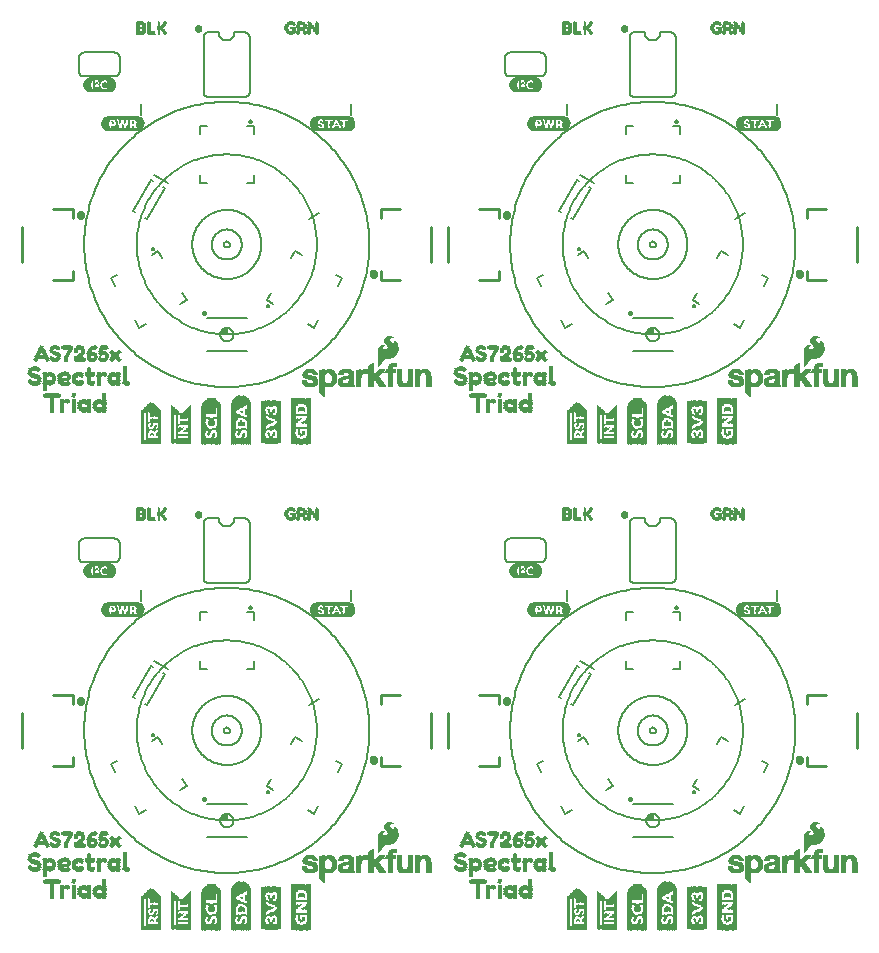
<source format=gto>
G04 EAGLE Gerber RS-274X export*
G75*
%MOMM*%
%FSLAX34Y34*%
%LPD*%
%INSilkscreen Top*%
%IPPOS*%
%AMOC8*
5,1,8,0,0,1.08239X$1,22.5*%
G01*
%ADD10C,0.203200*%
%ADD11C,0.152400*%
%ADD12C,0.200000*%
%ADD13C,0.127000*%
%ADD14C,0.254000*%
%ADD15C,0.400000*%
%ADD16R,1.830000X0.030000*%
%ADD17R,2.010000X0.030000*%
%ADD18R,2.130000X0.020000*%
%ADD19R,2.250000X0.040000*%
%ADD20R,2.310000X0.030000*%
%ADD21R,2.370000X0.030000*%
%ADD22R,2.430000X0.020000*%
%ADD23R,0.930000X0.030000*%
%ADD24R,0.540000X0.030000*%
%ADD25R,0.750000X0.030000*%
%ADD26R,0.570000X0.040000*%
%ADD27R,0.150000X0.040000*%
%ADD28R,0.390000X0.040000*%
%ADD29R,0.660000X0.040000*%
%ADD30R,0.570000X0.030000*%
%ADD31R,0.120000X0.030000*%
%ADD32R,0.300000X0.030000*%
%ADD33R,0.600000X0.030000*%
%ADD34R,0.240000X0.030000*%
%ADD35R,0.090000X0.030000*%
%ADD36R,0.210000X0.030000*%
%ADD37R,0.630000X0.040000*%
%ADD38R,0.090000X0.040000*%
%ADD39R,0.060000X0.040000*%
%ADD40R,0.630000X0.030000*%
%ADD41R,0.660000X0.030000*%
%ADD42R,0.270000X0.030000*%
%ADD43R,0.720000X0.030000*%
%ADD44R,0.120000X0.040000*%
%ADD45R,1.080000X0.040000*%
%ADD46R,1.110000X0.030000*%
%ADD47R,0.150000X0.030000*%
%ADD48R,1.140000X0.030000*%
%ADD49R,0.180000X0.040000*%
%ADD50R,1.140000X0.040000*%
%ADD51R,0.060000X0.030000*%
%ADD52R,0.030000X0.030000*%
%ADD53R,0.030000X0.040000*%
%ADD54R,1.110000X0.040000*%
%ADD55R,1.080000X0.030000*%
%ADD56R,0.690000X0.030000*%
%ADD57R,0.780000X0.040000*%
%ADD58R,0.870000X0.030000*%
%ADD59R,2.430000X0.030000*%
%ADD60R,2.250000X0.030000*%
%ADD61R,2.130000X0.030000*%
%ADD62R,2.730000X0.030000*%
%ADD63R,2.910000X0.030000*%
%ADD64R,3.030000X0.020000*%
%ADD65R,3.150000X0.040000*%
%ADD66R,3.210000X0.030000*%
%ADD67R,3.270000X0.030000*%
%ADD68R,3.330000X0.020000*%
%ADD69R,1.260000X0.030000*%
%ADD70R,0.780000X0.030000*%
%ADD71R,1.290000X0.030000*%
%ADD72R,0.240000X0.040000*%
%ADD73R,0.300000X0.040000*%
%ADD74R,0.720000X0.040000*%
%ADD75R,0.180000X0.030000*%
%ADD76R,0.210000X0.040000*%
%ADD77R,0.330000X0.030000*%
%ADD78R,0.420000X0.030000*%
%ADD79R,0.270000X0.040000*%
%ADD80R,0.540000X0.040000*%
%ADD81R,0.360000X0.030000*%
%ADD82R,3.330000X0.030000*%
%ADD83R,3.150000X0.030000*%
%ADD84R,3.030000X0.030000*%
%ADD85R,0.050000X0.050000*%
%ADD86R,0.350000X0.050000*%
%ADD87R,0.700000X0.050000*%
%ADD88R,0.300000X0.050000*%
%ADD89R,0.100000X0.050000*%
%ADD90R,0.550000X0.050000*%
%ADD91R,0.250000X0.050000*%
%ADD92R,0.600000X0.050000*%
%ADD93R,0.950000X0.050000*%
%ADD94R,0.500000X0.050000*%
%ADD95R,0.450000X0.050000*%
%ADD96R,0.650000X0.050000*%
%ADD97R,0.750000X0.050000*%
%ADD98R,0.800000X0.050000*%
%ADD99R,0.400000X0.050000*%
%ADD100R,0.850000X0.050000*%
%ADD101R,0.900000X0.050000*%
%ADD102R,0.150000X0.050000*%
%ADD103R,0.200000X0.050000*%
%ADD104R,0.400000X0.060000*%
%ADD105R,0.350000X0.060000*%
%ADD106R,0.650000X0.060000*%
%ADD107R,0.500000X0.060000*%
%ADD108R,0.900000X0.060000*%
%ADD109R,0.800000X0.060000*%
%ADD110R,0.700000X0.060000*%
%ADD111R,1.000000X0.050000*%
%ADD112R,1.050000X0.050000*%
%ADD113R,1.100000X0.050000*%
%ADD114R,1.150000X0.050000*%
%ADD115R,1.200000X0.060000*%
%ADD116R,0.850000X0.060000*%
%ADD117R,0.300000X0.060000*%
%ADD118R,0.250000X0.060000*%
%ADD119R,1.250000X0.050000*%
%ADD120R,1.350000X0.050000*%
%ADD121R,1.000000X0.060000*%
%ADD122R,0.600000X0.060000*%
%ADD123R,0.240000X0.060000*%
%ADD124R,0.420000X0.060000*%
%ADD125R,0.360000X0.060000*%
%ADD126R,0.660000X0.060000*%
%ADD127R,0.180000X0.060000*%
%ADD128R,0.840000X0.060000*%
%ADD129R,0.960000X0.060000*%
%ADD130R,1.020000X0.060000*%
%ADD131R,0.480000X0.060000*%
%ADD132R,0.120000X0.060000*%
%ADD133R,0.780000X0.060000*%
%ADD134R,0.720000X0.060000*%
%ADD135R,1.080000X0.060000*%
%ADD136R,1.140000X0.060000*%
%ADD137R,0.540000X0.060000*%
%ADD138R,0.060000X0.060000*%
%ADD139R,3.090000X0.030000*%
%ADD140R,3.210000X0.020000*%
%ADD141R,3.330000X0.040000*%
%ADD142R,3.390000X0.030000*%
%ADD143R,3.450000X0.030000*%
%ADD144R,3.510000X0.020000*%
%ADD145R,2.700000X0.030000*%
%ADD146R,0.510000X0.030000*%
%ADD147R,0.600000X0.040000*%
%ADD148R,0.390000X0.030000*%
%ADD149R,0.900000X0.030000*%
%ADD150R,0.330000X0.040000*%
%ADD151R,0.900000X0.040000*%
%ADD152R,0.450000X0.030000*%
%ADD153R,0.690000X0.040000*%
%ADD154R,0.810000X0.030000*%
%ADD155R,0.990000X0.040000*%
%ADD156R,0.870000X0.040000*%
%ADD157R,0.840000X0.030000*%
%ADD158R,0.360000X0.040000*%
%ADD159R,0.420000X0.040000*%
%ADD160R,0.810000X0.040000*%
%ADD161R,3.510000X0.030000*%
%ADD162R,1.260000X0.060000*%
%ADD163R,1.500000X0.060000*%
%ADD164R,1.380000X0.060000*%
%ADD165R,0.440000X0.040000*%
%ADD166R,0.040000X0.040000*%
%ADD167R,0.080000X0.040000*%
%ADD168R,0.640000X0.040000*%
%ADD169R,0.200000X0.040000*%
%ADD170R,0.280000X0.040000*%
%ADD171R,0.760000X0.040000*%
%ADD172R,0.320000X0.040000*%
%ADD173R,0.800000X0.040000*%
%ADD174R,0.400000X0.040000*%
%ADD175R,0.560000X0.040000*%
%ADD176R,0.520000X0.040000*%
%ADD177R,0.480000X0.040000*%
%ADD178R,0.840000X0.040000*%
%ADD179R,0.680000X0.040000*%
%ADD180R,0.160000X0.040000*%
%ADD181R,0.880000X0.040000*%
%ADD182R,0.040000X3.880000*%
%ADD183R,0.040000X0.840000*%
%ADD184R,0.040000X2.800000*%
%ADD185R,0.040000X0.760000*%
%ADD186R,0.040000X0.320000*%
%ADD187R,0.040000X0.480000*%
%ADD188R,0.040000X0.160000*%
%ADD189R,0.040000X0.680000*%
%ADD190R,0.040000X0.200000*%
%ADD191R,0.040000X0.400000*%
%ADD192R,0.040000X0.120000*%
%ADD193R,0.040000X0.640000*%
%ADD194R,0.040000X0.360000*%
%ADD195R,0.040000X0.560000*%
%ADD196R,0.040000X0.600000*%
%ADD197R,0.040000X0.520000*%
%ADD198R,0.040000X0.280000*%
%ADD199R,0.040000X0.240000*%
%ADD200R,0.040000X0.720000*%
%ADD201R,0.040000X0.440000*%
%ADD202R,0.040000X0.080000*%
%ADD203R,0.040000X0.800000*%
%ADD204R,0.040000X3.640000*%
%ADD205R,0.040000X1.800000*%
%ADD206R,0.040000X0.880000*%
%ADD207R,0.040000X3.520000*%
%ADD208R,0.040000X3.720000*%
%ADD209R,0.040000X3.800000*%
%ADD210R,0.040000X3.840000*%
%ADD211R,0.040000X3.920000*%
%ADD212R,0.040000X3.040000*%
%ADD213R,0.040000X1.160000*%
%ADD214R,0.040000X1.120000*%
%ADD215R,0.040000X1.080000*%
%ADD216R,0.040000X1.040000*%
%ADD217R,0.040000X1.000000*%
%ADD218R,0.040000X0.960000*%
%ADD219R,0.040000X3.280000*%
%ADD220R,0.040000X3.400000*%
%ADD221R,0.040000X3.480000*%
%ADD222R,0.040000X3.560000*%
%ADD223R,0.040000X3.600000*%
%ADD224R,0.040000X3.680000*%
%ADD225R,0.040000X1.240000*%
%ADD226R,0.040000X1.280000*%
%ADD227R,0.040000X1.320000*%
%ADD228R,0.040000X0.920000*%
%ADD229R,0.040000X3.240000*%
%ADD230R,0.040000X3.200000*%
%ADD231R,0.040000X3.160000*%
%ADD232R,0.040000X3.120000*%
%ADD233R,0.040000X2.840000*%
%ADD234R,0.040000X2.760000*%
%ADD235R,0.040000X2.720000*%
%ADD236R,0.040000X3.080000*%
%ADD237R,0.040000X2.920000*%
%ADD238R,0.040000X2.960000*%
%ADD239R,0.040000X3.320000*%
%ADD240R,0.040000X3.360000*%
%ADD241R,0.040000X3.000000*%
%ADD242C,0.304800*%

G36*
X306216Y87086D02*
X306216Y87086D01*
X306243Y87083D01*
X306299Y87105D01*
X306358Y87119D01*
X306379Y87136D01*
X306404Y87146D01*
X306463Y87205D01*
X306492Y87229D01*
X306497Y87239D01*
X306506Y87249D01*
X306685Y87518D01*
X306959Y87791D01*
X306971Y87811D01*
X306994Y87832D01*
X307278Y88210D01*
X307759Y88691D01*
X307767Y88704D01*
X307782Y88716D01*
X308271Y89303D01*
X308859Y89891D01*
X308873Y89914D01*
X308899Y89939D01*
X309381Y90613D01*
X310659Y91891D01*
X310667Y91904D01*
X310682Y91916D01*
X311157Y92487D01*
X312107Y93247D01*
X312524Y93497D01*
X313021Y93580D01*
X314890Y93580D01*
X314916Y93586D01*
X314952Y93585D01*
X316152Y93785D01*
X316168Y93791D01*
X316190Y93793D01*
X317290Y94093D01*
X317307Y94102D01*
X317331Y94107D01*
X318331Y94507D01*
X318352Y94522D01*
X318385Y94534D01*
X319385Y95134D01*
X319406Y95154D01*
X319440Y95174D01*
X320240Y95874D01*
X320247Y95883D01*
X320259Y95891D01*
X321059Y96691D01*
X321070Y96709D01*
X321090Y96726D01*
X321790Y97626D01*
X321800Y97649D01*
X321822Y97675D01*
X322822Y99475D01*
X322832Y99510D01*
X322856Y99558D01*
X323356Y101358D01*
X323358Y101391D01*
X323369Y101439D01*
X323469Y103239D01*
X323463Y103274D01*
X323464Y103330D01*
X323164Y104930D01*
X323153Y104954D01*
X323148Y104988D01*
X322648Y106388D01*
X322632Y106413D01*
X322618Y106451D01*
X321918Y107651D01*
X321897Y107674D01*
X321874Y107712D01*
X321074Y108612D01*
X321070Y108615D01*
X320960Y108700D01*
X320160Y109100D01*
X320150Y109102D01*
X320144Y109106D01*
X320105Y109114D01*
X320062Y109133D01*
X320026Y109132D01*
X319991Y109140D01*
X319941Y109128D01*
X319889Y109126D01*
X319857Y109109D01*
X319822Y109101D01*
X319782Y109068D01*
X319737Y109044D01*
X319716Y109014D01*
X319688Y108992D01*
X319667Y108944D01*
X319637Y108902D01*
X319629Y108861D01*
X319617Y108834D01*
X319617Y108827D01*
X319616Y108826D01*
X319617Y108801D01*
X319610Y108760D01*
X319610Y108022D01*
X319470Y107604D01*
X319321Y107504D01*
X319128Y107440D01*
X318580Y107440D01*
X317881Y107789D01*
X317609Y107970D01*
X317218Y108264D01*
X317209Y108268D01*
X317201Y108276D01*
X316932Y108455D01*
X316702Y108685D01*
X316530Y109030D01*
X316517Y109046D01*
X316506Y109071D01*
X316343Y109316D01*
X316259Y109652D01*
X316253Y109664D01*
X316251Y109680D01*
X316191Y109860D01*
X316242Y110014D01*
X316330Y110190D01*
X316335Y110213D01*
X316351Y110240D01*
X316434Y110491D01*
X316570Y110695D01*
X316890Y110935D01*
X317170Y111075D01*
X317214Y111097D01*
X317664Y111187D01*
X317672Y111190D01*
X317682Y111191D01*
X318037Y111280D01*
X318228Y111280D01*
X318470Y111199D01*
X318507Y111196D01*
X318590Y111180D01*
X318890Y111180D01*
X318915Y111185D01*
X318941Y111183D01*
X318998Y111205D01*
X319058Y111219D01*
X319078Y111235D01*
X319102Y111245D01*
X319144Y111290D01*
X319192Y111329D01*
X319203Y111353D01*
X319220Y111372D01*
X319238Y111431D01*
X319263Y111487D01*
X319262Y111513D01*
X319269Y111538D01*
X319259Y111599D01*
X319256Y111660D01*
X319244Y111683D01*
X319240Y111709D01*
X319191Y111780D01*
X319174Y111813D01*
X319166Y111818D01*
X319159Y111829D01*
X319059Y111929D01*
X319039Y111941D01*
X319018Y111964D01*
X318618Y112264D01*
X318591Y112276D01*
X318560Y112300D01*
X317960Y112600D01*
X317943Y112604D01*
X317923Y112616D01*
X317123Y112916D01*
X317117Y112917D01*
X317110Y112921D01*
X316210Y113221D01*
X316172Y113224D01*
X316090Y113240D01*
X315090Y113240D01*
X315062Y113233D01*
X315022Y113234D01*
X313922Y113034D01*
X313887Y113019D01*
X313808Y112994D01*
X312708Y112394D01*
X312682Y112370D01*
X312637Y112344D01*
X311737Y111544D01*
X311717Y111516D01*
X311680Y111481D01*
X311180Y110781D01*
X311165Y110745D01*
X311129Y110680D01*
X310829Y109780D01*
X310826Y109742D01*
X310810Y109660D01*
X310810Y108860D01*
X310817Y108827D01*
X310819Y108777D01*
X311019Y107877D01*
X311036Y107842D01*
X311057Y107775D01*
X311557Y106875D01*
X311580Y106851D01*
X311604Y106809D01*
X312304Y106009D01*
X312305Y106009D01*
X312306Y106007D01*
X312455Y105839D01*
X312793Y105459D01*
X313104Y105109D01*
X313764Y104355D01*
X314010Y103782D01*
X314010Y103222D01*
X313850Y102744D01*
X313530Y102343D01*
X313034Y102013D01*
X312343Y101840D01*
X311627Y101840D01*
X311199Y101926D01*
X310768Y102098D01*
X310532Y102255D01*
X310302Y102485D01*
X310142Y102806D01*
X310070Y103022D01*
X310070Y103198D01*
X310134Y103391D01*
X310285Y103618D01*
X310595Y103927D01*
X310810Y103999D01*
X310830Y104011D01*
X310860Y104020D01*
X311260Y104220D01*
X311289Y104244D01*
X311359Y104291D01*
X311459Y104391D01*
X311472Y104412D01*
X311491Y104428D01*
X311517Y104485D01*
X311550Y104538D01*
X311552Y104563D01*
X311563Y104586D01*
X311561Y104648D01*
X311567Y104711D01*
X311558Y104734D01*
X311557Y104759D01*
X311527Y104814D01*
X311505Y104872D01*
X311487Y104890D01*
X311475Y104912D01*
X311405Y104965D01*
X311378Y104990D01*
X311369Y104993D01*
X311360Y105000D01*
X311160Y105100D01*
X311145Y105103D01*
X311132Y105112D01*
X310998Y105138D01*
X310991Y105140D01*
X310990Y105140D01*
X310837Y105140D01*
X310482Y105229D01*
X310445Y105229D01*
X310390Y105240D01*
X309590Y105240D01*
X309563Y105234D01*
X309527Y105235D01*
X308927Y105135D01*
X308896Y105122D01*
X308849Y105113D01*
X307849Y104713D01*
X307817Y104691D01*
X307762Y104664D01*
X307377Y104376D01*
X306894Y104086D01*
X306879Y104071D01*
X306861Y104063D01*
X306791Y103986D01*
X306770Y103965D01*
X306768Y103960D01*
X306764Y103955D01*
X306464Y103455D01*
X306460Y103443D01*
X306450Y103430D01*
X306150Y102830D01*
X306144Y102807D01*
X306129Y102780D01*
X305929Y102180D01*
X305926Y102147D01*
X305912Y102102D01*
X305712Y100302D01*
X305714Y100283D01*
X305710Y100260D01*
X305710Y87460D01*
X305721Y87410D01*
X305723Y87359D01*
X305741Y87327D01*
X305749Y87291D01*
X305781Y87252D01*
X305806Y87207D01*
X305836Y87186D01*
X305859Y87157D01*
X305906Y87136D01*
X305948Y87107D01*
X305989Y87099D01*
X306017Y87086D01*
X306048Y87088D01*
X306090Y87080D01*
X306190Y87080D01*
X306216Y87086D01*
G37*
G36*
X666895Y87086D02*
X666895Y87086D01*
X666922Y87083D01*
X666979Y87105D01*
X667038Y87119D01*
X667059Y87136D01*
X667084Y87146D01*
X667142Y87205D01*
X667172Y87229D01*
X667176Y87239D01*
X667186Y87249D01*
X667365Y87518D01*
X667638Y87791D01*
X667651Y87811D01*
X667673Y87832D01*
X667957Y88210D01*
X668438Y88691D01*
X668446Y88704D01*
X668461Y88716D01*
X668950Y89303D01*
X669538Y89891D01*
X669552Y89914D01*
X669579Y89939D01*
X670061Y90613D01*
X671338Y91891D01*
X671346Y91904D01*
X671361Y91916D01*
X671837Y92487D01*
X672787Y93247D01*
X673203Y93497D01*
X673701Y93580D01*
X675569Y93580D01*
X675596Y93586D01*
X675632Y93585D01*
X676832Y93785D01*
X676848Y93791D01*
X676869Y93793D01*
X677969Y94093D01*
X677986Y94102D01*
X678010Y94107D01*
X679010Y94507D01*
X679032Y94522D01*
X679065Y94534D01*
X680065Y95134D01*
X680086Y95154D01*
X680120Y95174D01*
X680920Y95874D01*
X680926Y95883D01*
X680938Y95891D01*
X681738Y96691D01*
X681749Y96709D01*
X681769Y96726D01*
X682469Y97626D01*
X682480Y97649D01*
X682502Y97675D01*
X683502Y99475D01*
X683511Y99510D01*
X683536Y99558D01*
X684036Y101358D01*
X684037Y101391D01*
X684049Y101439D01*
X684149Y103239D01*
X684143Y103274D01*
X684143Y103330D01*
X683843Y104930D01*
X683833Y104954D01*
X683827Y104988D01*
X683327Y106388D01*
X683311Y106413D01*
X683298Y106451D01*
X682598Y107651D01*
X682576Y107674D01*
X682553Y107712D01*
X681753Y108612D01*
X681749Y108615D01*
X681639Y108700D01*
X680839Y109100D01*
X680829Y109102D01*
X680824Y109106D01*
X680784Y109114D01*
X680742Y109133D01*
X680706Y109132D01*
X680671Y109140D01*
X680620Y109128D01*
X680569Y109126D01*
X680537Y109109D01*
X680502Y109101D01*
X680462Y109068D01*
X680416Y109044D01*
X680396Y109014D01*
X680368Y108992D01*
X680346Y108944D01*
X680317Y108902D01*
X680309Y108861D01*
X680296Y108834D01*
X680296Y108827D01*
X680296Y108826D01*
X680297Y108801D01*
X680289Y108760D01*
X680289Y108022D01*
X680150Y107604D01*
X680001Y107504D01*
X679808Y107440D01*
X679259Y107440D01*
X678561Y107789D01*
X678289Y107970D01*
X677897Y108264D01*
X677889Y108268D01*
X677880Y108276D01*
X677612Y108455D01*
X677382Y108685D01*
X677209Y109030D01*
X677196Y109046D01*
X677186Y109071D01*
X677022Y109316D01*
X676938Y109652D01*
X676932Y109664D01*
X676930Y109680D01*
X676870Y109860D01*
X676922Y110014D01*
X677009Y110190D01*
X677015Y110213D01*
X677030Y110240D01*
X677114Y110491D01*
X677250Y110695D01*
X677570Y110935D01*
X677849Y111075D01*
X677894Y111097D01*
X678344Y111187D01*
X678351Y111190D01*
X678361Y111191D01*
X678716Y111280D01*
X678908Y111280D01*
X679149Y111199D01*
X679187Y111196D01*
X679269Y111180D01*
X679569Y111180D01*
X679594Y111185D01*
X679620Y111183D01*
X679678Y111205D01*
X679738Y111219D01*
X679758Y111235D01*
X679782Y111245D01*
X679824Y111290D01*
X679872Y111329D01*
X679882Y111353D01*
X679900Y111372D01*
X679917Y111431D01*
X679943Y111487D01*
X679942Y111513D01*
X679949Y111538D01*
X679938Y111599D01*
X679936Y111660D01*
X679924Y111683D01*
X679919Y111709D01*
X679871Y111780D01*
X679853Y111813D01*
X679845Y111818D01*
X679838Y111829D01*
X679738Y111929D01*
X679718Y111941D01*
X679697Y111964D01*
X679297Y112264D01*
X679271Y112276D01*
X679239Y112300D01*
X678639Y112600D01*
X678622Y112604D01*
X678603Y112616D01*
X677803Y112916D01*
X677796Y112917D01*
X677790Y112921D01*
X676890Y113221D01*
X676852Y113224D01*
X676769Y113240D01*
X675769Y113240D01*
X675741Y113233D01*
X675701Y113234D01*
X674601Y113034D01*
X674566Y113019D01*
X674487Y112994D01*
X673387Y112394D01*
X673361Y112370D01*
X673317Y112344D01*
X672417Y111544D01*
X672397Y111516D01*
X672360Y111481D01*
X671860Y110781D01*
X671845Y110745D01*
X671809Y110680D01*
X671509Y109780D01*
X671505Y109742D01*
X671489Y109660D01*
X671489Y108860D01*
X671497Y108827D01*
X671498Y108777D01*
X671698Y107877D01*
X671715Y107842D01*
X671737Y107775D01*
X672237Y106875D01*
X672259Y106851D01*
X672283Y106809D01*
X672983Y106009D01*
X672984Y106009D01*
X672985Y106007D01*
X673134Y105839D01*
X673472Y105459D01*
X673783Y105109D01*
X674443Y104355D01*
X674689Y103782D01*
X674689Y103222D01*
X674530Y102744D01*
X674209Y102343D01*
X673713Y102013D01*
X673022Y101840D01*
X672307Y101840D01*
X671878Y101926D01*
X671447Y102098D01*
X671212Y102255D01*
X670982Y102485D01*
X670822Y102806D01*
X670750Y103022D01*
X670750Y103198D01*
X670814Y103391D01*
X670965Y103618D01*
X671275Y103927D01*
X671490Y103999D01*
X671510Y104011D01*
X671539Y104020D01*
X671939Y104220D01*
X671968Y104244D01*
X672038Y104291D01*
X672138Y104391D01*
X672151Y104412D01*
X672171Y104428D01*
X672197Y104485D01*
X672230Y104538D01*
X672232Y104563D01*
X672242Y104586D01*
X672240Y104648D01*
X672246Y104711D01*
X672237Y104734D01*
X672236Y104759D01*
X672207Y104814D01*
X672184Y104872D01*
X672166Y104890D01*
X672154Y104912D01*
X672084Y104965D01*
X672057Y104990D01*
X672048Y104993D01*
X672039Y105000D01*
X671839Y105100D01*
X671824Y105103D01*
X671812Y105112D01*
X671677Y105138D01*
X671671Y105140D01*
X671670Y105140D01*
X671669Y105140D01*
X671516Y105140D01*
X671161Y105229D01*
X671125Y105229D01*
X671069Y105240D01*
X670269Y105240D01*
X670243Y105234D01*
X670207Y105235D01*
X669607Y105135D01*
X669576Y105122D01*
X669528Y105113D01*
X668528Y104713D01*
X668497Y104691D01*
X668441Y104664D01*
X668057Y104376D01*
X667574Y104086D01*
X667559Y104071D01*
X667540Y104063D01*
X667471Y103986D01*
X667449Y103965D01*
X667447Y103960D01*
X667443Y103955D01*
X667143Y103455D01*
X667139Y103443D01*
X667129Y103430D01*
X666829Y102830D01*
X666824Y102807D01*
X666809Y102780D01*
X666609Y102180D01*
X666605Y102147D01*
X666591Y102102D01*
X666391Y100302D01*
X666394Y100283D01*
X666389Y100260D01*
X666389Y87460D01*
X666401Y87410D01*
X666403Y87359D01*
X666420Y87327D01*
X666428Y87291D01*
X666461Y87252D01*
X666485Y87207D01*
X666515Y87186D01*
X666539Y87157D01*
X666585Y87136D01*
X666627Y87107D01*
X666669Y87099D01*
X666697Y87086D01*
X666727Y87088D01*
X666769Y87080D01*
X666869Y87080D01*
X666895Y87086D01*
G37*
G36*
X666895Y498565D02*
X666895Y498565D01*
X666922Y498563D01*
X666979Y498585D01*
X667038Y498598D01*
X667059Y498616D01*
X667084Y498625D01*
X667142Y498685D01*
X667172Y498709D01*
X667176Y498719D01*
X667186Y498728D01*
X667365Y498997D01*
X667638Y499270D01*
X667651Y499290D01*
X667673Y499311D01*
X667957Y499689D01*
X668438Y500170D01*
X668446Y500183D01*
X668461Y500196D01*
X668950Y500783D01*
X669538Y501370D01*
X669552Y501393D01*
X669579Y501418D01*
X670060Y502093D01*
X671338Y503370D01*
X671346Y503383D01*
X671361Y503396D01*
X671837Y503966D01*
X672787Y504726D01*
X673203Y504976D01*
X673701Y505059D01*
X675569Y505059D01*
X675596Y505065D01*
X675632Y505064D01*
X676832Y505264D01*
X676848Y505271D01*
X676869Y505272D01*
X677969Y505572D01*
X677986Y505582D01*
X678010Y505586D01*
X679010Y505986D01*
X679032Y506001D01*
X679065Y506013D01*
X680065Y506613D01*
X680086Y506633D01*
X680120Y506653D01*
X680920Y507353D01*
X680926Y507362D01*
X680938Y507370D01*
X681738Y508170D01*
X681749Y508188D01*
X681769Y508206D01*
X682469Y509106D01*
X682480Y509129D01*
X682502Y509155D01*
X683502Y510955D01*
X683511Y510989D01*
X683536Y511037D01*
X684036Y512837D01*
X684037Y512871D01*
X684049Y512918D01*
X684149Y514718D01*
X684143Y514754D01*
X684143Y514809D01*
X683843Y516409D01*
X683833Y516433D01*
X683827Y516467D01*
X683327Y517867D01*
X683311Y517892D01*
X683298Y517931D01*
X682598Y519131D01*
X682576Y519154D01*
X682553Y519192D01*
X681753Y520092D01*
X681749Y520095D01*
X681639Y520179D01*
X680839Y520579D01*
X680829Y520582D01*
X680824Y520586D01*
X680784Y520594D01*
X680742Y520613D01*
X680706Y520611D01*
X680671Y520620D01*
X680620Y520608D01*
X680569Y520606D01*
X680537Y520589D01*
X680502Y520581D01*
X680462Y520548D01*
X680416Y520523D01*
X680396Y520494D01*
X680368Y520471D01*
X680346Y520424D01*
X680317Y520382D01*
X680309Y520341D01*
X680296Y520313D01*
X680296Y520307D01*
X680296Y520306D01*
X680297Y520280D01*
X680289Y520239D01*
X680289Y519501D01*
X680150Y519083D01*
X680001Y518984D01*
X679808Y518920D01*
X679259Y518920D01*
X678561Y519269D01*
X678289Y519450D01*
X677897Y519743D01*
X677889Y519747D01*
X677880Y519756D01*
X677612Y519935D01*
X677382Y520165D01*
X677209Y520509D01*
X677196Y520525D01*
X677186Y520550D01*
X677022Y520795D01*
X676938Y521131D01*
X676932Y521143D01*
X676930Y521160D01*
X676870Y521339D01*
X676922Y521494D01*
X677009Y521669D01*
X677015Y521692D01*
X677030Y521719D01*
X677114Y521971D01*
X677250Y522174D01*
X677570Y522415D01*
X677849Y522554D01*
X677894Y522576D01*
X678344Y522666D01*
X678351Y522670D01*
X678361Y522670D01*
X678716Y522759D01*
X678908Y522759D01*
X679149Y522679D01*
X679187Y522675D01*
X679269Y522659D01*
X679569Y522659D01*
X679594Y522665D01*
X679620Y522662D01*
X679678Y522684D01*
X679738Y522698D01*
X679758Y522715D01*
X679782Y522724D01*
X679824Y522769D01*
X679872Y522809D01*
X679882Y522832D01*
X679900Y522851D01*
X679917Y522910D01*
X679943Y522967D01*
X679942Y522993D01*
X679949Y523017D01*
X679938Y523078D01*
X679936Y523140D01*
X679924Y523163D01*
X679919Y523188D01*
X679871Y523259D01*
X679853Y523292D01*
X679845Y523298D01*
X679838Y523308D01*
X679738Y523408D01*
X679718Y523421D01*
X679697Y523443D01*
X679297Y523743D01*
X679271Y523755D01*
X679239Y523779D01*
X678639Y524079D01*
X678622Y524083D01*
X678603Y524095D01*
X677803Y524395D01*
X677796Y524396D01*
X677790Y524400D01*
X676890Y524700D01*
X676852Y524703D01*
X676769Y524720D01*
X675769Y524720D01*
X675741Y524713D01*
X675701Y524713D01*
X674601Y524513D01*
X674566Y524498D01*
X674487Y524473D01*
X673387Y523873D01*
X673361Y523850D01*
X673317Y523823D01*
X672417Y523023D01*
X672397Y522995D01*
X672360Y522960D01*
X671860Y522260D01*
X671845Y522224D01*
X671809Y522160D01*
X671509Y521260D01*
X671505Y521222D01*
X671489Y521139D01*
X671489Y520339D01*
X671497Y520306D01*
X671498Y520257D01*
X671698Y519357D01*
X671715Y519322D01*
X671737Y519255D01*
X672237Y518355D01*
X672259Y518330D01*
X672283Y518289D01*
X672983Y517489D01*
X672984Y517488D01*
X672985Y517487D01*
X673134Y517319D01*
X673472Y516938D01*
X673783Y516589D01*
X674443Y515834D01*
X674689Y515261D01*
X674689Y514701D01*
X674530Y514224D01*
X674209Y513823D01*
X673713Y513492D01*
X673022Y513320D01*
X672307Y513320D01*
X671878Y513405D01*
X671447Y513578D01*
X671212Y513735D01*
X670982Y513965D01*
X670822Y514285D01*
X670750Y514501D01*
X670750Y514678D01*
X670814Y514871D01*
X670965Y515097D01*
X671275Y515407D01*
X671490Y515479D01*
X671510Y515491D01*
X671539Y515499D01*
X671939Y515699D01*
X671968Y515723D01*
X672038Y515770D01*
X672138Y515870D01*
X672151Y515892D01*
X672171Y515908D01*
X672197Y515965D01*
X672230Y516018D01*
X672232Y516042D01*
X672242Y516065D01*
X672240Y516128D01*
X672246Y516190D01*
X672237Y516213D01*
X672236Y516238D01*
X672207Y516293D01*
X672184Y516352D01*
X672166Y516369D01*
X672154Y516391D01*
X672084Y516445D01*
X672057Y516470D01*
X672048Y516472D01*
X672039Y516479D01*
X671839Y516579D01*
X671824Y516583D01*
X671812Y516592D01*
X671677Y516618D01*
X671671Y516620D01*
X671670Y516619D01*
X671669Y516620D01*
X671516Y516620D01*
X671161Y516708D01*
X671125Y516709D01*
X671069Y516720D01*
X670269Y516720D01*
X670243Y516713D01*
X670207Y516714D01*
X669607Y516614D01*
X669576Y516601D01*
X669528Y516592D01*
X668528Y516192D01*
X668497Y516171D01*
X668441Y516143D01*
X668057Y515855D01*
X667574Y515565D01*
X667559Y515551D01*
X667540Y515543D01*
X667471Y515465D01*
X667449Y515445D01*
X667447Y515440D01*
X667443Y515435D01*
X667143Y514935D01*
X667139Y514922D01*
X667129Y514909D01*
X666829Y514309D01*
X666824Y514286D01*
X666809Y514260D01*
X666609Y513660D01*
X666605Y513627D01*
X666591Y513581D01*
X666391Y511781D01*
X666394Y511763D01*
X666389Y511739D01*
X666389Y498939D01*
X666401Y498890D01*
X666403Y498839D01*
X666420Y498806D01*
X666428Y498771D01*
X666461Y498731D01*
X666485Y498686D01*
X666515Y498665D01*
X666539Y498637D01*
X666585Y498616D01*
X666627Y498587D01*
X666669Y498579D01*
X666697Y498566D01*
X666727Y498567D01*
X666769Y498559D01*
X666869Y498559D01*
X666895Y498565D01*
G37*
G36*
X306216Y498565D02*
X306216Y498565D01*
X306243Y498563D01*
X306299Y498585D01*
X306358Y498598D01*
X306379Y498616D01*
X306404Y498625D01*
X306463Y498685D01*
X306492Y498709D01*
X306497Y498719D01*
X306506Y498728D01*
X306685Y498997D01*
X306959Y499270D01*
X306971Y499290D01*
X306994Y499311D01*
X307278Y499689D01*
X307759Y500170D01*
X307767Y500183D01*
X307782Y500196D01*
X308271Y500783D01*
X308859Y501370D01*
X308873Y501393D01*
X308899Y501418D01*
X309381Y502093D01*
X310659Y503370D01*
X310667Y503383D01*
X310682Y503396D01*
X311157Y503966D01*
X312107Y504726D01*
X312524Y504976D01*
X313021Y505059D01*
X314890Y505059D01*
X314916Y505065D01*
X314952Y505064D01*
X316152Y505264D01*
X316168Y505271D01*
X316190Y505272D01*
X317290Y505572D01*
X317307Y505582D01*
X317331Y505586D01*
X318331Y505986D01*
X318352Y506001D01*
X318385Y506013D01*
X319385Y506613D01*
X319406Y506633D01*
X319440Y506653D01*
X320240Y507353D01*
X320247Y507362D01*
X320259Y507370D01*
X321059Y508170D01*
X321070Y508188D01*
X321090Y508206D01*
X321790Y509106D01*
X321800Y509129D01*
X321822Y509155D01*
X322822Y510955D01*
X322832Y510989D01*
X322856Y511037D01*
X323356Y512837D01*
X323358Y512871D01*
X323369Y512918D01*
X323469Y514718D01*
X323463Y514754D01*
X323464Y514809D01*
X323164Y516409D01*
X323153Y516433D01*
X323148Y516467D01*
X322648Y517867D01*
X322632Y517892D01*
X322618Y517931D01*
X321918Y519131D01*
X321897Y519154D01*
X321874Y519192D01*
X321074Y520092D01*
X321070Y520095D01*
X320960Y520179D01*
X320160Y520579D01*
X320150Y520582D01*
X320144Y520586D01*
X320105Y520594D01*
X320062Y520613D01*
X320026Y520611D01*
X319991Y520620D01*
X319941Y520608D01*
X319889Y520606D01*
X319857Y520589D01*
X319822Y520581D01*
X319782Y520548D01*
X319737Y520523D01*
X319716Y520494D01*
X319688Y520471D01*
X319667Y520424D01*
X319637Y520382D01*
X319629Y520341D01*
X319617Y520313D01*
X319617Y520307D01*
X319616Y520306D01*
X319617Y520280D01*
X319610Y520239D01*
X319610Y519501D01*
X319470Y519083D01*
X319321Y518984D01*
X319128Y518920D01*
X318580Y518920D01*
X317881Y519269D01*
X317609Y519450D01*
X317218Y519743D01*
X317209Y519747D01*
X317201Y519756D01*
X316932Y519935D01*
X316702Y520165D01*
X316530Y520509D01*
X316517Y520525D01*
X316506Y520550D01*
X316343Y520795D01*
X316259Y521131D01*
X316253Y521143D01*
X316251Y521160D01*
X316191Y521339D01*
X316242Y521494D01*
X316330Y521669D01*
X316335Y521692D01*
X316351Y521719D01*
X316434Y521971D01*
X316570Y522174D01*
X316890Y522415D01*
X317170Y522554D01*
X317214Y522576D01*
X317664Y522666D01*
X317672Y522670D01*
X317682Y522670D01*
X318037Y522759D01*
X318228Y522759D01*
X318470Y522679D01*
X318507Y522675D01*
X318590Y522659D01*
X318890Y522659D01*
X318915Y522665D01*
X318941Y522662D01*
X318998Y522684D01*
X319058Y522698D01*
X319078Y522715D01*
X319102Y522724D01*
X319144Y522769D01*
X319192Y522809D01*
X319203Y522832D01*
X319220Y522851D01*
X319238Y522910D01*
X319263Y522967D01*
X319262Y522993D01*
X319269Y523017D01*
X319259Y523078D01*
X319256Y523140D01*
X319244Y523163D01*
X319240Y523188D01*
X319191Y523259D01*
X319174Y523292D01*
X319166Y523298D01*
X319159Y523308D01*
X319059Y523408D01*
X319039Y523421D01*
X319018Y523443D01*
X318618Y523743D01*
X318591Y523755D01*
X318560Y523779D01*
X317960Y524079D01*
X317943Y524083D01*
X317923Y524095D01*
X317123Y524395D01*
X317117Y524396D01*
X317110Y524400D01*
X316210Y524700D01*
X316172Y524703D01*
X316090Y524720D01*
X315090Y524720D01*
X315062Y524713D01*
X315022Y524713D01*
X313922Y524513D01*
X313887Y524498D01*
X313808Y524473D01*
X312708Y523873D01*
X312682Y523850D01*
X312637Y523823D01*
X311737Y523023D01*
X311717Y522995D01*
X311680Y522960D01*
X311180Y522260D01*
X311165Y522224D01*
X311129Y522160D01*
X310829Y521260D01*
X310826Y521222D01*
X310810Y521139D01*
X310810Y520339D01*
X310817Y520306D01*
X310819Y520257D01*
X311019Y519357D01*
X311036Y519322D01*
X311057Y519255D01*
X311557Y518355D01*
X311580Y518330D01*
X311604Y518289D01*
X312304Y517489D01*
X312305Y517488D01*
X312306Y517487D01*
X312455Y517319D01*
X312793Y516938D01*
X313104Y516589D01*
X313764Y515834D01*
X314010Y515261D01*
X314010Y514701D01*
X313850Y514224D01*
X313530Y513823D01*
X313034Y513492D01*
X312343Y513320D01*
X311627Y513320D01*
X311199Y513405D01*
X310768Y513578D01*
X310532Y513735D01*
X310302Y513965D01*
X310142Y514285D01*
X310070Y514501D01*
X310070Y514678D01*
X310134Y514871D01*
X310285Y515097D01*
X310595Y515407D01*
X310810Y515479D01*
X310830Y515491D01*
X310860Y515499D01*
X311260Y515699D01*
X311289Y515723D01*
X311359Y515770D01*
X311459Y515870D01*
X311472Y515892D01*
X311491Y515908D01*
X311517Y515965D01*
X311550Y516018D01*
X311552Y516042D01*
X311563Y516065D01*
X311561Y516128D01*
X311567Y516190D01*
X311558Y516213D01*
X311557Y516238D01*
X311527Y516293D01*
X311505Y516352D01*
X311487Y516369D01*
X311475Y516391D01*
X311405Y516445D01*
X311378Y516470D01*
X311369Y516472D01*
X311360Y516479D01*
X311160Y516579D01*
X311145Y516583D01*
X311132Y516592D01*
X310998Y516618D01*
X310991Y516620D01*
X310991Y516619D01*
X310990Y516620D01*
X310837Y516620D01*
X310482Y516708D01*
X310445Y516709D01*
X310390Y516720D01*
X309590Y516720D01*
X309563Y516713D01*
X309527Y516714D01*
X308927Y516614D01*
X308896Y516601D01*
X308849Y516592D01*
X307849Y516192D01*
X307817Y516171D01*
X307762Y516143D01*
X307377Y515855D01*
X306894Y515565D01*
X306879Y515551D01*
X306861Y515543D01*
X306791Y515465D01*
X306770Y515445D01*
X306768Y515440D01*
X306764Y515435D01*
X306464Y514935D01*
X306460Y514922D01*
X306450Y514909D01*
X306150Y514309D01*
X306144Y514286D01*
X306129Y514260D01*
X305929Y513660D01*
X305926Y513627D01*
X305912Y513581D01*
X305712Y511781D01*
X305714Y511763D01*
X305710Y511739D01*
X305710Y498939D01*
X305721Y498890D01*
X305723Y498839D01*
X305741Y498806D01*
X305749Y498771D01*
X305781Y498731D01*
X305806Y498686D01*
X305836Y498665D01*
X305859Y498637D01*
X305906Y498616D01*
X305948Y498587D01*
X305989Y498579D01*
X306017Y498566D01*
X306048Y498567D01*
X306090Y498559D01*
X306190Y498559D01*
X306216Y498565D01*
G37*
G36*
X621144Y61592D02*
X621144Y61592D01*
X621170Y61593D01*
X621224Y61623D01*
X621282Y61645D01*
X621300Y61664D01*
X621322Y61676D01*
X621358Y61726D01*
X621400Y61772D01*
X621407Y61796D01*
X621422Y61818D01*
X621438Y61902D01*
X621449Y61938D01*
X621447Y61948D01*
X621450Y61960D01*
X621450Y71201D01*
X621672Y70922D01*
X621695Y70905D01*
X621774Y70834D01*
X622774Y70234D01*
X622786Y70230D01*
X622799Y70220D01*
X623399Y69920D01*
X623437Y69911D01*
X623507Y69885D01*
X625307Y69585D01*
X625346Y69587D01*
X625420Y69583D01*
X626920Y69783D01*
X626948Y69794D01*
X626990Y69799D01*
X628190Y70199D01*
X628223Y70219D01*
X628293Y70252D01*
X629393Y71052D01*
X629410Y71072D01*
X629438Y71091D01*
X630338Y71991D01*
X630359Y72024D01*
X630403Y72078D01*
X631003Y73178D01*
X631008Y73195D01*
X631020Y73214D01*
X631520Y74414D01*
X631525Y74441D01*
X631540Y74474D01*
X631840Y75774D01*
X631840Y75800D01*
X631849Y75833D01*
X631949Y77233D01*
X631945Y77255D01*
X631949Y77285D01*
X631849Y78785D01*
X631842Y78808D01*
X631841Y78839D01*
X631541Y80239D01*
X631535Y80253D01*
X631533Y80272D01*
X631133Y81572D01*
X631113Y81605D01*
X631090Y81664D01*
X630390Y82764D01*
X630371Y82783D01*
X630352Y82814D01*
X629452Y83814D01*
X629420Y83836D01*
X629373Y83881D01*
X628273Y84581D01*
X628241Y84592D01*
X628197Y84618D01*
X626797Y85118D01*
X626759Y85122D01*
X626695Y85139D01*
X625195Y85239D01*
X625183Y85237D01*
X625169Y85240D01*
X624469Y85240D01*
X624443Y85234D01*
X624407Y85235D01*
X623207Y85035D01*
X623195Y85030D01*
X623074Y84986D01*
X622074Y84386D01*
X622058Y84370D01*
X622032Y84357D01*
X621532Y83957D01*
X621520Y83942D01*
X621500Y83929D01*
X621350Y83778D01*
X621350Y84560D01*
X621349Y84561D01*
X621350Y84562D01*
X621330Y84645D01*
X621310Y84728D01*
X621309Y84729D01*
X621309Y84730D01*
X621255Y84795D01*
X621200Y84862D01*
X621199Y84863D01*
X621198Y84863D01*
X621119Y84898D01*
X621042Y84933D01*
X621041Y84933D01*
X621040Y84933D01*
X620895Y84933D01*
X619895Y84733D01*
X619887Y84729D01*
X619877Y84729D01*
X619486Y84631D01*
X618995Y84533D01*
X618987Y84529D01*
X618977Y84529D01*
X618622Y84440D01*
X618169Y84440D01*
X618139Y84433D01*
X618095Y84433D01*
X617595Y84333D01*
X617587Y84329D01*
X617577Y84329D01*
X617177Y84229D01*
X617173Y84227D01*
X617169Y84226D01*
X617096Y84187D01*
X617023Y84149D01*
X617020Y84146D01*
X617016Y84144D01*
X616969Y84077D01*
X616920Y84010D01*
X616919Y84006D01*
X616917Y84002D01*
X616889Y83860D01*
X616889Y65360D01*
X616891Y65350D01*
X616890Y65340D01*
X616902Y65297D01*
X616903Y65281D01*
X616911Y65266D01*
X616928Y65191D01*
X616935Y65183D01*
X616938Y65173D01*
X617032Y65063D01*
X617515Y64676D01*
X618400Y63791D01*
X618416Y63781D01*
X618432Y63763D01*
X619915Y62576D01*
X620800Y61691D01*
X620822Y61677D01*
X620839Y61657D01*
X620895Y61632D01*
X620948Y61600D01*
X620973Y61597D01*
X620997Y61586D01*
X621059Y61589D01*
X621120Y61583D01*
X621144Y61592D01*
G37*
G36*
X260465Y61592D02*
X260465Y61592D01*
X260490Y61593D01*
X260545Y61623D01*
X260602Y61645D01*
X260620Y61664D01*
X260643Y61676D01*
X260678Y61726D01*
X260720Y61772D01*
X260728Y61796D01*
X260742Y61818D01*
X260759Y61902D01*
X260769Y61938D01*
X260768Y61948D01*
X260770Y61960D01*
X260770Y71201D01*
X260993Y70922D01*
X261015Y70905D01*
X261094Y70834D01*
X262094Y70234D01*
X262107Y70230D01*
X262120Y70220D01*
X262720Y69920D01*
X262758Y69911D01*
X262827Y69885D01*
X264627Y69585D01*
X264666Y69587D01*
X264740Y69583D01*
X266240Y69783D01*
X266268Y69794D01*
X266310Y69799D01*
X267510Y70199D01*
X267543Y70219D01*
X267613Y70252D01*
X268713Y71052D01*
X268730Y71072D01*
X268759Y71091D01*
X269659Y71991D01*
X269679Y72024D01*
X269724Y72078D01*
X270324Y73178D01*
X270328Y73195D01*
X270341Y73214D01*
X270841Y74414D01*
X270845Y74441D01*
X270860Y74474D01*
X271160Y75774D01*
X271160Y75800D01*
X271169Y75833D01*
X271269Y77233D01*
X271265Y77255D01*
X271269Y77285D01*
X271169Y78785D01*
X271162Y78808D01*
X271162Y78839D01*
X270862Y80239D01*
X270855Y80253D01*
X270853Y80272D01*
X270453Y81572D01*
X270434Y81605D01*
X270411Y81664D01*
X269711Y82764D01*
X269691Y82783D01*
X269672Y82814D01*
X268772Y83814D01*
X268741Y83836D01*
X268694Y83881D01*
X267594Y84581D01*
X267561Y84592D01*
X267518Y84618D01*
X266118Y85118D01*
X266079Y85122D01*
X266015Y85139D01*
X264515Y85239D01*
X264504Y85237D01*
X264490Y85240D01*
X263790Y85240D01*
X263763Y85234D01*
X263727Y85235D01*
X262527Y85035D01*
X262516Y85030D01*
X262394Y84986D01*
X261394Y84386D01*
X261378Y84370D01*
X261352Y84357D01*
X260852Y83957D01*
X260841Y83942D01*
X260821Y83929D01*
X260670Y83778D01*
X260670Y84560D01*
X260670Y84561D01*
X260670Y84562D01*
X260650Y84645D01*
X260631Y84728D01*
X260630Y84729D01*
X260630Y84730D01*
X260576Y84795D01*
X260520Y84862D01*
X260519Y84863D01*
X260440Y84898D01*
X260362Y84933D01*
X260361Y84933D01*
X260360Y84933D01*
X260215Y84933D01*
X259215Y84733D01*
X259208Y84729D01*
X259198Y84729D01*
X258806Y84631D01*
X258315Y84533D01*
X258308Y84529D01*
X258298Y84529D01*
X257943Y84440D01*
X257490Y84440D01*
X257459Y84433D01*
X257415Y84433D01*
X256915Y84333D01*
X256908Y84329D01*
X256898Y84329D01*
X256498Y84229D01*
X256494Y84227D01*
X256489Y84226D01*
X256417Y84187D01*
X256343Y84149D01*
X256341Y84146D01*
X256337Y84144D01*
X256290Y84077D01*
X256240Y84010D01*
X256240Y84006D01*
X256237Y84002D01*
X256210Y83860D01*
X256210Y65360D01*
X256212Y65350D01*
X256210Y65340D01*
X256222Y65297D01*
X256223Y65281D01*
X256231Y65266D01*
X256249Y65191D01*
X256256Y65183D01*
X256258Y65173D01*
X256352Y65063D01*
X256836Y64676D01*
X257721Y63791D01*
X257737Y63781D01*
X257752Y63763D01*
X259236Y62576D01*
X260121Y61691D01*
X260143Y61677D01*
X260159Y61657D01*
X260216Y61632D01*
X260268Y61600D01*
X260294Y61597D01*
X260317Y61586D01*
X260379Y61589D01*
X260441Y61583D01*
X260465Y61592D01*
G37*
G36*
X260465Y473072D02*
X260465Y473072D01*
X260490Y473073D01*
X260545Y473102D01*
X260602Y473124D01*
X260620Y473143D01*
X260643Y473155D01*
X260678Y473206D01*
X260720Y473251D01*
X260728Y473276D01*
X260742Y473297D01*
X260759Y473382D01*
X260769Y473417D01*
X260768Y473427D01*
X260770Y473439D01*
X260770Y482680D01*
X260993Y482402D01*
X261015Y482384D01*
X261094Y482313D01*
X262094Y481713D01*
X262107Y481709D01*
X262120Y481699D01*
X262720Y481399D01*
X262758Y481390D01*
X262827Y481364D01*
X264627Y481064D01*
X264666Y481067D01*
X264740Y481062D01*
X266240Y481262D01*
X266268Y481273D01*
X266310Y481279D01*
X267510Y481679D01*
X267543Y481699D01*
X267613Y481732D01*
X268713Y482532D01*
X268730Y482551D01*
X268759Y482570D01*
X269659Y483470D01*
X269679Y483504D01*
X269724Y483557D01*
X270324Y484657D01*
X270328Y484674D01*
X270341Y484693D01*
X270841Y485893D01*
X270845Y485920D01*
X270860Y485954D01*
X271160Y487254D01*
X271160Y487279D01*
X271169Y487312D01*
X271269Y488712D01*
X271265Y488735D01*
X271269Y488765D01*
X271169Y490265D01*
X271162Y490287D01*
X271162Y490319D01*
X270862Y491719D01*
X270855Y491732D01*
X270853Y491751D01*
X270453Y493051D01*
X270434Y493084D01*
X270411Y493143D01*
X269711Y494243D01*
X269691Y494262D01*
X269672Y494294D01*
X268772Y495294D01*
X268741Y495316D01*
X268694Y495360D01*
X267594Y496060D01*
X267561Y496071D01*
X267518Y496097D01*
X266118Y496597D01*
X266079Y496602D01*
X266015Y496619D01*
X264515Y496719D01*
X264504Y496717D01*
X264490Y496720D01*
X263790Y496720D01*
X263763Y496713D01*
X263727Y496714D01*
X262527Y496514D01*
X262516Y496510D01*
X262394Y496465D01*
X261394Y495865D01*
X261378Y495850D01*
X261352Y495836D01*
X260852Y495436D01*
X260841Y495421D01*
X260821Y495408D01*
X260670Y495257D01*
X260670Y496039D01*
X260670Y496040D01*
X260670Y496041D01*
X260650Y496124D01*
X260631Y496208D01*
X260630Y496209D01*
X260630Y496210D01*
X260576Y496275D01*
X260520Y496342D01*
X260519Y496342D01*
X260519Y496343D01*
X260440Y496378D01*
X260362Y496413D01*
X260361Y496413D01*
X260360Y496413D01*
X260215Y496412D01*
X259215Y496212D01*
X259208Y496209D01*
X259198Y496208D01*
X258806Y496110D01*
X258315Y496012D01*
X258308Y496009D01*
X258298Y496008D01*
X257943Y495920D01*
X257490Y495920D01*
X257459Y495912D01*
X257415Y495912D01*
X256915Y495812D01*
X256908Y495809D01*
X256898Y495808D01*
X256498Y495708D01*
X256494Y495706D01*
X256489Y495706D01*
X256417Y495667D01*
X256343Y495629D01*
X256341Y495625D01*
X256337Y495623D01*
X256290Y495556D01*
X256240Y495490D01*
X256240Y495485D01*
X256237Y495482D01*
X256210Y495339D01*
X256210Y476839D01*
X256212Y476829D01*
X256210Y476819D01*
X256222Y476776D01*
X256223Y476761D01*
X256231Y476745D01*
X256249Y476671D01*
X256256Y476663D01*
X256258Y476653D01*
X256352Y476542D01*
X256836Y476155D01*
X257721Y475270D01*
X257737Y475261D01*
X257752Y475242D01*
X259236Y474055D01*
X260121Y473170D01*
X260143Y473157D01*
X260159Y473137D01*
X260216Y473112D01*
X260268Y473079D01*
X260294Y473077D01*
X260317Y473066D01*
X260379Y473068D01*
X260441Y473062D01*
X260465Y473072D01*
G37*
G36*
X621144Y473072D02*
X621144Y473072D01*
X621170Y473073D01*
X621224Y473102D01*
X621282Y473124D01*
X621300Y473143D01*
X621322Y473155D01*
X621358Y473206D01*
X621400Y473251D01*
X621407Y473276D01*
X621422Y473297D01*
X621438Y473382D01*
X621449Y473417D01*
X621447Y473427D01*
X621450Y473439D01*
X621450Y482680D01*
X621672Y482402D01*
X621695Y482384D01*
X621774Y482313D01*
X622774Y481713D01*
X622786Y481709D01*
X622799Y481699D01*
X623399Y481399D01*
X623437Y481390D01*
X623507Y481364D01*
X625307Y481064D01*
X625346Y481067D01*
X625420Y481062D01*
X626920Y481262D01*
X626948Y481273D01*
X626990Y481279D01*
X628190Y481679D01*
X628223Y481699D01*
X628293Y481732D01*
X629393Y482532D01*
X629410Y482551D01*
X629438Y482570D01*
X630338Y483470D01*
X630359Y483504D01*
X630403Y483557D01*
X631003Y484657D01*
X631008Y484674D01*
X631020Y484693D01*
X631520Y485893D01*
X631525Y485920D01*
X631540Y485954D01*
X631840Y487254D01*
X631840Y487279D01*
X631849Y487312D01*
X631949Y488712D01*
X631945Y488735D01*
X631949Y488765D01*
X631849Y490265D01*
X631842Y490287D01*
X631841Y490319D01*
X631541Y491719D01*
X631535Y491732D01*
X631533Y491751D01*
X631133Y493051D01*
X631113Y493084D01*
X631090Y493143D01*
X630390Y494243D01*
X630371Y494262D01*
X630352Y494294D01*
X629452Y495294D01*
X629420Y495316D01*
X629373Y495360D01*
X628273Y496060D01*
X628241Y496071D01*
X628197Y496097D01*
X626797Y496597D01*
X626759Y496602D01*
X626695Y496619D01*
X625195Y496719D01*
X625183Y496717D01*
X625169Y496720D01*
X624469Y496720D01*
X624443Y496713D01*
X624407Y496714D01*
X623207Y496514D01*
X623195Y496510D01*
X623074Y496465D01*
X622074Y495865D01*
X622058Y495850D01*
X622032Y495836D01*
X621532Y495436D01*
X621520Y495421D01*
X621500Y495408D01*
X621350Y495257D01*
X621350Y496039D01*
X621349Y496040D01*
X621350Y496041D01*
X621330Y496124D01*
X621310Y496208D01*
X621309Y496209D01*
X621309Y496210D01*
X621255Y496275D01*
X621200Y496342D01*
X621199Y496342D01*
X621198Y496343D01*
X621119Y496378D01*
X621042Y496413D01*
X621041Y496413D01*
X621040Y496413D01*
X620895Y496412D01*
X619895Y496212D01*
X619887Y496209D01*
X619877Y496208D01*
X619486Y496110D01*
X618995Y496012D01*
X618987Y496009D01*
X618977Y496008D01*
X618622Y495920D01*
X618169Y495920D01*
X618139Y495912D01*
X618095Y495912D01*
X617595Y495812D01*
X617587Y495809D01*
X617577Y495808D01*
X617177Y495708D01*
X617173Y495706D01*
X617169Y495706D01*
X617096Y495667D01*
X617023Y495629D01*
X617020Y495625D01*
X617016Y495623D01*
X616969Y495556D01*
X616920Y495490D01*
X616919Y495485D01*
X616917Y495482D01*
X616889Y495339D01*
X616889Y476839D01*
X616891Y476829D01*
X616890Y476819D01*
X616902Y476776D01*
X616903Y476761D01*
X616911Y476745D01*
X616928Y476671D01*
X616935Y476663D01*
X616938Y476653D01*
X617032Y476542D01*
X617515Y476155D01*
X618400Y475270D01*
X618416Y475261D01*
X618432Y475242D01*
X619915Y474055D01*
X620800Y473170D01*
X620822Y473157D01*
X620839Y473137D01*
X620895Y473112D01*
X620948Y473079D01*
X620973Y473077D01*
X620997Y473066D01*
X621059Y473068D01*
X621120Y473062D01*
X621144Y473072D01*
G37*
G36*
X638206Y481068D02*
X638206Y481068D01*
X638290Y481079D01*
X638531Y481159D01*
X638869Y481159D01*
X638906Y481168D01*
X638990Y481179D01*
X639231Y481259D01*
X639469Y481259D01*
X639506Y481268D01*
X639590Y481279D01*
X640790Y481679D01*
X640822Y481699D01*
X640880Y481723D01*
X641138Y481895D01*
X641390Y481979D01*
X641422Y481999D01*
X641480Y482023D01*
X641780Y482223D01*
X641802Y482246D01*
X641838Y482270D01*
X641975Y482408D01*
X641989Y482387D01*
X641989Y482239D01*
X642006Y482165D01*
X642019Y482091D01*
X642026Y482080D01*
X642028Y482071D01*
X642052Y482042D01*
X642100Y481970D01*
X642106Y481964D01*
X642119Y481891D01*
X642126Y481880D01*
X642128Y481871D01*
X642152Y481842D01*
X642200Y481770D01*
X642201Y481769D01*
X642203Y481739D01*
X642220Y481706D01*
X642228Y481671D01*
X642261Y481631D01*
X642285Y481586D01*
X642315Y481565D01*
X642339Y481537D01*
X642385Y481516D01*
X642427Y481487D01*
X642469Y481479D01*
X642497Y481466D01*
X642527Y481467D01*
X642569Y481459D01*
X646469Y481459D01*
X646519Y481471D01*
X646570Y481473D01*
X646602Y481490D01*
X646638Y481498D01*
X646677Y481531D01*
X646722Y481555D01*
X646743Y481585D01*
X646772Y481609D01*
X646793Y481655D01*
X646822Y481697D01*
X646830Y481739D01*
X646843Y481767D01*
X646841Y481797D01*
X646850Y481839D01*
X646850Y481939D01*
X646832Y482013D01*
X646819Y482088D01*
X646812Y482098D01*
X646810Y482108D01*
X646786Y482137D01*
X646738Y482208D01*
X646682Y482265D01*
X646650Y482329D01*
X646650Y482539D01*
X646646Y482554D01*
X646648Y482570D01*
X646612Y482701D01*
X646610Y482708D01*
X646610Y482709D01*
X646609Y482709D01*
X646550Y482829D01*
X646550Y482939D01*
X646546Y482954D01*
X646548Y482970D01*
X646526Y483050D01*
X646525Y483061D01*
X646520Y483071D01*
X646512Y483101D01*
X646510Y483108D01*
X646510Y483109D01*
X646509Y483109D01*
X646450Y483229D01*
X646450Y484039D01*
X646446Y484054D01*
X646448Y484070D01*
X646412Y484201D01*
X646410Y484208D01*
X646410Y484209D01*
X646409Y484209D01*
X646350Y484329D01*
X646350Y492939D01*
X646342Y492970D01*
X646342Y493014D01*
X646242Y493514D01*
X646230Y493541D01*
X646222Y493580D01*
X646022Y494080D01*
X646014Y494092D01*
X646009Y494109D01*
X645809Y494509D01*
X645791Y494532D01*
X645773Y494567D01*
X645473Y494967D01*
X645448Y494989D01*
X645442Y495001D01*
X645426Y495012D01*
X645397Y495043D01*
X644197Y495943D01*
X644163Y495959D01*
X644110Y495992D01*
X643610Y496192D01*
X643581Y496197D01*
X643544Y496212D01*
X643078Y496305D01*
X642610Y496492D01*
X642581Y496497D01*
X642544Y496512D01*
X642044Y496612D01*
X642012Y496611D01*
X641969Y496620D01*
X641407Y496620D01*
X640944Y496712D01*
X640912Y496711D01*
X640869Y496720D01*
X638569Y496720D01*
X638539Y496712D01*
X638495Y496712D01*
X638000Y496613D01*
X637407Y496514D01*
X637383Y496504D01*
X637349Y496500D01*
X636771Y496307D01*
X636295Y496212D01*
X636268Y496200D01*
X636228Y496192D01*
X635728Y495992D01*
X635707Y495977D01*
X635674Y495965D01*
X634674Y495365D01*
X634661Y495353D01*
X634641Y495343D01*
X634241Y495043D01*
X634216Y495014D01*
X634165Y494967D01*
X633865Y494567D01*
X633858Y494551D01*
X633843Y494535D01*
X633553Y494052D01*
X633265Y493667D01*
X633250Y493633D01*
X633209Y493560D01*
X633009Y492960D01*
X633006Y492937D01*
X632998Y492919D01*
X632999Y492914D01*
X632994Y492902D01*
X632794Y491702D01*
X632799Y491621D01*
X632803Y491539D01*
X632805Y491534D01*
X632805Y491529D01*
X632846Y491458D01*
X632885Y491386D01*
X632890Y491383D01*
X632892Y491379D01*
X632961Y491333D01*
X633027Y491287D01*
X633033Y491286D01*
X633036Y491283D01*
X633064Y491279D01*
X633169Y491259D01*
X637069Y491259D01*
X637119Y491271D01*
X637170Y491273D01*
X637202Y491290D01*
X637238Y491298D01*
X637277Y491331D01*
X637322Y491355D01*
X637343Y491385D01*
X637372Y491409D01*
X637393Y491455D01*
X637422Y491497D01*
X637430Y491539D01*
X637443Y491567D01*
X637441Y491597D01*
X637450Y491639D01*
X637450Y492050D01*
X637509Y492169D01*
X637515Y492192D01*
X637530Y492219D01*
X637622Y492494D01*
X637682Y492614D01*
X637995Y492927D01*
X638674Y493266D01*
X638674Y493267D01*
X638859Y493359D01*
X640480Y493359D01*
X640599Y493299D01*
X640614Y493296D01*
X640627Y493287D01*
X640761Y493261D01*
X640768Y493259D01*
X640769Y493259D01*
X640880Y493259D01*
X641286Y493056D01*
X641329Y492969D01*
X641353Y492940D01*
X641400Y492870D01*
X641457Y492814D01*
X641689Y492350D01*
X641689Y491466D01*
X641510Y491227D01*
X641110Y490987D01*
X640557Y490803D01*
X639890Y490612D01*
X639222Y490517D01*
X637427Y490317D01*
X636527Y490217D01*
X636506Y490210D01*
X636477Y490208D01*
X635677Y490008D01*
X635660Y489999D01*
X635636Y489995D01*
X634836Y489695D01*
X634814Y489681D01*
X634781Y489669D01*
X634081Y489269D01*
X634058Y489249D01*
X634022Y489228D01*
X633322Y488628D01*
X633302Y488601D01*
X633239Y488528D01*
X632839Y487828D01*
X632830Y487798D01*
X632809Y487760D01*
X632509Y486860D01*
X632507Y486842D01*
X632504Y486835D01*
X632504Y486830D01*
X632495Y486807D01*
X632295Y485707D01*
X632296Y485697D01*
X632296Y485565D01*
X632389Y485102D01*
X632389Y484639D01*
X632393Y484624D01*
X632390Y484609D01*
X632427Y484477D01*
X632428Y484471D01*
X632429Y484470D01*
X632429Y484469D01*
X632606Y484115D01*
X632696Y483665D01*
X632697Y483663D01*
X632697Y483662D01*
X632753Y483528D01*
X632953Y483228D01*
X632960Y483222D01*
X632965Y483211D01*
X633259Y482820D01*
X633453Y482528D01*
X633476Y482507D01*
X633500Y482470D01*
X633800Y482170D01*
X633832Y482151D01*
X633899Y482099D01*
X634278Y481910D01*
X634558Y481723D01*
X634578Y481716D01*
X634599Y481699D01*
X634999Y481499D01*
X635013Y481496D01*
X635028Y481486D01*
X635528Y481286D01*
X635550Y481283D01*
X635577Y481270D01*
X635977Y481170D01*
X636014Y481170D01*
X636069Y481159D01*
X636532Y481159D01*
X636995Y481066D01*
X637026Y481067D01*
X637069Y481059D01*
X638169Y481059D01*
X638206Y481068D01*
G37*
G36*
X277526Y481068D02*
X277526Y481068D01*
X277610Y481079D01*
X277852Y481159D01*
X278190Y481159D01*
X278226Y481168D01*
X278310Y481179D01*
X278552Y481259D01*
X278790Y481259D01*
X278826Y481268D01*
X278910Y481279D01*
X280110Y481679D01*
X280143Y481699D01*
X280201Y481723D01*
X280458Y481895D01*
X280710Y481979D01*
X280743Y481999D01*
X280801Y482023D01*
X281101Y482223D01*
X281122Y482246D01*
X281159Y482270D01*
X281296Y482408D01*
X281310Y482387D01*
X281310Y482239D01*
X281327Y482165D01*
X281340Y482091D01*
X281347Y482080D01*
X281349Y482071D01*
X281373Y482042D01*
X281421Y481970D01*
X281427Y481964D01*
X281440Y481891D01*
X281447Y481880D01*
X281449Y481871D01*
X281473Y481842D01*
X281521Y481770D01*
X281522Y481769D01*
X281523Y481739D01*
X281541Y481706D01*
X281549Y481671D01*
X281581Y481631D01*
X281606Y481586D01*
X281636Y481565D01*
X281659Y481537D01*
X281706Y481516D01*
X281748Y481487D01*
X281789Y481479D01*
X281817Y481466D01*
X281848Y481467D01*
X281890Y481459D01*
X285790Y481459D01*
X285839Y481471D01*
X285890Y481473D01*
X285923Y481490D01*
X285958Y481498D01*
X285998Y481531D01*
X286043Y481555D01*
X286064Y481585D01*
X286092Y481609D01*
X286113Y481655D01*
X286142Y481697D01*
X286151Y481739D01*
X286163Y481767D01*
X286162Y481797D01*
X286170Y481839D01*
X286170Y481939D01*
X286153Y482013D01*
X286140Y482088D01*
X286133Y482098D01*
X286131Y482108D01*
X286107Y482137D01*
X286059Y482208D01*
X286002Y482265D01*
X285970Y482329D01*
X285970Y482539D01*
X285966Y482554D01*
X285969Y482570D01*
X285932Y482701D01*
X285931Y482708D01*
X285930Y482709D01*
X285870Y482829D01*
X285870Y482939D01*
X285866Y482954D01*
X285869Y482970D01*
X285846Y483050D01*
X285846Y483061D01*
X285841Y483071D01*
X285832Y483101D01*
X285831Y483108D01*
X285830Y483109D01*
X285770Y483229D01*
X285770Y484039D01*
X285766Y484054D01*
X285769Y484070D01*
X285732Y484201D01*
X285731Y484208D01*
X285730Y484209D01*
X285670Y484329D01*
X285670Y492939D01*
X285663Y492970D01*
X285663Y493014D01*
X285563Y493514D01*
X285550Y493541D01*
X285543Y493580D01*
X285343Y494080D01*
X285335Y494092D01*
X285330Y494109D01*
X285130Y494509D01*
X285111Y494532D01*
X285094Y494567D01*
X284794Y494967D01*
X284769Y494989D01*
X284762Y495001D01*
X284747Y495012D01*
X284718Y495043D01*
X283518Y495943D01*
X283483Y495959D01*
X283431Y495992D01*
X282931Y496192D01*
X282902Y496197D01*
X282864Y496212D01*
X282399Y496305D01*
X281931Y496492D01*
X281902Y496497D01*
X281864Y496512D01*
X281364Y496612D01*
X281333Y496611D01*
X281290Y496620D01*
X280727Y496620D01*
X280264Y496712D01*
X280233Y496711D01*
X280190Y496720D01*
X277890Y496720D01*
X277859Y496712D01*
X277815Y496712D01*
X277321Y496613D01*
X276727Y496514D01*
X276704Y496504D01*
X276670Y496500D01*
X276092Y496307D01*
X275615Y496212D01*
X275588Y496200D01*
X275549Y496192D01*
X275049Y495992D01*
X275027Y495977D01*
X274994Y495965D01*
X273994Y495365D01*
X273982Y495353D01*
X273962Y495343D01*
X273562Y495043D01*
X273537Y495014D01*
X273486Y494967D01*
X273186Y494567D01*
X273179Y494551D01*
X273164Y494535D01*
X272874Y494052D01*
X272586Y493667D01*
X272570Y493633D01*
X272529Y493560D01*
X272329Y492960D01*
X272327Y492937D01*
X272319Y492919D01*
X272319Y492914D01*
X272315Y492902D01*
X272115Y491702D01*
X272120Y491621D01*
X272123Y491539D01*
X272126Y491534D01*
X272126Y491529D01*
X272167Y491458D01*
X272206Y491386D01*
X272210Y491383D01*
X272213Y491379D01*
X272281Y491333D01*
X272348Y491287D01*
X272353Y491286D01*
X272357Y491283D01*
X272384Y491279D01*
X272490Y491259D01*
X276390Y491259D01*
X276439Y491271D01*
X276490Y491273D01*
X276523Y491290D01*
X276558Y491298D01*
X276598Y491331D01*
X276643Y491355D01*
X276664Y491385D01*
X276692Y491409D01*
X276713Y491455D01*
X276742Y491497D01*
X276751Y491539D01*
X276763Y491567D01*
X276762Y491597D01*
X276770Y491639D01*
X276770Y492050D01*
X276830Y492169D01*
X276835Y492192D01*
X276851Y492219D01*
X276942Y492494D01*
X277002Y492614D01*
X277315Y492927D01*
X277994Y493266D01*
X277995Y493267D01*
X278180Y493359D01*
X279800Y493359D01*
X279920Y493299D01*
X279935Y493296D01*
X279948Y493287D01*
X280082Y493261D01*
X280088Y493259D01*
X280089Y493259D01*
X280090Y493259D01*
X280200Y493259D01*
X280606Y493056D01*
X280650Y492969D01*
X280674Y492940D01*
X280721Y492870D01*
X280777Y492814D01*
X281010Y492350D01*
X281010Y491466D01*
X280830Y491227D01*
X280430Y490987D01*
X279877Y490803D01*
X279210Y490612D01*
X278542Y490517D01*
X276748Y490317D01*
X275848Y490217D01*
X275827Y490210D01*
X275798Y490208D01*
X274998Y490008D01*
X274980Y489999D01*
X274956Y489995D01*
X274156Y489695D01*
X274134Y489681D01*
X274101Y489669D01*
X273401Y489269D01*
X273379Y489249D01*
X273342Y489228D01*
X272642Y488628D01*
X272622Y488601D01*
X272560Y488528D01*
X272160Y487828D01*
X272151Y487798D01*
X272129Y487760D01*
X271829Y486860D01*
X271827Y486842D01*
X271824Y486835D01*
X271824Y486830D01*
X271816Y486807D01*
X271616Y485707D01*
X271616Y485697D01*
X271617Y485565D01*
X271710Y485102D01*
X271710Y484639D01*
X271713Y484624D01*
X271711Y484609D01*
X271747Y484477D01*
X271749Y484471D01*
X271749Y484470D01*
X271750Y484469D01*
X271927Y484115D01*
X272017Y483665D01*
X272017Y483663D01*
X272017Y483662D01*
X272073Y483528D01*
X272273Y483228D01*
X272280Y483222D01*
X272286Y483211D01*
X272579Y482820D01*
X272773Y482528D01*
X272796Y482507D01*
X272821Y482470D01*
X273121Y482170D01*
X273153Y482151D01*
X273220Y482099D01*
X273599Y481910D01*
X273879Y481723D01*
X273898Y481716D01*
X273920Y481699D01*
X274320Y481499D01*
X274334Y481496D01*
X274349Y481486D01*
X274849Y481286D01*
X274871Y481283D01*
X274898Y481270D01*
X275298Y481170D01*
X275334Y481170D01*
X275390Y481159D01*
X275852Y481159D01*
X276315Y481066D01*
X276347Y481067D01*
X276390Y481059D01*
X277490Y481059D01*
X277526Y481068D01*
G37*
G36*
X277526Y69588D02*
X277526Y69588D01*
X277610Y69599D01*
X277852Y69680D01*
X278190Y69680D01*
X278226Y69688D01*
X278310Y69699D01*
X278552Y69780D01*
X278790Y69780D01*
X278826Y69788D01*
X278910Y69799D01*
X280110Y70199D01*
X280143Y70219D01*
X280201Y70243D01*
X280458Y70415D01*
X280710Y70499D01*
X280743Y70519D01*
X280801Y70543D01*
X281101Y70743D01*
X281122Y70766D01*
X281159Y70791D01*
X281296Y70928D01*
X281310Y70908D01*
X281310Y70760D01*
X281327Y70686D01*
X281340Y70611D01*
X281347Y70601D01*
X281349Y70591D01*
X281373Y70562D01*
X281421Y70491D01*
X281427Y70485D01*
X281440Y70411D01*
X281447Y70401D01*
X281449Y70391D01*
X281473Y70362D01*
X281521Y70291D01*
X281522Y70290D01*
X281523Y70259D01*
X281541Y70227D01*
X281549Y70191D01*
X281581Y70152D01*
X281606Y70107D01*
X281636Y70086D01*
X281659Y70057D01*
X281706Y70036D01*
X281748Y70007D01*
X281789Y69999D01*
X281817Y69986D01*
X281848Y69988D01*
X281890Y69980D01*
X285790Y69980D01*
X285839Y69991D01*
X285890Y69993D01*
X285923Y70011D01*
X285958Y70019D01*
X285998Y70051D01*
X286043Y70076D01*
X286064Y70106D01*
X286092Y70129D01*
X286113Y70176D01*
X286142Y70218D01*
X286151Y70259D01*
X286163Y70287D01*
X286162Y70318D01*
X286170Y70360D01*
X286170Y70460D01*
X286153Y70534D01*
X286140Y70609D01*
X286133Y70619D01*
X286131Y70628D01*
X286107Y70657D01*
X286059Y70729D01*
X286002Y70785D01*
X285970Y70850D01*
X285970Y71060D01*
X285966Y71075D01*
X285969Y71090D01*
X285932Y71222D01*
X285931Y71228D01*
X285930Y71229D01*
X285930Y71230D01*
X285870Y71350D01*
X285870Y71460D01*
X285866Y71475D01*
X285869Y71490D01*
X285846Y71571D01*
X285846Y71581D01*
X285841Y71591D01*
X285832Y71622D01*
X285831Y71628D01*
X285830Y71629D01*
X285830Y71630D01*
X285770Y71750D01*
X285770Y72560D01*
X285766Y72575D01*
X285769Y72590D01*
X285732Y72722D01*
X285731Y72728D01*
X285730Y72729D01*
X285730Y72730D01*
X285670Y72850D01*
X285670Y81460D01*
X285663Y81490D01*
X285663Y81534D01*
X285563Y82034D01*
X285550Y82061D01*
X285543Y82101D01*
X285343Y82601D01*
X285335Y82613D01*
X285330Y82630D01*
X285130Y83030D01*
X285111Y83052D01*
X285094Y83088D01*
X284794Y83488D01*
X284769Y83509D01*
X284762Y83521D01*
X284747Y83532D01*
X284718Y83564D01*
X283518Y84464D01*
X283483Y84479D01*
X283431Y84513D01*
X282931Y84713D01*
X282902Y84717D01*
X282864Y84733D01*
X282399Y84826D01*
X281931Y85013D01*
X281902Y85017D01*
X281864Y85033D01*
X281364Y85133D01*
X281333Y85132D01*
X281290Y85140D01*
X280727Y85140D01*
X280264Y85233D01*
X280233Y85232D01*
X280190Y85240D01*
X277890Y85240D01*
X277859Y85233D01*
X277815Y85233D01*
X277321Y85134D01*
X276727Y85035D01*
X276704Y85025D01*
X276670Y85021D01*
X276092Y84828D01*
X275615Y84733D01*
X275588Y84720D01*
X275549Y84713D01*
X275049Y84513D01*
X275027Y84498D01*
X274994Y84486D01*
X273994Y83886D01*
X273982Y83874D01*
X273962Y83864D01*
X273562Y83564D01*
X273537Y83534D01*
X273486Y83488D01*
X273186Y83088D01*
X273179Y83072D01*
X273164Y83055D01*
X272874Y82572D01*
X272586Y82188D01*
X272570Y82154D01*
X272529Y82080D01*
X272329Y81480D01*
X272327Y81457D01*
X272319Y81440D01*
X272319Y81434D01*
X272315Y81422D01*
X272115Y80222D01*
X272120Y80141D01*
X272123Y80059D01*
X272126Y80055D01*
X272126Y80049D01*
X272167Y79979D01*
X272206Y79907D01*
X272210Y79904D01*
X272213Y79899D01*
X272281Y79854D01*
X272348Y79807D01*
X272353Y79806D01*
X272357Y79803D01*
X272384Y79800D01*
X272490Y79780D01*
X276390Y79780D01*
X276439Y79791D01*
X276490Y79793D01*
X276523Y79811D01*
X276558Y79819D01*
X276598Y79851D01*
X276643Y79876D01*
X276664Y79906D01*
X276692Y79929D01*
X276713Y79976D01*
X276742Y80018D01*
X276751Y80059D01*
X276763Y80087D01*
X276762Y80118D01*
X276770Y80160D01*
X276770Y80570D01*
X276830Y80690D01*
X276835Y80713D01*
X276851Y80740D01*
X276942Y81014D01*
X277002Y81135D01*
X277315Y81447D01*
X277994Y81787D01*
X277995Y81787D01*
X278180Y81880D01*
X279800Y81880D01*
X279920Y81820D01*
X279935Y81816D01*
X279948Y81807D01*
X280082Y81781D01*
X280088Y81780D01*
X280089Y81780D01*
X280090Y81780D01*
X280200Y81780D01*
X280606Y81576D01*
X280650Y81490D01*
X280674Y81461D01*
X280721Y81391D01*
X280777Y81335D01*
X281010Y80870D01*
X281010Y79987D01*
X280830Y79748D01*
X280430Y79507D01*
X279877Y79323D01*
X279210Y79133D01*
X278542Y79037D01*
X276748Y78838D01*
X275848Y78738D01*
X275827Y78730D01*
X275798Y78729D01*
X274998Y78529D01*
X274980Y78520D01*
X274956Y78516D01*
X274156Y78216D01*
X274134Y78201D01*
X274101Y78190D01*
X273401Y77790D01*
X273379Y77769D01*
X273342Y77748D01*
X272642Y77148D01*
X272622Y77121D01*
X272560Y77048D01*
X272160Y76348D01*
X272151Y76318D01*
X272129Y76280D01*
X271829Y75380D01*
X271827Y75363D01*
X271824Y75356D01*
X271824Y75351D01*
X271816Y75328D01*
X271616Y74228D01*
X271616Y74218D01*
X271617Y74085D01*
X271710Y73622D01*
X271710Y73160D01*
X271713Y73145D01*
X271711Y73129D01*
X271747Y72998D01*
X271749Y72991D01*
X271749Y72990D01*
X271750Y72990D01*
X271927Y72635D01*
X272017Y72185D01*
X272017Y72184D01*
X272017Y72183D01*
X272073Y72049D01*
X272273Y71749D01*
X272280Y71742D01*
X272286Y71732D01*
X272579Y71340D01*
X272773Y71049D01*
X272796Y71027D01*
X272821Y70991D01*
X273121Y70691D01*
X273153Y70671D01*
X273220Y70620D01*
X273599Y70430D01*
X273879Y70243D01*
X273898Y70236D01*
X273920Y70220D01*
X274320Y70020D01*
X274334Y70016D01*
X274349Y70007D01*
X274849Y69807D01*
X274871Y69803D01*
X274898Y69791D01*
X275298Y69691D01*
X275334Y69690D01*
X275390Y69680D01*
X275852Y69680D01*
X276315Y69587D01*
X276347Y69588D01*
X276390Y69580D01*
X277490Y69580D01*
X277526Y69588D01*
G37*
G36*
X638206Y69588D02*
X638206Y69588D01*
X638290Y69599D01*
X638531Y69680D01*
X638869Y69680D01*
X638906Y69688D01*
X638990Y69699D01*
X639231Y69780D01*
X639469Y69780D01*
X639506Y69788D01*
X639590Y69799D01*
X640790Y70199D01*
X640822Y70219D01*
X640880Y70243D01*
X641138Y70415D01*
X641390Y70499D01*
X641422Y70519D01*
X641480Y70543D01*
X641780Y70743D01*
X641802Y70766D01*
X641838Y70791D01*
X641975Y70928D01*
X641989Y70908D01*
X641989Y70760D01*
X642006Y70686D01*
X642019Y70611D01*
X642026Y70601D01*
X642028Y70591D01*
X642052Y70562D01*
X642100Y70491D01*
X642106Y70485D01*
X642119Y70411D01*
X642126Y70401D01*
X642128Y70391D01*
X642152Y70362D01*
X642200Y70291D01*
X642201Y70290D01*
X642203Y70259D01*
X642220Y70227D01*
X642228Y70191D01*
X642261Y70152D01*
X642285Y70107D01*
X642315Y70086D01*
X642339Y70057D01*
X642385Y70036D01*
X642427Y70007D01*
X642469Y69999D01*
X642497Y69986D01*
X642527Y69988D01*
X642569Y69980D01*
X646469Y69980D01*
X646519Y69991D01*
X646570Y69993D01*
X646602Y70011D01*
X646638Y70019D01*
X646677Y70051D01*
X646722Y70076D01*
X646743Y70106D01*
X646772Y70129D01*
X646793Y70176D01*
X646822Y70218D01*
X646830Y70259D01*
X646843Y70287D01*
X646841Y70318D01*
X646850Y70360D01*
X646850Y70460D01*
X646832Y70534D01*
X646819Y70609D01*
X646812Y70619D01*
X646810Y70628D01*
X646786Y70657D01*
X646738Y70729D01*
X646682Y70785D01*
X646650Y70850D01*
X646650Y71060D01*
X646646Y71075D01*
X646648Y71090D01*
X646612Y71222D01*
X646610Y71228D01*
X646610Y71229D01*
X646609Y71230D01*
X646550Y71350D01*
X646550Y71460D01*
X646546Y71475D01*
X646548Y71490D01*
X646526Y71571D01*
X646525Y71581D01*
X646520Y71591D01*
X646512Y71622D01*
X646510Y71628D01*
X646510Y71629D01*
X646509Y71630D01*
X646450Y71750D01*
X646450Y72560D01*
X646446Y72575D01*
X646448Y72590D01*
X646412Y72722D01*
X646410Y72728D01*
X646410Y72729D01*
X646409Y72730D01*
X646350Y72850D01*
X646350Y81460D01*
X646342Y81490D01*
X646342Y81534D01*
X646242Y82034D01*
X646230Y82061D01*
X646222Y82101D01*
X646022Y82601D01*
X646014Y82613D01*
X646009Y82630D01*
X645809Y83030D01*
X645791Y83052D01*
X645773Y83088D01*
X645473Y83488D01*
X645448Y83509D01*
X645442Y83521D01*
X645426Y83532D01*
X645397Y83564D01*
X644197Y84464D01*
X644163Y84479D01*
X644110Y84513D01*
X643610Y84713D01*
X643581Y84717D01*
X643544Y84733D01*
X643078Y84826D01*
X642610Y85013D01*
X642581Y85017D01*
X642544Y85033D01*
X642044Y85133D01*
X642012Y85132D01*
X641969Y85140D01*
X641407Y85140D01*
X640944Y85233D01*
X640912Y85232D01*
X640869Y85240D01*
X638569Y85240D01*
X638539Y85233D01*
X638495Y85233D01*
X638000Y85134D01*
X637407Y85035D01*
X637383Y85025D01*
X637349Y85021D01*
X636771Y84828D01*
X636295Y84733D01*
X636268Y84720D01*
X636228Y84713D01*
X635728Y84513D01*
X635707Y84498D01*
X635674Y84486D01*
X634674Y83886D01*
X634661Y83874D01*
X634641Y83864D01*
X634241Y83564D01*
X634216Y83534D01*
X634165Y83488D01*
X633865Y83088D01*
X633858Y83072D01*
X633843Y83055D01*
X633553Y82572D01*
X633265Y82188D01*
X633250Y82154D01*
X633209Y82080D01*
X633009Y81480D01*
X633006Y81457D01*
X632998Y81440D01*
X632999Y81434D01*
X632994Y81422D01*
X632794Y80222D01*
X632799Y80141D01*
X632803Y80059D01*
X632805Y80055D01*
X632805Y80049D01*
X632846Y79979D01*
X632885Y79907D01*
X632890Y79904D01*
X632892Y79899D01*
X632961Y79854D01*
X633027Y79807D01*
X633033Y79806D01*
X633036Y79803D01*
X633064Y79800D01*
X633169Y79780D01*
X637069Y79780D01*
X637119Y79791D01*
X637170Y79793D01*
X637202Y79811D01*
X637238Y79819D01*
X637277Y79851D01*
X637322Y79876D01*
X637343Y79906D01*
X637372Y79929D01*
X637393Y79976D01*
X637422Y80018D01*
X637430Y80059D01*
X637443Y80087D01*
X637441Y80118D01*
X637450Y80160D01*
X637450Y80570D01*
X637509Y80690D01*
X637515Y80713D01*
X637530Y80740D01*
X637622Y81014D01*
X637682Y81135D01*
X637995Y81447D01*
X638674Y81787D01*
X638859Y81880D01*
X640480Y81880D01*
X640599Y81820D01*
X640614Y81816D01*
X640627Y81807D01*
X640761Y81781D01*
X640768Y81780D01*
X640769Y81780D01*
X640880Y81780D01*
X641286Y81576D01*
X641329Y81490D01*
X641353Y81461D01*
X641400Y81391D01*
X641457Y81335D01*
X641689Y80870D01*
X641689Y79987D01*
X641510Y79748D01*
X641110Y79507D01*
X640557Y79323D01*
X639890Y79133D01*
X639222Y79037D01*
X637427Y78838D01*
X636527Y78738D01*
X636506Y78730D01*
X636477Y78729D01*
X635677Y78529D01*
X635660Y78520D01*
X635636Y78516D01*
X634836Y78216D01*
X634814Y78201D01*
X634781Y78190D01*
X634081Y77790D01*
X634058Y77769D01*
X634022Y77748D01*
X633322Y77148D01*
X633302Y77121D01*
X633239Y77048D01*
X632839Y76348D01*
X632830Y76318D01*
X632809Y76280D01*
X632509Y75380D01*
X632507Y75363D01*
X632504Y75356D01*
X632504Y75351D01*
X632495Y75328D01*
X632295Y74228D01*
X632296Y74218D01*
X632296Y74085D01*
X632389Y73622D01*
X632389Y73160D01*
X632393Y73145D01*
X632390Y73129D01*
X632427Y72998D01*
X632428Y72991D01*
X632429Y72990D01*
X632606Y72635D01*
X632696Y72185D01*
X632697Y72184D01*
X632697Y72183D01*
X632753Y72049D01*
X632953Y71749D01*
X632960Y71742D01*
X632965Y71732D01*
X633259Y71340D01*
X633453Y71049D01*
X633476Y71027D01*
X633500Y70991D01*
X633800Y70691D01*
X633832Y70671D01*
X633899Y70620D01*
X634278Y70430D01*
X634558Y70243D01*
X634578Y70236D01*
X634599Y70220D01*
X634999Y70020D01*
X635013Y70016D01*
X635028Y70007D01*
X635528Y69807D01*
X635550Y69803D01*
X635577Y69791D01*
X635977Y69691D01*
X636014Y69690D01*
X636069Y69680D01*
X636532Y69680D01*
X636995Y69587D01*
X637026Y69588D01*
X637069Y69580D01*
X638169Y69580D01*
X638206Y69588D01*
G37*
G36*
X662719Y481471D02*
X662719Y481471D01*
X662770Y481473D01*
X662802Y481490D01*
X662838Y481498D01*
X662877Y481531D01*
X662922Y481555D01*
X662943Y481585D01*
X662972Y481609D01*
X662993Y481655D01*
X663022Y481697D01*
X663030Y481739D01*
X663043Y481767D01*
X663041Y481797D01*
X663050Y481839D01*
X663050Y486574D01*
X664090Y487545D01*
X667746Y481639D01*
X667769Y481616D01*
X667785Y481586D01*
X667830Y481555D01*
X667868Y481516D01*
X667900Y481506D01*
X667927Y481487D01*
X667995Y481473D01*
X668032Y481461D01*
X668049Y481463D01*
X668069Y481459D01*
X672769Y481459D01*
X672841Y481476D01*
X672913Y481487D01*
X672925Y481495D01*
X672938Y481498D01*
X672995Y481545D01*
X673054Y481588D01*
X673061Y481600D01*
X673072Y481609D01*
X673102Y481676D01*
X673136Y481740D01*
X673137Y481754D01*
X673143Y481767D01*
X673140Y481840D01*
X673142Y481914D01*
X673136Y481928D01*
X673136Y481940D01*
X673117Y481974D01*
X673087Y482048D01*
X667358Y490787D01*
X672436Y495768D01*
X672450Y495791D01*
X672472Y495809D01*
X672496Y495863D01*
X672528Y495914D01*
X672531Y495942D01*
X672543Y495967D01*
X672540Y496027D01*
X672547Y496086D01*
X672537Y496112D01*
X672536Y496140D01*
X672507Y496193D01*
X672486Y496249D01*
X672466Y496268D01*
X672453Y496292D01*
X672404Y496327D01*
X672360Y496368D01*
X672334Y496376D01*
X672312Y496392D01*
X672231Y496407D01*
X672195Y496419D01*
X672183Y496417D01*
X672169Y496420D01*
X667569Y496420D01*
X667492Y496401D01*
X667414Y496386D01*
X667407Y496382D01*
X667401Y496380D01*
X667375Y496359D01*
X667295Y496303D01*
X663050Y491884D01*
X663050Y501339D01*
X663036Y501395D01*
X663032Y501452D01*
X663017Y501479D01*
X663010Y501508D01*
X662974Y501552D01*
X662944Y501602D01*
X662919Y501618D01*
X662900Y501642D01*
X662847Y501665D01*
X662799Y501697D01*
X662769Y501700D01*
X662742Y501713D01*
X662684Y501710D01*
X662627Y501717D01*
X662594Y501707D01*
X662569Y501706D01*
X662538Y501689D01*
X662489Y501674D01*
X658589Y499574D01*
X658556Y499544D01*
X658516Y499523D01*
X658492Y499488D01*
X658459Y499459D01*
X658442Y499418D01*
X658417Y499382D01*
X658407Y499331D01*
X658394Y499299D01*
X658396Y499273D01*
X658389Y499239D01*
X658389Y481839D01*
X658401Y481790D01*
X658403Y481739D01*
X658420Y481706D01*
X658428Y481671D01*
X658461Y481631D01*
X658485Y481586D01*
X658515Y481565D01*
X658539Y481537D01*
X658585Y481516D01*
X658627Y481487D01*
X658669Y481479D01*
X658697Y481466D01*
X658727Y481467D01*
X658769Y481459D01*
X662669Y481459D01*
X662719Y481471D01*
G37*
G36*
X302039Y481471D02*
X302039Y481471D01*
X302090Y481473D01*
X302123Y481490D01*
X302158Y481498D01*
X302198Y481531D01*
X302243Y481555D01*
X302264Y481585D01*
X302292Y481609D01*
X302313Y481655D01*
X302342Y481697D01*
X302351Y481739D01*
X302363Y481767D01*
X302362Y481797D01*
X302370Y481839D01*
X302370Y486574D01*
X303410Y487545D01*
X307066Y481639D01*
X307090Y481616D01*
X307106Y481586D01*
X307150Y481555D01*
X307189Y481516D01*
X307220Y481506D01*
X307248Y481487D01*
X307316Y481473D01*
X307353Y481461D01*
X307369Y481463D01*
X307390Y481459D01*
X312090Y481459D01*
X312161Y481476D01*
X312234Y481487D01*
X312245Y481495D01*
X312258Y481498D01*
X312315Y481545D01*
X312375Y481588D01*
X312381Y481600D01*
X312392Y481609D01*
X312422Y481676D01*
X312457Y481740D01*
X312457Y481754D01*
X312463Y481767D01*
X312460Y481840D01*
X312463Y481914D01*
X312457Y481928D01*
X312456Y481940D01*
X312438Y481974D01*
X312408Y482048D01*
X306679Y490787D01*
X311756Y495768D01*
X311771Y495791D01*
X311792Y495809D01*
X311817Y495863D01*
X311849Y495914D01*
X311852Y495942D01*
X311863Y495967D01*
X311861Y496027D01*
X311867Y496086D01*
X311858Y496112D01*
X311856Y496140D01*
X311828Y496193D01*
X311807Y496249D01*
X311787Y496268D01*
X311774Y496292D01*
X311725Y496327D01*
X311681Y496368D01*
X311655Y496376D01*
X311632Y496392D01*
X311552Y496407D01*
X311515Y496419D01*
X311504Y496417D01*
X311490Y496420D01*
X306890Y496420D01*
X306812Y496401D01*
X306734Y496386D01*
X306727Y496382D01*
X306721Y496380D01*
X306696Y496359D01*
X306616Y496303D01*
X302370Y491884D01*
X302370Y501339D01*
X302357Y501395D01*
X302353Y501452D01*
X302337Y501479D01*
X302331Y501508D01*
X302294Y501552D01*
X302265Y501602D01*
X302240Y501618D01*
X302220Y501642D01*
X302168Y501665D01*
X302120Y501697D01*
X302090Y501700D01*
X302062Y501713D01*
X302005Y501710D01*
X301948Y501717D01*
X301915Y501707D01*
X301889Y501706D01*
X301859Y501689D01*
X301809Y501674D01*
X297909Y499574D01*
X297876Y499544D01*
X297837Y499523D01*
X297812Y499488D01*
X297780Y499459D01*
X297763Y499418D01*
X297737Y499382D01*
X297727Y499331D01*
X297714Y499299D01*
X297716Y499273D01*
X297710Y499239D01*
X297710Y481839D01*
X297721Y481790D01*
X297723Y481739D01*
X297741Y481706D01*
X297749Y481671D01*
X297781Y481631D01*
X297806Y481586D01*
X297836Y481565D01*
X297859Y481537D01*
X297906Y481516D01*
X297948Y481487D01*
X297989Y481479D01*
X298017Y481466D01*
X298048Y481467D01*
X298090Y481459D01*
X301990Y481459D01*
X302039Y481471D01*
G37*
G36*
X662719Y69991D02*
X662719Y69991D01*
X662770Y69993D01*
X662802Y70011D01*
X662838Y70019D01*
X662877Y70051D01*
X662922Y70076D01*
X662943Y70106D01*
X662972Y70129D01*
X662993Y70176D01*
X663022Y70218D01*
X663030Y70259D01*
X663043Y70287D01*
X663041Y70318D01*
X663050Y70360D01*
X663050Y75095D01*
X664090Y76066D01*
X667746Y70160D01*
X667769Y70136D01*
X667785Y70107D01*
X667830Y70076D01*
X667868Y70037D01*
X667900Y70026D01*
X667927Y70007D01*
X667995Y69994D01*
X668032Y69981D01*
X668049Y69983D01*
X668069Y69980D01*
X672769Y69980D01*
X672841Y69996D01*
X672913Y70008D01*
X672925Y70016D01*
X672938Y70019D01*
X672995Y70066D01*
X673054Y70108D01*
X673061Y70120D01*
X673072Y70129D01*
X673102Y70196D01*
X673136Y70261D01*
X673137Y70275D01*
X673143Y70287D01*
X673140Y70361D01*
X673142Y70434D01*
X673136Y70448D01*
X673136Y70460D01*
X673117Y70494D01*
X673087Y70568D01*
X667358Y79307D01*
X672436Y84288D01*
X672450Y84312D01*
X672472Y84329D01*
X672496Y84384D01*
X672528Y84435D01*
X672531Y84462D01*
X672543Y84487D01*
X672540Y84547D01*
X672547Y84607D01*
X672537Y84633D01*
X672536Y84660D01*
X672507Y84713D01*
X672486Y84769D01*
X672466Y84788D01*
X672453Y84813D01*
X672404Y84847D01*
X672360Y84888D01*
X672334Y84897D01*
X672312Y84912D01*
X672231Y84928D01*
X672195Y84939D01*
X672183Y84937D01*
X672169Y84940D01*
X667569Y84940D01*
X667492Y84922D01*
X667414Y84907D01*
X667407Y84902D01*
X667401Y84901D01*
X667375Y84880D01*
X667295Y84823D01*
X663050Y80404D01*
X663050Y89860D01*
X663036Y89916D01*
X663032Y89973D01*
X663017Y89999D01*
X663010Y90028D01*
X662974Y90073D01*
X662944Y90122D01*
X662919Y90139D01*
X662900Y90162D01*
X662847Y90186D01*
X662799Y90217D01*
X662769Y90221D01*
X662742Y90233D01*
X662684Y90231D01*
X662627Y90238D01*
X662594Y90227D01*
X662569Y90226D01*
X662538Y90210D01*
X662489Y90195D01*
X658589Y88095D01*
X658556Y88065D01*
X658516Y88044D01*
X658492Y88008D01*
X658459Y87980D01*
X658442Y87938D01*
X658417Y87902D01*
X658407Y87851D01*
X658394Y87819D01*
X658396Y87794D01*
X658389Y87760D01*
X658389Y70360D01*
X658401Y70310D01*
X658403Y70259D01*
X658420Y70227D01*
X658428Y70191D01*
X658461Y70152D01*
X658485Y70107D01*
X658515Y70086D01*
X658539Y70057D01*
X658585Y70036D01*
X658627Y70007D01*
X658669Y69999D01*
X658697Y69986D01*
X658727Y69988D01*
X658769Y69980D01*
X662669Y69980D01*
X662719Y69991D01*
G37*
G36*
X302039Y69991D02*
X302039Y69991D01*
X302090Y69993D01*
X302123Y70011D01*
X302158Y70019D01*
X302198Y70051D01*
X302243Y70076D01*
X302264Y70106D01*
X302292Y70129D01*
X302313Y70176D01*
X302342Y70218D01*
X302351Y70259D01*
X302363Y70287D01*
X302362Y70318D01*
X302370Y70360D01*
X302370Y75095D01*
X303410Y76066D01*
X307066Y70160D01*
X307090Y70136D01*
X307106Y70107D01*
X307150Y70076D01*
X307189Y70037D01*
X307220Y70026D01*
X307248Y70007D01*
X307316Y69994D01*
X307353Y69981D01*
X307369Y69983D01*
X307390Y69980D01*
X312090Y69980D01*
X312161Y69996D01*
X312234Y70008D01*
X312245Y70016D01*
X312258Y70019D01*
X312315Y70066D01*
X312375Y70108D01*
X312381Y70120D01*
X312392Y70129D01*
X312422Y70196D01*
X312457Y70261D01*
X312457Y70275D01*
X312463Y70287D01*
X312460Y70361D01*
X312463Y70434D01*
X312457Y70448D01*
X312456Y70460D01*
X312438Y70494D01*
X312408Y70568D01*
X306679Y79307D01*
X311756Y84288D01*
X311771Y84312D01*
X311792Y84329D01*
X311817Y84384D01*
X311849Y84435D01*
X311852Y84462D01*
X311863Y84487D01*
X311861Y84547D01*
X311867Y84607D01*
X311858Y84633D01*
X311856Y84660D01*
X311828Y84713D01*
X311807Y84769D01*
X311787Y84788D01*
X311774Y84813D01*
X311725Y84847D01*
X311681Y84888D01*
X311655Y84897D01*
X311632Y84912D01*
X311552Y84928D01*
X311515Y84939D01*
X311504Y84937D01*
X311490Y84940D01*
X306890Y84940D01*
X306812Y84922D01*
X306734Y84907D01*
X306727Y84902D01*
X306721Y84901D01*
X306696Y84880D01*
X306616Y84823D01*
X302370Y80404D01*
X302370Y89860D01*
X302357Y89916D01*
X302353Y89973D01*
X302337Y89999D01*
X302331Y90028D01*
X302294Y90073D01*
X302265Y90122D01*
X302240Y90139D01*
X302220Y90162D01*
X302168Y90186D01*
X302120Y90217D01*
X302090Y90221D01*
X302062Y90233D01*
X302005Y90231D01*
X301948Y90238D01*
X301915Y90227D01*
X301889Y90226D01*
X301859Y90210D01*
X301809Y90195D01*
X297909Y88095D01*
X297876Y88065D01*
X297837Y88044D01*
X297812Y88008D01*
X297780Y87980D01*
X297763Y87938D01*
X297737Y87902D01*
X297727Y87851D01*
X297714Y87819D01*
X297716Y87794D01*
X297710Y87760D01*
X297710Y70360D01*
X297721Y70310D01*
X297723Y70259D01*
X297741Y70227D01*
X297749Y70191D01*
X297781Y70152D01*
X297806Y70107D01*
X297836Y70086D01*
X297859Y70057D01*
X297906Y70036D01*
X297948Y70007D01*
X297989Y69999D01*
X298017Y69986D01*
X298048Y69988D01*
X298090Y69980D01*
X301990Y69980D01*
X302039Y69991D01*
G37*
G36*
X341439Y481471D02*
X341439Y481471D01*
X341490Y481473D01*
X341523Y481490D01*
X341558Y481498D01*
X341598Y481531D01*
X341643Y481555D01*
X341664Y481585D01*
X341692Y481609D01*
X341713Y481655D01*
X341742Y481697D01*
X341751Y481739D01*
X341763Y481767D01*
X341762Y481797D01*
X341770Y481839D01*
X341770Y490218D01*
X341861Y491041D01*
X342129Y491666D01*
X342403Y492122D01*
X342744Y492548D01*
X343124Y492776D01*
X343644Y492863D01*
X344382Y492955D01*
X344921Y492865D01*
X345351Y492779D01*
X345730Y492552D01*
X345974Y492227D01*
X346227Y491806D01*
X346314Y491282D01*
X346413Y490588D01*
X346510Y489816D01*
X346510Y481839D01*
X346521Y481790D01*
X346523Y481739D01*
X346541Y481706D01*
X346549Y481671D01*
X346581Y481631D01*
X346606Y481586D01*
X346636Y481565D01*
X346659Y481537D01*
X346706Y481516D01*
X346748Y481487D01*
X346789Y481479D01*
X346817Y481466D01*
X346848Y481467D01*
X346890Y481459D01*
X350790Y481459D01*
X350839Y481471D01*
X350890Y481473D01*
X350923Y481490D01*
X350958Y481498D01*
X350998Y481531D01*
X351043Y481555D01*
X351064Y481585D01*
X351092Y481609D01*
X351113Y481655D01*
X351142Y481697D01*
X351151Y481739D01*
X351163Y481767D01*
X351162Y481797D01*
X351170Y481839D01*
X351170Y490539D01*
X351167Y490552D01*
X351169Y490568D01*
X351069Y491868D01*
X351064Y491885D01*
X351064Y491907D01*
X350864Y493007D01*
X350856Y493025D01*
X350854Y493049D01*
X350554Y494049D01*
X350535Y494082D01*
X350512Y494141D01*
X350012Y494941D01*
X349988Y494965D01*
X349959Y495008D01*
X349259Y495708D01*
X349226Y495729D01*
X349174Y495772D01*
X348274Y496272D01*
X348240Y496282D01*
X348190Y496306D01*
X347090Y496606D01*
X347059Y496607D01*
X347017Y496619D01*
X345617Y496719D01*
X345605Y496717D01*
X345590Y496720D01*
X344990Y496720D01*
X344963Y496713D01*
X344927Y496714D01*
X344327Y496614D01*
X344304Y496604D01*
X344270Y496600D01*
X343070Y496200D01*
X343037Y496180D01*
X342979Y496156D01*
X342379Y495756D01*
X342369Y495745D01*
X342352Y495736D01*
X341852Y495336D01*
X341841Y495321D01*
X341821Y495308D01*
X341570Y495057D01*
X341570Y496039D01*
X341558Y496089D01*
X341556Y496140D01*
X341539Y496172D01*
X341531Y496208D01*
X341498Y496247D01*
X341474Y496292D01*
X341444Y496313D01*
X341420Y496342D01*
X341374Y496363D01*
X341332Y496392D01*
X341290Y496400D01*
X341262Y496413D01*
X341232Y496411D01*
X341190Y496420D01*
X337490Y496420D01*
X337440Y496408D01*
X337389Y496406D01*
X337357Y496388D01*
X337321Y496380D01*
X337282Y496348D01*
X337237Y496323D01*
X337216Y496293D01*
X337187Y496270D01*
X337166Y496223D01*
X337137Y496182D01*
X337129Y496140D01*
X337116Y496112D01*
X337118Y496081D01*
X337110Y496039D01*
X337110Y481839D01*
X337121Y481790D01*
X337123Y481739D01*
X337141Y481706D01*
X337149Y481671D01*
X337181Y481631D01*
X337206Y481586D01*
X337236Y481565D01*
X337259Y481537D01*
X337306Y481516D01*
X337348Y481487D01*
X337389Y481479D01*
X337417Y481466D01*
X337448Y481467D01*
X337490Y481459D01*
X341390Y481459D01*
X341439Y481471D01*
G37*
G36*
X702119Y481471D02*
X702119Y481471D01*
X702170Y481473D01*
X702202Y481490D01*
X702238Y481498D01*
X702277Y481531D01*
X702322Y481555D01*
X702343Y481585D01*
X702372Y481609D01*
X702393Y481655D01*
X702422Y481697D01*
X702430Y481739D01*
X702443Y481767D01*
X702441Y481797D01*
X702450Y481839D01*
X702450Y490218D01*
X702541Y491041D01*
X702809Y491666D01*
X703082Y492122D01*
X703424Y492548D01*
X703803Y492776D01*
X704324Y492863D01*
X705061Y492955D01*
X705600Y492865D01*
X706030Y492779D01*
X706410Y492552D01*
X706653Y492227D01*
X706906Y491806D01*
X706993Y491282D01*
X707092Y490588D01*
X707189Y489816D01*
X707189Y481839D01*
X707201Y481790D01*
X707203Y481739D01*
X707220Y481706D01*
X707228Y481671D01*
X707261Y481631D01*
X707285Y481586D01*
X707315Y481565D01*
X707339Y481537D01*
X707385Y481516D01*
X707427Y481487D01*
X707469Y481479D01*
X707497Y481466D01*
X707527Y481467D01*
X707569Y481459D01*
X711469Y481459D01*
X711519Y481471D01*
X711570Y481473D01*
X711602Y481490D01*
X711638Y481498D01*
X711677Y481531D01*
X711722Y481555D01*
X711743Y481585D01*
X711772Y481609D01*
X711793Y481655D01*
X711822Y481697D01*
X711830Y481739D01*
X711843Y481767D01*
X711841Y481797D01*
X711850Y481839D01*
X711850Y490539D01*
X711847Y490552D01*
X711848Y490568D01*
X711748Y491868D01*
X711743Y491885D01*
X711743Y491907D01*
X711543Y493007D01*
X711536Y493025D01*
X711533Y493049D01*
X711233Y494049D01*
X711214Y494082D01*
X711192Y494141D01*
X710692Y494941D01*
X710667Y494965D01*
X710638Y495008D01*
X709938Y495708D01*
X709905Y495729D01*
X709854Y495772D01*
X708954Y496272D01*
X708919Y496282D01*
X708869Y496306D01*
X707769Y496606D01*
X707738Y496607D01*
X707696Y496619D01*
X706296Y496719D01*
X706284Y496717D01*
X706269Y496720D01*
X705669Y496720D01*
X705643Y496713D01*
X705607Y496714D01*
X705007Y496614D01*
X704983Y496604D01*
X704949Y496600D01*
X703749Y496200D01*
X703716Y496180D01*
X703658Y496156D01*
X703058Y495756D01*
X703048Y495745D01*
X703032Y495736D01*
X702532Y495336D01*
X702520Y495321D01*
X702500Y495308D01*
X702250Y495057D01*
X702250Y496039D01*
X702238Y496089D01*
X702236Y496140D01*
X702218Y496172D01*
X702210Y496208D01*
X702178Y496247D01*
X702153Y496292D01*
X702123Y496313D01*
X702100Y496342D01*
X702053Y496363D01*
X702012Y496392D01*
X701970Y496400D01*
X701942Y496413D01*
X701911Y496411D01*
X701869Y496420D01*
X698169Y496420D01*
X698120Y496408D01*
X698069Y496406D01*
X698036Y496388D01*
X698001Y496380D01*
X697961Y496348D01*
X697916Y496323D01*
X697895Y496293D01*
X697867Y496270D01*
X697846Y496223D01*
X697817Y496182D01*
X697809Y496140D01*
X697796Y496112D01*
X697797Y496081D01*
X697789Y496039D01*
X697789Y481839D01*
X697801Y481790D01*
X697803Y481739D01*
X697820Y481706D01*
X697828Y481671D01*
X697861Y481631D01*
X697885Y481586D01*
X697915Y481565D01*
X697939Y481537D01*
X697985Y481516D01*
X698027Y481487D01*
X698069Y481479D01*
X698097Y481466D01*
X698127Y481467D01*
X698169Y481459D01*
X702069Y481459D01*
X702119Y481471D01*
G37*
G36*
X341439Y69991D02*
X341439Y69991D01*
X341490Y69993D01*
X341523Y70011D01*
X341558Y70019D01*
X341598Y70051D01*
X341643Y70076D01*
X341664Y70106D01*
X341692Y70129D01*
X341713Y70176D01*
X341742Y70218D01*
X341751Y70259D01*
X341763Y70287D01*
X341762Y70318D01*
X341770Y70360D01*
X341770Y78739D01*
X341861Y79562D01*
X342129Y80186D01*
X342403Y80642D01*
X342744Y81069D01*
X343124Y81297D01*
X343644Y81383D01*
X344382Y81476D01*
X344921Y81386D01*
X345351Y81300D01*
X345730Y81072D01*
X345974Y80747D01*
X346227Y80326D01*
X346314Y79803D01*
X346413Y79109D01*
X346510Y78336D01*
X346510Y70360D01*
X346521Y70310D01*
X346523Y70259D01*
X346541Y70227D01*
X346549Y70191D01*
X346581Y70152D01*
X346606Y70107D01*
X346636Y70086D01*
X346659Y70057D01*
X346706Y70036D01*
X346748Y70007D01*
X346789Y69999D01*
X346817Y69986D01*
X346848Y69988D01*
X346890Y69980D01*
X350790Y69980D01*
X350839Y69991D01*
X350890Y69993D01*
X350923Y70011D01*
X350958Y70019D01*
X350998Y70051D01*
X351043Y70076D01*
X351064Y70106D01*
X351092Y70129D01*
X351113Y70176D01*
X351142Y70218D01*
X351151Y70259D01*
X351163Y70287D01*
X351162Y70318D01*
X351170Y70360D01*
X351170Y79060D01*
X351167Y79073D01*
X351169Y79089D01*
X351069Y80389D01*
X351064Y80406D01*
X351064Y80428D01*
X350864Y81528D01*
X350856Y81545D01*
X350854Y81569D01*
X350554Y82569D01*
X350535Y82602D01*
X350512Y82661D01*
X350012Y83461D01*
X349988Y83486D01*
X349959Y83529D01*
X349259Y84229D01*
X349226Y84249D01*
X349174Y84292D01*
X348274Y84792D01*
X348240Y84802D01*
X348190Y84827D01*
X347090Y85127D01*
X347059Y85128D01*
X347017Y85139D01*
X345617Y85239D01*
X345605Y85237D01*
X345590Y85240D01*
X344990Y85240D01*
X344963Y85234D01*
X344927Y85235D01*
X344327Y85135D01*
X344304Y85125D01*
X344270Y85121D01*
X343070Y84721D01*
X343037Y84700D01*
X342979Y84676D01*
X342379Y84276D01*
X342369Y84265D01*
X342352Y84257D01*
X341852Y83857D01*
X341841Y83842D01*
X341821Y83829D01*
X341570Y83578D01*
X341570Y84560D01*
X341558Y84609D01*
X341556Y84660D01*
X341539Y84693D01*
X341531Y84728D01*
X341498Y84768D01*
X341474Y84813D01*
X341444Y84834D01*
X341420Y84862D01*
X341374Y84883D01*
X341332Y84912D01*
X341290Y84921D01*
X341262Y84933D01*
X341232Y84932D01*
X341190Y84940D01*
X337490Y84940D01*
X337440Y84928D01*
X337389Y84926D01*
X337357Y84909D01*
X337321Y84901D01*
X337282Y84868D01*
X337237Y84844D01*
X337216Y84814D01*
X337187Y84790D01*
X337166Y84744D01*
X337137Y84702D01*
X337129Y84660D01*
X337116Y84632D01*
X337118Y84602D01*
X337110Y84560D01*
X337110Y70360D01*
X337121Y70310D01*
X337123Y70259D01*
X337141Y70227D01*
X337149Y70191D01*
X337181Y70152D01*
X337206Y70107D01*
X337236Y70086D01*
X337259Y70057D01*
X337306Y70036D01*
X337348Y70007D01*
X337389Y69999D01*
X337417Y69986D01*
X337448Y69988D01*
X337490Y69980D01*
X341390Y69980D01*
X341439Y69991D01*
G37*
G36*
X702119Y69991D02*
X702119Y69991D01*
X702170Y69993D01*
X702202Y70011D01*
X702238Y70019D01*
X702277Y70051D01*
X702322Y70076D01*
X702343Y70106D01*
X702372Y70129D01*
X702393Y70176D01*
X702422Y70218D01*
X702430Y70259D01*
X702443Y70287D01*
X702441Y70318D01*
X702450Y70360D01*
X702450Y78739D01*
X702541Y79562D01*
X702809Y80186D01*
X703082Y80642D01*
X703424Y81069D01*
X703803Y81297D01*
X704324Y81383D01*
X705061Y81476D01*
X705600Y81386D01*
X706030Y81300D01*
X706410Y81072D01*
X706653Y80747D01*
X706906Y80326D01*
X706993Y79803D01*
X707092Y79109D01*
X707189Y78336D01*
X707189Y70360D01*
X707201Y70310D01*
X707203Y70259D01*
X707220Y70227D01*
X707228Y70191D01*
X707261Y70152D01*
X707285Y70107D01*
X707315Y70086D01*
X707339Y70057D01*
X707385Y70036D01*
X707427Y70007D01*
X707469Y69999D01*
X707497Y69986D01*
X707527Y69988D01*
X707569Y69980D01*
X711469Y69980D01*
X711519Y69991D01*
X711570Y69993D01*
X711602Y70011D01*
X711638Y70019D01*
X711677Y70051D01*
X711722Y70076D01*
X711743Y70106D01*
X711772Y70129D01*
X711793Y70176D01*
X711822Y70218D01*
X711830Y70259D01*
X711843Y70287D01*
X711841Y70318D01*
X711850Y70360D01*
X711850Y79060D01*
X711847Y79073D01*
X711848Y79089D01*
X711748Y80389D01*
X711743Y80406D01*
X711743Y80428D01*
X711543Y81528D01*
X711536Y81545D01*
X711533Y81569D01*
X711233Y82569D01*
X711214Y82602D01*
X711192Y82661D01*
X710692Y83461D01*
X710667Y83486D01*
X710638Y83529D01*
X709938Y84229D01*
X709905Y84249D01*
X709854Y84292D01*
X708954Y84792D01*
X708919Y84802D01*
X708869Y84827D01*
X707769Y85127D01*
X707738Y85128D01*
X707696Y85139D01*
X706296Y85239D01*
X706284Y85237D01*
X706269Y85240D01*
X705669Y85240D01*
X705643Y85234D01*
X705607Y85235D01*
X705007Y85135D01*
X704983Y85125D01*
X704949Y85121D01*
X703749Y84721D01*
X703716Y84700D01*
X703658Y84676D01*
X703058Y84276D01*
X703048Y84265D01*
X703032Y84257D01*
X702532Y83857D01*
X702520Y83842D01*
X702500Y83829D01*
X702250Y83578D01*
X702250Y84560D01*
X702238Y84609D01*
X702236Y84660D01*
X702218Y84693D01*
X702210Y84728D01*
X702178Y84768D01*
X702153Y84813D01*
X702123Y84834D01*
X702100Y84862D01*
X702053Y84883D01*
X702012Y84912D01*
X701970Y84921D01*
X701942Y84933D01*
X701911Y84932D01*
X701869Y84940D01*
X698169Y84940D01*
X698120Y84928D01*
X698069Y84926D01*
X698036Y84909D01*
X698001Y84901D01*
X697961Y84868D01*
X697916Y84844D01*
X697895Y84814D01*
X697867Y84790D01*
X697846Y84744D01*
X697817Y84702D01*
X697809Y84660D01*
X697796Y84632D01*
X697797Y84602D01*
X697789Y84560D01*
X697789Y70360D01*
X697801Y70310D01*
X697803Y70259D01*
X697820Y70227D01*
X697828Y70191D01*
X697861Y70152D01*
X697885Y70107D01*
X697915Y70086D01*
X697939Y70057D01*
X697985Y70036D01*
X698027Y70007D01*
X698069Y69999D01*
X698097Y69986D01*
X698127Y69988D01*
X698169Y69980D01*
X702069Y69980D01*
X702119Y69991D01*
G37*
G36*
X327298Y481066D02*
X327298Y481066D01*
X327352Y481064D01*
X327947Y481163D01*
X328644Y481263D01*
X328671Y481273D01*
X328710Y481279D01*
X329310Y481479D01*
X329319Y481484D01*
X329331Y481486D01*
X329831Y481686D01*
X329843Y481694D01*
X329860Y481699D01*
X330179Y481859D01*
X330180Y481859D01*
X330460Y481999D01*
X330485Y482020D01*
X330527Y482042D01*
X331027Y482442D01*
X331048Y482469D01*
X331087Y482502D01*
X331310Y482780D01*
X331310Y481839D01*
X331321Y481790D01*
X331323Y481739D01*
X331341Y481706D01*
X331349Y481671D01*
X331381Y481631D01*
X331406Y481586D01*
X331436Y481565D01*
X331459Y481537D01*
X331506Y481516D01*
X331548Y481487D01*
X331589Y481479D01*
X331617Y481466D01*
X331648Y481467D01*
X331690Y481459D01*
X335390Y481459D01*
X335439Y481471D01*
X335490Y481473D01*
X335523Y481490D01*
X335558Y481498D01*
X335598Y481531D01*
X335643Y481555D01*
X335664Y481585D01*
X335692Y481609D01*
X335713Y481655D01*
X335742Y481697D01*
X335751Y481739D01*
X335763Y481767D01*
X335762Y481797D01*
X335770Y481839D01*
X335770Y496039D01*
X335758Y496089D01*
X335756Y496140D01*
X335739Y496172D01*
X335731Y496208D01*
X335698Y496247D01*
X335674Y496292D01*
X335644Y496313D01*
X335620Y496342D01*
X335574Y496363D01*
X335532Y496392D01*
X335490Y496400D01*
X335462Y496413D01*
X335432Y496411D01*
X335390Y496420D01*
X331490Y496420D01*
X331440Y496408D01*
X331389Y496406D01*
X331357Y496388D01*
X331321Y496380D01*
X331282Y496348D01*
X331237Y496323D01*
X331216Y496293D01*
X331187Y496270D01*
X331166Y496223D01*
X331137Y496182D01*
X331129Y496140D01*
X331116Y496112D01*
X331118Y496081D01*
X331110Y496039D01*
X331110Y487563D01*
X331019Y486840D01*
X330745Y486199D01*
X330477Y485665D01*
X330154Y485341D01*
X329756Y485102D01*
X329235Y485016D01*
X328498Y484923D01*
X327959Y485013D01*
X327529Y485099D01*
X327149Y485327D01*
X326650Y485993D01*
X326566Y486494D01*
X326370Y488063D01*
X326370Y496039D01*
X326358Y496089D01*
X326356Y496140D01*
X326339Y496172D01*
X326331Y496208D01*
X326298Y496247D01*
X326274Y496292D01*
X326244Y496313D01*
X326220Y496342D01*
X326174Y496363D01*
X326132Y496392D01*
X326090Y496400D01*
X326062Y496413D01*
X326032Y496411D01*
X325990Y496420D01*
X322190Y496420D01*
X322140Y496408D01*
X322089Y496406D01*
X322057Y496388D01*
X322021Y496380D01*
X321982Y496348D01*
X321937Y496323D01*
X321916Y496293D01*
X321887Y496270D01*
X321866Y496223D01*
X321837Y496182D01*
X321829Y496140D01*
X321816Y496112D01*
X321818Y496081D01*
X321810Y496039D01*
X321810Y486039D01*
X321816Y486011D01*
X321816Y485971D01*
X322016Y484871D01*
X322023Y484854D01*
X322026Y484830D01*
X322326Y483830D01*
X322342Y483801D01*
X322357Y483755D01*
X322857Y482855D01*
X322877Y482833D01*
X322942Y482751D01*
X323642Y482151D01*
X323671Y482136D01*
X323705Y482107D01*
X324605Y481607D01*
X324630Y481600D01*
X324660Y481582D01*
X325760Y481182D01*
X325798Y481177D01*
X325863Y481160D01*
X327263Y481060D01*
X327298Y481066D01*
G37*
G36*
X687978Y481066D02*
X687978Y481066D01*
X688032Y481064D01*
X688626Y481163D01*
X689323Y481263D01*
X689350Y481273D01*
X689390Y481279D01*
X689990Y481479D01*
X689998Y481484D01*
X690010Y481486D01*
X690510Y481686D01*
X690522Y481694D01*
X690539Y481699D01*
X690859Y481859D01*
X691139Y481999D01*
X691165Y482020D01*
X691207Y482042D01*
X691707Y482442D01*
X691728Y482469D01*
X691766Y482502D01*
X691989Y482780D01*
X691989Y481839D01*
X692001Y481790D01*
X692003Y481739D01*
X692020Y481706D01*
X692028Y481671D01*
X692061Y481631D01*
X692085Y481586D01*
X692115Y481565D01*
X692139Y481537D01*
X692185Y481516D01*
X692227Y481487D01*
X692269Y481479D01*
X692297Y481466D01*
X692327Y481467D01*
X692369Y481459D01*
X696069Y481459D01*
X696119Y481471D01*
X696170Y481473D01*
X696202Y481490D01*
X696238Y481498D01*
X696277Y481531D01*
X696322Y481555D01*
X696343Y481585D01*
X696372Y481609D01*
X696393Y481655D01*
X696422Y481697D01*
X696430Y481739D01*
X696443Y481767D01*
X696441Y481797D01*
X696450Y481839D01*
X696450Y496039D01*
X696438Y496089D01*
X696436Y496140D01*
X696418Y496172D01*
X696410Y496208D01*
X696378Y496247D01*
X696353Y496292D01*
X696323Y496313D01*
X696300Y496342D01*
X696253Y496363D01*
X696212Y496392D01*
X696170Y496400D01*
X696142Y496413D01*
X696111Y496411D01*
X696069Y496420D01*
X692169Y496420D01*
X692120Y496408D01*
X692069Y496406D01*
X692036Y496388D01*
X692001Y496380D01*
X691961Y496348D01*
X691916Y496323D01*
X691895Y496293D01*
X691867Y496270D01*
X691846Y496223D01*
X691817Y496182D01*
X691809Y496140D01*
X691796Y496112D01*
X691797Y496081D01*
X691789Y496039D01*
X691789Y487563D01*
X691699Y486840D01*
X691424Y486199D01*
X691157Y485665D01*
X690833Y485341D01*
X690436Y485102D01*
X689915Y485016D01*
X689177Y484923D01*
X688639Y485013D01*
X688208Y485099D01*
X687829Y485327D01*
X687329Y485993D01*
X687246Y486494D01*
X687050Y488063D01*
X687050Y496039D01*
X687038Y496089D01*
X687036Y496140D01*
X687018Y496172D01*
X687010Y496208D01*
X686978Y496247D01*
X686953Y496292D01*
X686923Y496313D01*
X686900Y496342D01*
X686853Y496363D01*
X686812Y496392D01*
X686770Y496400D01*
X686742Y496413D01*
X686711Y496411D01*
X686669Y496420D01*
X682869Y496420D01*
X682820Y496408D01*
X682769Y496406D01*
X682736Y496388D01*
X682701Y496380D01*
X682661Y496348D01*
X682616Y496323D01*
X682595Y496293D01*
X682567Y496270D01*
X682546Y496223D01*
X682517Y496182D01*
X682509Y496140D01*
X682496Y496112D01*
X682497Y496081D01*
X682489Y496039D01*
X682489Y486039D01*
X682496Y486011D01*
X682495Y485971D01*
X682695Y484871D01*
X682703Y484854D01*
X682705Y484830D01*
X683005Y483830D01*
X683022Y483801D01*
X683037Y483755D01*
X683537Y482855D01*
X683556Y482833D01*
X683622Y482751D01*
X684322Y482151D01*
X684350Y482136D01*
X684385Y482107D01*
X685285Y481607D01*
X685310Y481600D01*
X685339Y481582D01*
X686439Y481182D01*
X686478Y481177D01*
X686542Y481160D01*
X687942Y481060D01*
X687978Y481066D01*
G37*
G36*
X327298Y69586D02*
X327298Y69586D01*
X327352Y69585D01*
X327947Y69684D01*
X328644Y69783D01*
X328671Y69794D01*
X328710Y69799D01*
X329310Y69999D01*
X329319Y70004D01*
X329331Y70007D01*
X329831Y70207D01*
X329843Y70215D01*
X329860Y70220D01*
X330179Y70379D01*
X330180Y70380D01*
X330460Y70520D01*
X330485Y70541D01*
X330527Y70563D01*
X331027Y70963D01*
X331048Y70990D01*
X331087Y71022D01*
X331310Y71301D01*
X331310Y70360D01*
X331321Y70310D01*
X331323Y70259D01*
X331341Y70227D01*
X331349Y70191D01*
X331381Y70152D01*
X331406Y70107D01*
X331436Y70086D01*
X331459Y70057D01*
X331506Y70036D01*
X331548Y70007D01*
X331589Y69999D01*
X331617Y69986D01*
X331648Y69988D01*
X331690Y69980D01*
X335390Y69980D01*
X335439Y69991D01*
X335490Y69993D01*
X335523Y70011D01*
X335558Y70019D01*
X335598Y70051D01*
X335643Y70076D01*
X335664Y70106D01*
X335692Y70129D01*
X335713Y70176D01*
X335742Y70218D01*
X335751Y70259D01*
X335763Y70287D01*
X335762Y70318D01*
X335770Y70360D01*
X335770Y84560D01*
X335758Y84609D01*
X335756Y84660D01*
X335739Y84693D01*
X335731Y84728D01*
X335698Y84768D01*
X335674Y84813D01*
X335644Y84834D01*
X335620Y84862D01*
X335574Y84883D01*
X335532Y84912D01*
X335490Y84921D01*
X335462Y84933D01*
X335432Y84932D01*
X335390Y84940D01*
X331490Y84940D01*
X331440Y84928D01*
X331389Y84926D01*
X331357Y84909D01*
X331321Y84901D01*
X331282Y84868D01*
X331237Y84844D01*
X331216Y84814D01*
X331187Y84790D01*
X331166Y84744D01*
X331137Y84702D01*
X331129Y84660D01*
X331116Y84632D01*
X331118Y84602D01*
X331110Y84560D01*
X331110Y76083D01*
X331019Y75360D01*
X330745Y74720D01*
X330477Y74185D01*
X330154Y73862D01*
X329756Y73623D01*
X329235Y73536D01*
X328498Y73444D01*
X327959Y73534D01*
X327529Y73620D01*
X327149Y73848D01*
X326650Y74514D01*
X326566Y75014D01*
X326370Y76583D01*
X326370Y84560D01*
X326358Y84609D01*
X326356Y84660D01*
X326339Y84693D01*
X326331Y84728D01*
X326298Y84768D01*
X326274Y84813D01*
X326244Y84834D01*
X326220Y84862D01*
X326174Y84883D01*
X326132Y84912D01*
X326090Y84921D01*
X326062Y84933D01*
X326032Y84932D01*
X325990Y84940D01*
X322190Y84940D01*
X322140Y84928D01*
X322089Y84926D01*
X322057Y84909D01*
X322021Y84901D01*
X321982Y84868D01*
X321937Y84844D01*
X321916Y84814D01*
X321887Y84790D01*
X321866Y84744D01*
X321837Y84702D01*
X321829Y84660D01*
X321816Y84632D01*
X321818Y84602D01*
X321810Y84560D01*
X321810Y74560D01*
X321816Y74532D01*
X321816Y74492D01*
X322016Y73392D01*
X322023Y73374D01*
X322026Y73351D01*
X322326Y72351D01*
X322342Y72321D01*
X322357Y72275D01*
X322857Y71375D01*
X322877Y71354D01*
X322942Y71271D01*
X323642Y70671D01*
X323671Y70656D01*
X323705Y70627D01*
X324605Y70127D01*
X324630Y70120D01*
X324660Y70102D01*
X325760Y69702D01*
X325798Y69698D01*
X325863Y69680D01*
X327263Y69580D01*
X327298Y69586D01*
G37*
G36*
X687978Y69586D02*
X687978Y69586D01*
X688032Y69585D01*
X688626Y69684D01*
X689323Y69783D01*
X689350Y69794D01*
X689390Y69799D01*
X689990Y69999D01*
X689998Y70004D01*
X690010Y70007D01*
X690510Y70207D01*
X690522Y70215D01*
X690539Y70220D01*
X690859Y70379D01*
X690859Y70380D01*
X691139Y70520D01*
X691165Y70541D01*
X691207Y70563D01*
X691707Y70963D01*
X691728Y70990D01*
X691766Y71022D01*
X691989Y71301D01*
X691989Y70360D01*
X692001Y70310D01*
X692003Y70259D01*
X692020Y70227D01*
X692028Y70191D01*
X692061Y70152D01*
X692085Y70107D01*
X692115Y70086D01*
X692139Y70057D01*
X692185Y70036D01*
X692227Y70007D01*
X692269Y69999D01*
X692297Y69986D01*
X692327Y69988D01*
X692369Y69980D01*
X696069Y69980D01*
X696119Y69991D01*
X696170Y69993D01*
X696202Y70011D01*
X696238Y70019D01*
X696277Y70051D01*
X696322Y70076D01*
X696343Y70106D01*
X696372Y70129D01*
X696393Y70176D01*
X696422Y70218D01*
X696430Y70259D01*
X696443Y70287D01*
X696441Y70318D01*
X696450Y70360D01*
X696450Y84560D01*
X696438Y84609D01*
X696436Y84660D01*
X696418Y84693D01*
X696410Y84728D01*
X696378Y84768D01*
X696353Y84813D01*
X696323Y84834D01*
X696300Y84862D01*
X696253Y84883D01*
X696212Y84912D01*
X696170Y84921D01*
X696142Y84933D01*
X696111Y84932D01*
X696069Y84940D01*
X692169Y84940D01*
X692120Y84928D01*
X692069Y84926D01*
X692036Y84909D01*
X692001Y84901D01*
X691961Y84868D01*
X691916Y84844D01*
X691895Y84814D01*
X691867Y84790D01*
X691846Y84744D01*
X691817Y84702D01*
X691809Y84660D01*
X691796Y84632D01*
X691797Y84602D01*
X691789Y84560D01*
X691789Y76083D01*
X691699Y75360D01*
X691424Y74720D01*
X691157Y74185D01*
X690833Y73862D01*
X690436Y73623D01*
X689915Y73536D01*
X689177Y73444D01*
X688639Y73534D01*
X688208Y73620D01*
X687829Y73848D01*
X687329Y74514D01*
X687246Y75014D01*
X687050Y76583D01*
X687050Y84560D01*
X687038Y84609D01*
X687036Y84660D01*
X687018Y84693D01*
X687010Y84728D01*
X686978Y84768D01*
X686953Y84813D01*
X686923Y84834D01*
X686900Y84862D01*
X686853Y84883D01*
X686812Y84912D01*
X686770Y84921D01*
X686742Y84933D01*
X686711Y84932D01*
X686669Y84940D01*
X682869Y84940D01*
X682820Y84928D01*
X682769Y84926D01*
X682736Y84909D01*
X682701Y84901D01*
X682661Y84868D01*
X682616Y84844D01*
X682595Y84814D01*
X682567Y84790D01*
X682546Y84744D01*
X682517Y84702D01*
X682509Y84660D01*
X682496Y84632D01*
X682497Y84602D01*
X682489Y84560D01*
X682489Y74560D01*
X682496Y74532D01*
X682495Y74492D01*
X682695Y73392D01*
X682703Y73374D01*
X682705Y73351D01*
X683005Y72351D01*
X683022Y72321D01*
X683037Y72275D01*
X683537Y71375D01*
X683556Y71354D01*
X683622Y71271D01*
X684322Y70671D01*
X684350Y70656D01*
X684385Y70627D01*
X685285Y70127D01*
X685310Y70120D01*
X685339Y70102D01*
X686439Y69702D01*
X686478Y69698D01*
X686542Y69680D01*
X687942Y69580D01*
X687978Y69586D01*
G37*
G36*
X610401Y481160D02*
X610401Y481160D01*
X610414Y481165D01*
X610432Y481164D01*
X611632Y481364D01*
X611648Y481371D01*
X611669Y481372D01*
X612769Y481672D01*
X612797Y481687D01*
X612839Y481699D01*
X613159Y481859D01*
X613839Y482199D01*
X613868Y482223D01*
X613920Y482253D01*
X614720Y482953D01*
X614739Y482980D01*
X614773Y483011D01*
X615373Y483811D01*
X615389Y483847D01*
X615427Y483909D01*
X615827Y485009D01*
X615830Y485040D01*
X615845Y485081D01*
X616045Y486381D01*
X616042Y486419D01*
X616047Y486481D01*
X615947Y487381D01*
X615934Y487418D01*
X615919Y487489D01*
X615619Y488189D01*
X615601Y488213D01*
X615586Y488250D01*
X615186Y488850D01*
X615157Y488877D01*
X615113Y488931D01*
X614513Y489431D01*
X614487Y489444D01*
X614458Y489469D01*
X613058Y490269D01*
X613020Y490281D01*
X612952Y490310D01*
X612057Y490509D01*
X609661Y491108D01*
X609641Y491108D01*
X609616Y491117D01*
X608854Y491212D01*
X608315Y491392D01*
X607770Y491664D01*
X607441Y491911D01*
X607220Y492206D01*
X607150Y492486D01*
X607150Y492724D01*
X607413Y493120D01*
X607576Y493174D01*
X607961Y493270D01*
X607973Y493276D01*
X607990Y493279D01*
X608231Y493359D01*
X609796Y493359D01*
X610214Y493192D01*
X610578Y493010D01*
X610795Y492865D01*
X610931Y492661D01*
X611103Y492230D01*
X611196Y491765D01*
X611202Y491752D01*
X611203Y491739D01*
X611238Y491674D01*
X611268Y491607D01*
X611279Y491598D01*
X611285Y491586D01*
X611345Y491544D01*
X611402Y491498D01*
X611416Y491494D01*
X611427Y491487D01*
X611569Y491459D01*
X615269Y491459D01*
X615349Y491478D01*
X615429Y491494D01*
X615433Y491497D01*
X615438Y491498D01*
X615501Y491551D01*
X615565Y491601D01*
X615568Y491605D01*
X615572Y491609D01*
X615605Y491683D01*
X615640Y491757D01*
X615641Y491763D01*
X615643Y491767D01*
X615641Y491795D01*
X615644Y491902D01*
X615444Y493102D01*
X615429Y493138D01*
X615409Y493209D01*
X614909Y494209D01*
X614891Y494232D01*
X614873Y494267D01*
X614273Y495067D01*
X614244Y495093D01*
X614197Y495143D01*
X613397Y495743D01*
X613366Y495757D01*
X613324Y495787D01*
X612424Y496187D01*
X612403Y496191D01*
X612379Y496203D01*
X611379Y496503D01*
X611360Y496505D01*
X611337Y496513D01*
X610237Y496713D01*
X610208Y496712D01*
X610169Y496720D01*
X607869Y496720D01*
X607841Y496713D01*
X607801Y496713D01*
X606701Y496513D01*
X606698Y496512D01*
X606695Y496512D01*
X605695Y496312D01*
X605660Y496296D01*
X605599Y496279D01*
X605500Y496230D01*
X605499Y496230D01*
X604739Y495849D01*
X604599Y495779D01*
X604571Y495756D01*
X604522Y495728D01*
X603822Y495128D01*
X603808Y495109D01*
X603783Y495090D01*
X603083Y494290D01*
X603067Y494259D01*
X603016Y494180D01*
X602616Y493180D01*
X602610Y493142D01*
X602590Y493071D01*
X602490Y491871D01*
X602495Y491840D01*
X602491Y491797D01*
X602591Y490897D01*
X602601Y490870D01*
X602602Y490845D01*
X602612Y490827D01*
X602620Y490789D01*
X602920Y490089D01*
X602937Y490066D01*
X602953Y490028D01*
X603353Y489428D01*
X603355Y489427D01*
X603355Y489425D01*
X603458Y489323D01*
X604058Y488923D01*
X604069Y488919D01*
X604081Y488909D01*
X604781Y488509D01*
X604799Y488504D01*
X604819Y488490D01*
X605519Y488190D01*
X605527Y488188D01*
X605536Y488183D01*
X606336Y487883D01*
X606359Y487880D01*
X606387Y487868D01*
X607287Y487668D01*
X607290Y487668D01*
X607295Y487666D01*
X608286Y487468D01*
X609863Y487074D01*
X610410Y486892D01*
X610857Y486623D01*
X611169Y486389D01*
X611310Y486107D01*
X611377Y485839D01*
X611226Y485234D01*
X611019Y485027D01*
X610669Y484764D01*
X610337Y484598D01*
X610022Y484520D01*
X609669Y484520D01*
X609634Y484511D01*
X609577Y484508D01*
X609254Y484427D01*
X608739Y484513D01*
X608244Y484612D01*
X608238Y484612D01*
X608232Y484614D01*
X607723Y484699D01*
X607041Y485211D01*
X606804Y485527D01*
X606650Y485913D01*
X606650Y486439D01*
X606638Y486489D01*
X606636Y486540D01*
X606618Y486572D01*
X606610Y486608D01*
X606578Y486647D01*
X606553Y486692D01*
X606523Y486713D01*
X606500Y486742D01*
X606453Y486763D01*
X606412Y486792D01*
X606370Y486800D01*
X606342Y486813D01*
X606311Y486811D01*
X606269Y486820D01*
X602569Y486820D01*
X602492Y486801D01*
X602414Y486786D01*
X602408Y486782D01*
X602401Y486780D01*
X602339Y486729D01*
X602276Y486681D01*
X602273Y486675D01*
X602267Y486670D01*
X602234Y486597D01*
X602199Y486526D01*
X602199Y486518D01*
X602196Y486512D01*
X602197Y486479D01*
X602193Y486381D01*
X602393Y485081D01*
X602406Y485049D01*
X602416Y484998D01*
X602816Y483998D01*
X602839Y483966D01*
X602869Y483906D01*
X603569Y483006D01*
X603593Y482987D01*
X603619Y482953D01*
X604419Y482253D01*
X604452Y482236D01*
X604499Y482199D01*
X605499Y481699D01*
X605530Y481692D01*
X605569Y481672D01*
X606669Y481372D01*
X606686Y481372D01*
X606707Y481364D01*
X607907Y481164D01*
X607921Y481165D01*
X607938Y481160D01*
X609138Y481060D01*
X609165Y481064D01*
X609201Y481060D01*
X610401Y481160D01*
G37*
G36*
X249721Y481160D02*
X249721Y481160D01*
X249735Y481165D01*
X249752Y481164D01*
X250952Y481364D01*
X250968Y481371D01*
X250990Y481372D01*
X252090Y481672D01*
X252117Y481687D01*
X252160Y481699D01*
X252479Y481859D01*
X252480Y481859D01*
X253160Y482199D01*
X253189Y482223D01*
X253240Y482253D01*
X254040Y482953D01*
X254059Y482980D01*
X254094Y483011D01*
X254694Y483811D01*
X254710Y483847D01*
X254747Y483909D01*
X255147Y485009D01*
X255151Y485040D01*
X255166Y485081D01*
X255366Y486381D01*
X255363Y486419D01*
X255368Y486481D01*
X255268Y487381D01*
X255255Y487418D01*
X255239Y487489D01*
X254939Y488189D01*
X254922Y488213D01*
X254906Y488250D01*
X254506Y488850D01*
X254478Y488877D01*
X254433Y488931D01*
X253833Y489431D01*
X253808Y489444D01*
X253778Y489469D01*
X252378Y490269D01*
X252341Y490281D01*
X252272Y490310D01*
X251378Y490509D01*
X248982Y491108D01*
X248962Y491108D01*
X248937Y491117D01*
X248174Y491212D01*
X247636Y491392D01*
X247090Y491664D01*
X246761Y491911D01*
X246540Y492206D01*
X246470Y492486D01*
X246470Y492724D01*
X246734Y493120D01*
X246896Y493174D01*
X247282Y493270D01*
X247294Y493276D01*
X247310Y493279D01*
X247552Y493359D01*
X249117Y493359D01*
X249534Y493192D01*
X249899Y493010D01*
X250116Y492865D01*
X250251Y492661D01*
X250424Y492230D01*
X250517Y491765D01*
X250523Y491752D01*
X250523Y491739D01*
X250558Y491674D01*
X250589Y491607D01*
X250599Y491598D01*
X250606Y491586D01*
X250666Y491544D01*
X250723Y491498D01*
X250736Y491494D01*
X250748Y491487D01*
X250890Y491459D01*
X254590Y491459D01*
X254670Y491478D01*
X254749Y491494D01*
X254753Y491497D01*
X254758Y491498D01*
X254822Y491551D01*
X254886Y491601D01*
X254888Y491605D01*
X254892Y491609D01*
X254926Y491683D01*
X254961Y491757D01*
X254961Y491763D01*
X254963Y491767D01*
X254962Y491795D01*
X254965Y491902D01*
X254765Y493102D01*
X254750Y493138D01*
X254730Y493209D01*
X254230Y494209D01*
X254211Y494232D01*
X254194Y494267D01*
X253594Y495067D01*
X253564Y495093D01*
X253518Y495143D01*
X252718Y495743D01*
X252686Y495757D01*
X252644Y495787D01*
X251744Y496187D01*
X251723Y496191D01*
X251699Y496203D01*
X250699Y496503D01*
X250680Y496505D01*
X250658Y496513D01*
X249558Y496713D01*
X249529Y496712D01*
X249490Y496720D01*
X247190Y496720D01*
X247162Y496713D01*
X247122Y496713D01*
X246022Y496513D01*
X246019Y496512D01*
X246015Y496512D01*
X245015Y496312D01*
X244980Y496296D01*
X244920Y496279D01*
X244820Y496230D01*
X244060Y495849D01*
X244059Y495849D01*
X243920Y495779D01*
X243892Y495756D01*
X243842Y495728D01*
X243142Y495128D01*
X243128Y495109D01*
X243104Y495090D01*
X242404Y494290D01*
X242387Y494259D01*
X242337Y494180D01*
X241937Y493180D01*
X241931Y493142D01*
X241911Y493071D01*
X241811Y491871D01*
X241815Y491840D01*
X241812Y491797D01*
X241912Y490897D01*
X241921Y490870D01*
X241922Y490845D01*
X241932Y490827D01*
X241940Y490789D01*
X242240Y490089D01*
X242258Y490066D01*
X242273Y490028D01*
X242673Y489428D01*
X242675Y489427D01*
X242676Y489425D01*
X242779Y489323D01*
X243379Y488923D01*
X243390Y488919D01*
X243401Y488909D01*
X244101Y488509D01*
X244120Y488504D01*
X244140Y488490D01*
X244840Y488190D01*
X244848Y488188D01*
X244856Y488183D01*
X245656Y487883D01*
X245679Y487880D01*
X245707Y487868D01*
X246607Y487668D01*
X246611Y487668D01*
X246615Y487666D01*
X247606Y487468D01*
X249183Y487074D01*
X249730Y486892D01*
X250177Y486623D01*
X250490Y486389D01*
X250631Y486107D01*
X250698Y485839D01*
X250546Y485234D01*
X250340Y485027D01*
X249989Y484764D01*
X249657Y484598D01*
X249343Y484520D01*
X248990Y484520D01*
X248954Y484511D01*
X248898Y484508D01*
X248574Y484427D01*
X248059Y484513D01*
X247564Y484612D01*
X247559Y484612D01*
X247552Y484614D01*
X247044Y484699D01*
X246361Y485211D01*
X246124Y485527D01*
X245970Y485913D01*
X245970Y486439D01*
X245958Y486489D01*
X245956Y486540D01*
X245939Y486572D01*
X245931Y486608D01*
X245898Y486647D01*
X245874Y486692D01*
X245844Y486713D01*
X245820Y486742D01*
X245774Y486763D01*
X245732Y486792D01*
X245690Y486800D01*
X245662Y486813D01*
X245632Y486811D01*
X245590Y486820D01*
X241890Y486820D01*
X241812Y486801D01*
X241734Y486786D01*
X241728Y486782D01*
X241721Y486780D01*
X241660Y486729D01*
X241597Y486681D01*
X241593Y486675D01*
X241587Y486670D01*
X241555Y486597D01*
X241520Y486526D01*
X241519Y486518D01*
X241516Y486512D01*
X241518Y486479D01*
X241514Y486381D01*
X241714Y485081D01*
X241727Y485049D01*
X241737Y484998D01*
X242137Y483998D01*
X242159Y483966D01*
X242190Y483906D01*
X242890Y483006D01*
X242913Y482987D01*
X242939Y482953D01*
X243739Y482253D01*
X243772Y482236D01*
X243820Y482199D01*
X244820Y481699D01*
X244850Y481692D01*
X244890Y481672D01*
X245990Y481372D01*
X246007Y481372D01*
X246027Y481364D01*
X247227Y481164D01*
X247241Y481165D01*
X247258Y481160D01*
X248458Y481060D01*
X248485Y481064D01*
X248521Y481060D01*
X249721Y481160D01*
G37*
G36*
X249721Y69681D02*
X249721Y69681D01*
X249735Y69685D01*
X249752Y69685D01*
X250952Y69885D01*
X250968Y69891D01*
X250990Y69893D01*
X252090Y70193D01*
X252117Y70208D01*
X252160Y70220D01*
X252479Y70379D01*
X252480Y70380D01*
X253160Y70720D01*
X253189Y70744D01*
X253240Y70774D01*
X254040Y71474D01*
X254059Y71500D01*
X254094Y71532D01*
X254694Y72332D01*
X254710Y72367D01*
X254747Y72430D01*
X255147Y73530D01*
X255151Y73561D01*
X255166Y73602D01*
X255366Y74902D01*
X255363Y74940D01*
X255368Y75002D01*
X255268Y75902D01*
X255255Y75939D01*
X255239Y76010D01*
X254939Y76710D01*
X254922Y76733D01*
X254906Y76771D01*
X254506Y77371D01*
X254478Y77397D01*
X254433Y77452D01*
X253833Y77952D01*
X253808Y77965D01*
X253778Y77990D01*
X252378Y78790D01*
X252341Y78801D01*
X252272Y78831D01*
X251378Y79030D01*
X248982Y79629D01*
X248962Y79629D01*
X248937Y79637D01*
X248174Y79732D01*
X247636Y79912D01*
X247090Y80185D01*
X246761Y80431D01*
X246540Y80726D01*
X246470Y81007D01*
X246470Y81245D01*
X246734Y81640D01*
X246896Y81694D01*
X247282Y81791D01*
X247294Y81797D01*
X247310Y81799D01*
X247552Y81880D01*
X249117Y81880D01*
X249534Y81713D01*
X249899Y81530D01*
X250116Y81386D01*
X250251Y81182D01*
X250424Y80751D01*
X250517Y80285D01*
X250523Y80273D01*
X250523Y80259D01*
X250558Y80194D01*
X250589Y80128D01*
X250599Y80119D01*
X250606Y80107D01*
X250666Y80065D01*
X250723Y80018D01*
X250736Y80015D01*
X250748Y80007D01*
X250890Y79980D01*
X254590Y79980D01*
X254670Y79998D01*
X254749Y80015D01*
X254753Y80018D01*
X254758Y80019D01*
X254822Y80071D01*
X254886Y80121D01*
X254888Y80126D01*
X254892Y80129D01*
X254926Y80204D01*
X254961Y80277D01*
X254961Y80283D01*
X254963Y80287D01*
X254962Y80315D01*
X254965Y80422D01*
X254765Y81622D01*
X254750Y81658D01*
X254730Y81730D01*
X254230Y82730D01*
X254211Y82752D01*
X254194Y82788D01*
X253594Y83588D01*
X253564Y83613D01*
X253518Y83664D01*
X252718Y84264D01*
X252686Y84278D01*
X252644Y84307D01*
X251744Y84707D01*
X251723Y84711D01*
X251699Y84724D01*
X250699Y85024D01*
X250680Y85025D01*
X250658Y85034D01*
X249558Y85234D01*
X249529Y85232D01*
X249490Y85240D01*
X247190Y85240D01*
X247162Y85233D01*
X247122Y85234D01*
X246022Y85034D01*
X246019Y85033D01*
X246015Y85033D01*
X245015Y84833D01*
X244980Y84817D01*
X244920Y84800D01*
X244820Y84750D01*
X244060Y84370D01*
X244059Y84370D01*
X243920Y84300D01*
X243892Y84277D01*
X243842Y84248D01*
X243142Y83648D01*
X243128Y83629D01*
X243104Y83610D01*
X242404Y82810D01*
X242387Y82780D01*
X242337Y82701D01*
X241937Y81701D01*
X241931Y81662D01*
X241911Y81591D01*
X241811Y80391D01*
X241815Y80361D01*
X241812Y80318D01*
X241912Y79418D01*
X241921Y79391D01*
X241922Y79365D01*
X241932Y79347D01*
X241940Y79310D01*
X242240Y78610D01*
X242258Y78586D01*
X242273Y78549D01*
X242673Y77949D01*
X242675Y77947D01*
X242676Y77945D01*
X242779Y77843D01*
X243379Y77443D01*
X243390Y77439D01*
X243401Y77430D01*
X244101Y77030D01*
X244120Y77024D01*
X244140Y77010D01*
X244840Y76710D01*
X244848Y76709D01*
X244856Y76704D01*
X245656Y76404D01*
X245679Y76401D01*
X245707Y76389D01*
X246607Y76189D01*
X246611Y76189D01*
X246615Y76187D01*
X247606Y75989D01*
X249183Y75594D01*
X249730Y75412D01*
X250177Y75144D01*
X250490Y74909D01*
X250631Y74627D01*
X250698Y74360D01*
X250546Y73754D01*
X250340Y73548D01*
X249989Y73285D01*
X249657Y73119D01*
X249343Y73040D01*
X248990Y73040D01*
X248954Y73032D01*
X248898Y73029D01*
X248574Y72948D01*
X248059Y73034D01*
X247564Y73133D01*
X247559Y73132D01*
X247552Y73135D01*
X247044Y73220D01*
X246361Y73731D01*
X246124Y74048D01*
X245970Y74433D01*
X245970Y74960D01*
X245958Y75009D01*
X245956Y75060D01*
X245939Y75093D01*
X245931Y75128D01*
X245898Y75168D01*
X245874Y75213D01*
X245844Y75234D01*
X245820Y75262D01*
X245774Y75283D01*
X245732Y75312D01*
X245690Y75321D01*
X245662Y75333D01*
X245632Y75332D01*
X245590Y75340D01*
X241890Y75340D01*
X241812Y75322D01*
X241734Y75307D01*
X241728Y75302D01*
X241721Y75301D01*
X241660Y75250D01*
X241597Y75202D01*
X241593Y75195D01*
X241587Y75190D01*
X241555Y75118D01*
X241520Y75047D01*
X241519Y75038D01*
X241516Y75032D01*
X241518Y74999D01*
X241514Y74902D01*
X241714Y73602D01*
X241727Y73570D01*
X241737Y73519D01*
X242137Y72519D01*
X242159Y72487D01*
X242190Y72426D01*
X242890Y71526D01*
X242913Y71507D01*
X242939Y71474D01*
X243739Y70774D01*
X243772Y70756D01*
X243820Y70720D01*
X244820Y70220D01*
X244850Y70212D01*
X244890Y70193D01*
X245990Y69893D01*
X246007Y69892D01*
X246027Y69885D01*
X247227Y69685D01*
X247241Y69686D01*
X247258Y69681D01*
X248458Y69581D01*
X248485Y69585D01*
X248521Y69581D01*
X249721Y69681D01*
G37*
G36*
X610401Y69681D02*
X610401Y69681D01*
X610414Y69685D01*
X610432Y69685D01*
X611632Y69885D01*
X611648Y69891D01*
X611669Y69893D01*
X612769Y70193D01*
X612797Y70208D01*
X612839Y70220D01*
X613159Y70379D01*
X613159Y70380D01*
X613839Y70720D01*
X613868Y70744D01*
X613920Y70774D01*
X614720Y71474D01*
X614739Y71500D01*
X614773Y71532D01*
X615373Y72332D01*
X615389Y72367D01*
X615427Y72430D01*
X615827Y73530D01*
X615830Y73561D01*
X615845Y73602D01*
X616045Y74902D01*
X616042Y74940D01*
X616047Y75002D01*
X615947Y75902D01*
X615934Y75939D01*
X615919Y76010D01*
X615619Y76710D01*
X615601Y76733D01*
X615586Y76771D01*
X615186Y77371D01*
X615157Y77397D01*
X615113Y77452D01*
X614513Y77952D01*
X614487Y77965D01*
X614458Y77990D01*
X613058Y78790D01*
X613020Y78801D01*
X612952Y78831D01*
X612057Y79030D01*
X609661Y79629D01*
X609641Y79629D01*
X609616Y79637D01*
X608854Y79732D01*
X608315Y79912D01*
X607770Y80185D01*
X607441Y80431D01*
X607220Y80726D01*
X607150Y81007D01*
X607150Y81245D01*
X607413Y81640D01*
X607576Y81694D01*
X607961Y81791D01*
X607973Y81797D01*
X607990Y81799D01*
X608231Y81880D01*
X609796Y81880D01*
X610214Y81713D01*
X610578Y81530D01*
X610795Y81386D01*
X610931Y81182D01*
X611103Y80751D01*
X611196Y80285D01*
X611202Y80273D01*
X611203Y80259D01*
X611238Y80194D01*
X611268Y80128D01*
X611279Y80119D01*
X611285Y80107D01*
X611345Y80065D01*
X611402Y80018D01*
X611416Y80015D01*
X611427Y80007D01*
X611569Y79980D01*
X615269Y79980D01*
X615349Y79998D01*
X615429Y80015D01*
X615433Y80018D01*
X615438Y80019D01*
X615501Y80071D01*
X615565Y80121D01*
X615568Y80126D01*
X615572Y80129D01*
X615605Y80204D01*
X615640Y80277D01*
X615641Y80283D01*
X615643Y80287D01*
X615641Y80315D01*
X615644Y80422D01*
X615444Y81622D01*
X615429Y81658D01*
X615409Y81730D01*
X614909Y82730D01*
X614891Y82752D01*
X614873Y82788D01*
X614273Y83588D01*
X614244Y83613D01*
X614197Y83664D01*
X613397Y84264D01*
X613366Y84278D01*
X613324Y84307D01*
X612424Y84707D01*
X612403Y84711D01*
X612379Y84724D01*
X611379Y85024D01*
X611360Y85025D01*
X611337Y85034D01*
X610237Y85234D01*
X610208Y85232D01*
X610169Y85240D01*
X607869Y85240D01*
X607841Y85233D01*
X607801Y85234D01*
X606701Y85034D01*
X606698Y85033D01*
X606695Y85033D01*
X605695Y84833D01*
X605660Y84817D01*
X605599Y84800D01*
X605500Y84750D01*
X605499Y84750D01*
X604739Y84370D01*
X604599Y84300D01*
X604571Y84277D01*
X604522Y84248D01*
X603822Y83648D01*
X603808Y83629D01*
X603783Y83610D01*
X603083Y82810D01*
X603067Y82780D01*
X603016Y82701D01*
X602616Y81701D01*
X602610Y81662D01*
X602590Y81591D01*
X602490Y80391D01*
X602495Y80361D01*
X602491Y80318D01*
X602591Y79418D01*
X602601Y79391D01*
X602602Y79365D01*
X602612Y79347D01*
X602620Y79310D01*
X602920Y78610D01*
X602937Y78586D01*
X602953Y78549D01*
X603353Y77949D01*
X603355Y77947D01*
X603355Y77945D01*
X603458Y77843D01*
X604058Y77443D01*
X604069Y77439D01*
X604081Y77430D01*
X604781Y77030D01*
X604799Y77024D01*
X604819Y77010D01*
X605519Y76710D01*
X605527Y76709D01*
X605536Y76704D01*
X606336Y76404D01*
X606359Y76401D01*
X606387Y76389D01*
X607287Y76189D01*
X607290Y76189D01*
X607295Y76187D01*
X608286Y75989D01*
X609863Y75594D01*
X610410Y75412D01*
X610857Y75144D01*
X611169Y74909D01*
X611310Y74627D01*
X611377Y74360D01*
X611226Y73754D01*
X611019Y73548D01*
X610669Y73285D01*
X610337Y73119D01*
X610022Y73040D01*
X609669Y73040D01*
X609634Y73032D01*
X609577Y73029D01*
X609254Y72948D01*
X608739Y73034D01*
X608244Y73133D01*
X608238Y73132D01*
X608232Y73135D01*
X607723Y73220D01*
X607041Y73731D01*
X606804Y74048D01*
X606650Y74433D01*
X606650Y74960D01*
X606638Y75009D01*
X606636Y75060D01*
X606618Y75093D01*
X606610Y75128D01*
X606578Y75168D01*
X606553Y75213D01*
X606523Y75234D01*
X606500Y75262D01*
X606453Y75283D01*
X606412Y75312D01*
X606370Y75321D01*
X606342Y75333D01*
X606311Y75332D01*
X606269Y75340D01*
X602569Y75340D01*
X602492Y75322D01*
X602414Y75307D01*
X602408Y75302D01*
X602401Y75301D01*
X602339Y75250D01*
X602276Y75202D01*
X602273Y75195D01*
X602267Y75190D01*
X602234Y75118D01*
X602199Y75047D01*
X602199Y75038D01*
X602196Y75032D01*
X602197Y74999D01*
X602193Y74902D01*
X602393Y73602D01*
X602406Y73570D01*
X602416Y73519D01*
X602816Y72519D01*
X602839Y72487D01*
X602869Y72426D01*
X603569Y71526D01*
X603593Y71507D01*
X603619Y71474D01*
X604419Y70774D01*
X604452Y70756D01*
X604499Y70720D01*
X605499Y70220D01*
X605530Y70212D01*
X605569Y70193D01*
X606669Y69893D01*
X606686Y69892D01*
X606707Y69885D01*
X607907Y69685D01*
X607921Y69686D01*
X607938Y69681D01*
X609138Y69581D01*
X609165Y69585D01*
X609201Y69581D01*
X610401Y69681D01*
G37*
G36*
X318339Y481471D02*
X318339Y481471D01*
X318390Y481473D01*
X318423Y481490D01*
X318458Y481498D01*
X318498Y481531D01*
X318543Y481555D01*
X318564Y481585D01*
X318592Y481609D01*
X318613Y481655D01*
X318642Y481697D01*
X318651Y481739D01*
X318663Y481767D01*
X318662Y481797D01*
X318670Y481839D01*
X318670Y493059D01*
X320990Y493059D01*
X321039Y493071D01*
X321090Y493073D01*
X321123Y493090D01*
X321158Y493098D01*
X321198Y493131D01*
X321243Y493155D01*
X321264Y493185D01*
X321292Y493209D01*
X321313Y493255D01*
X321342Y493297D01*
X321351Y493339D01*
X321363Y493367D01*
X321362Y493397D01*
X321370Y493439D01*
X321370Y496039D01*
X321358Y496089D01*
X321356Y496140D01*
X321339Y496172D01*
X321331Y496208D01*
X321298Y496247D01*
X321274Y496292D01*
X321244Y496313D01*
X321220Y496342D01*
X321174Y496363D01*
X321132Y496392D01*
X321090Y496400D01*
X321062Y496413D01*
X321032Y496411D01*
X320990Y496420D01*
X318670Y496420D01*
X318670Y496792D01*
X318759Y497147D01*
X318759Y497184D01*
X318770Y497239D01*
X318770Y497550D01*
X318819Y497648D01*
X318950Y497844D01*
X318960Y497849D01*
X319222Y497980D01*
X319537Y498059D01*
X321190Y498059D01*
X321239Y498071D01*
X321290Y498073D01*
X321323Y498090D01*
X321358Y498098D01*
X321398Y498131D01*
X321443Y498155D01*
X321464Y498185D01*
X321492Y498209D01*
X321513Y498255D01*
X321542Y498297D01*
X321551Y498339D01*
X321563Y498367D01*
X321562Y498397D01*
X321570Y498439D01*
X321570Y501239D01*
X321559Y501288D01*
X321557Y501338D01*
X321539Y501371D01*
X321531Y501408D01*
X321498Y501447D01*
X321475Y501491D01*
X321440Y501518D01*
X321420Y501542D01*
X321393Y501554D01*
X321360Y501579D01*
X321160Y501679D01*
X321145Y501683D01*
X321132Y501692D01*
X320998Y501718D01*
X320991Y501720D01*
X320991Y501719D01*
X320990Y501720D01*
X318090Y501720D01*
X318052Y501711D01*
X317981Y501703D01*
X316981Y501403D01*
X316956Y501390D01*
X316920Y501379D01*
X316546Y501193D01*
X316120Y500979D01*
X316100Y500963D01*
X316069Y500949D01*
X315369Y500449D01*
X315344Y500420D01*
X315298Y500383D01*
X314798Y499783D01*
X314780Y499748D01*
X314740Y499689D01*
X314440Y498989D01*
X314439Y498981D01*
X314434Y498973D01*
X314134Y498173D01*
X314130Y498146D01*
X314110Y498039D01*
X314110Y496420D01*
X313290Y496420D01*
X313274Y496416D01*
X313258Y496418D01*
X313190Y496396D01*
X313121Y496380D01*
X313108Y496370D01*
X313093Y496365D01*
X312997Y496278D01*
X312987Y496270D01*
X312987Y496269D01*
X312986Y496267D01*
X312718Y495911D01*
X312362Y495643D01*
X312346Y495625D01*
X312321Y495608D01*
X310740Y494027D01*
X310362Y493743D01*
X310328Y493703D01*
X310287Y493670D01*
X310273Y493638D01*
X310250Y493611D01*
X310238Y493560D01*
X310216Y493512D01*
X310218Y493477D01*
X310210Y493442D01*
X310221Y493391D01*
X310223Y493339D01*
X310240Y493308D01*
X310248Y493273D01*
X310281Y493232D01*
X310306Y493186D01*
X310335Y493166D01*
X310357Y493139D01*
X310405Y493117D01*
X310448Y493087D01*
X310487Y493079D01*
X310514Y493067D01*
X310546Y493068D01*
X310590Y493059D01*
X314110Y493059D01*
X314110Y481839D01*
X314121Y481790D01*
X314123Y481739D01*
X314141Y481706D01*
X314149Y481671D01*
X314181Y481631D01*
X314206Y481586D01*
X314236Y481565D01*
X314259Y481537D01*
X314306Y481516D01*
X314348Y481487D01*
X314389Y481479D01*
X314417Y481466D01*
X314448Y481467D01*
X314490Y481459D01*
X318290Y481459D01*
X318339Y481471D01*
G37*
G36*
X318339Y69991D02*
X318339Y69991D01*
X318390Y69993D01*
X318423Y70011D01*
X318458Y70019D01*
X318498Y70051D01*
X318543Y70076D01*
X318564Y70106D01*
X318592Y70129D01*
X318613Y70176D01*
X318642Y70218D01*
X318651Y70259D01*
X318663Y70287D01*
X318662Y70318D01*
X318670Y70360D01*
X318670Y81580D01*
X320990Y81580D01*
X321039Y81591D01*
X321090Y81593D01*
X321123Y81611D01*
X321158Y81619D01*
X321198Y81651D01*
X321243Y81676D01*
X321264Y81706D01*
X321292Y81729D01*
X321313Y81776D01*
X321342Y81818D01*
X321351Y81859D01*
X321363Y81887D01*
X321362Y81918D01*
X321370Y81960D01*
X321370Y84560D01*
X321358Y84609D01*
X321356Y84660D01*
X321339Y84693D01*
X321331Y84728D01*
X321298Y84768D01*
X321274Y84813D01*
X321244Y84834D01*
X321220Y84862D01*
X321174Y84883D01*
X321132Y84912D01*
X321090Y84921D01*
X321062Y84933D01*
X321032Y84932D01*
X320990Y84940D01*
X318670Y84940D01*
X318670Y85313D01*
X318759Y85668D01*
X318759Y85704D01*
X318770Y85760D01*
X318770Y86070D01*
X318819Y86169D01*
X318950Y86365D01*
X318960Y86370D01*
X319222Y86501D01*
X319537Y86580D01*
X321190Y86580D01*
X321239Y86591D01*
X321290Y86593D01*
X321323Y86611D01*
X321358Y86619D01*
X321398Y86651D01*
X321443Y86676D01*
X321464Y86706D01*
X321492Y86729D01*
X321513Y86776D01*
X321542Y86818D01*
X321551Y86859D01*
X321563Y86887D01*
X321562Y86918D01*
X321570Y86960D01*
X321570Y89760D01*
X321559Y89809D01*
X321557Y89859D01*
X321539Y89892D01*
X321531Y89928D01*
X321498Y89967D01*
X321475Y90012D01*
X321440Y90038D01*
X321420Y90062D01*
X321393Y90074D01*
X321360Y90100D01*
X321160Y90200D01*
X321145Y90203D01*
X321132Y90212D01*
X320998Y90238D01*
X320991Y90240D01*
X320990Y90240D01*
X318090Y90240D01*
X318052Y90231D01*
X317981Y90224D01*
X316981Y89924D01*
X316956Y89910D01*
X316920Y89900D01*
X316546Y89713D01*
X316120Y89500D01*
X316100Y89483D01*
X316069Y89469D01*
X315369Y88969D01*
X315344Y88941D01*
X315298Y88903D01*
X314798Y88303D01*
X314780Y88268D01*
X314740Y88210D01*
X314440Y87510D01*
X314439Y87502D01*
X314434Y87493D01*
X314134Y86693D01*
X314130Y86667D01*
X314110Y86560D01*
X314110Y84940D01*
X313290Y84940D01*
X313274Y84936D01*
X313258Y84939D01*
X313190Y84917D01*
X313121Y84901D01*
X313108Y84890D01*
X313093Y84885D01*
X312997Y84798D01*
X312987Y84790D01*
X312987Y84789D01*
X312986Y84788D01*
X312718Y84431D01*
X312362Y84164D01*
X312346Y84146D01*
X312321Y84129D01*
X310740Y82548D01*
X310362Y82264D01*
X310328Y82224D01*
X310287Y82190D01*
X310273Y82158D01*
X310250Y82131D01*
X310238Y82080D01*
X310216Y82032D01*
X310218Y81997D01*
X310210Y81963D01*
X310221Y81912D01*
X310223Y81859D01*
X310240Y81828D01*
X310248Y81794D01*
X310281Y81753D01*
X310306Y81707D01*
X310335Y81687D01*
X310357Y81659D01*
X310405Y81637D01*
X310448Y81607D01*
X310487Y81599D01*
X310514Y81587D01*
X310546Y81588D01*
X310590Y81580D01*
X314110Y81580D01*
X314110Y70360D01*
X314121Y70310D01*
X314123Y70259D01*
X314141Y70227D01*
X314149Y70191D01*
X314181Y70152D01*
X314206Y70107D01*
X314236Y70086D01*
X314259Y70057D01*
X314306Y70036D01*
X314348Y70007D01*
X314389Y69999D01*
X314417Y69986D01*
X314448Y69988D01*
X314490Y69980D01*
X318290Y69980D01*
X318339Y69991D01*
G37*
G36*
X679019Y481471D02*
X679019Y481471D01*
X679070Y481473D01*
X679102Y481490D01*
X679138Y481498D01*
X679177Y481531D01*
X679222Y481555D01*
X679243Y481585D01*
X679272Y481609D01*
X679293Y481655D01*
X679322Y481697D01*
X679330Y481739D01*
X679343Y481767D01*
X679341Y481797D01*
X679350Y481839D01*
X679350Y493059D01*
X681669Y493059D01*
X681719Y493071D01*
X681770Y493073D01*
X681802Y493090D01*
X681838Y493098D01*
X681877Y493131D01*
X681922Y493155D01*
X681943Y493185D01*
X681972Y493209D01*
X681993Y493255D01*
X682022Y493297D01*
X682030Y493339D01*
X682043Y493367D01*
X682041Y493397D01*
X682050Y493439D01*
X682050Y496039D01*
X682038Y496089D01*
X682036Y496140D01*
X682018Y496172D01*
X682010Y496208D01*
X681978Y496247D01*
X681953Y496292D01*
X681923Y496313D01*
X681900Y496342D01*
X681853Y496363D01*
X681812Y496392D01*
X681770Y496400D01*
X681742Y496413D01*
X681711Y496411D01*
X681669Y496420D01*
X679350Y496420D01*
X679350Y496792D01*
X679438Y497147D01*
X679439Y497184D01*
X679450Y497239D01*
X679450Y497550D01*
X679499Y497648D01*
X679630Y497844D01*
X679639Y497849D01*
X679640Y497849D01*
X679902Y497980D01*
X680216Y498059D01*
X681869Y498059D01*
X681919Y498071D01*
X681970Y498073D01*
X682002Y498090D01*
X682038Y498098D01*
X682077Y498131D01*
X682122Y498155D01*
X682143Y498185D01*
X682172Y498209D01*
X682193Y498255D01*
X682222Y498297D01*
X682230Y498339D01*
X682243Y498367D01*
X682241Y498397D01*
X682250Y498439D01*
X682250Y501239D01*
X682238Y501288D01*
X682236Y501338D01*
X682219Y501371D01*
X682210Y501408D01*
X682178Y501447D01*
X682154Y501491D01*
X682120Y501518D01*
X682100Y501542D01*
X682072Y501554D01*
X682039Y501579D01*
X681839Y501679D01*
X681824Y501683D01*
X681812Y501692D01*
X681677Y501718D01*
X681671Y501720D01*
X681670Y501719D01*
X681669Y501720D01*
X678769Y501720D01*
X678731Y501711D01*
X678660Y501703D01*
X677660Y501403D01*
X677636Y501390D01*
X677599Y501379D01*
X677226Y501193D01*
X677225Y501193D01*
X676799Y500979D01*
X676780Y500963D01*
X676748Y500949D01*
X676048Y500449D01*
X676023Y500420D01*
X675977Y500383D01*
X675477Y499783D01*
X675460Y499748D01*
X675420Y499689D01*
X675120Y498989D01*
X675118Y498981D01*
X675113Y498973D01*
X674813Y498173D01*
X674810Y498146D01*
X674789Y498039D01*
X674789Y496420D01*
X673969Y496420D01*
X673953Y496416D01*
X673937Y496418D01*
X673870Y496396D01*
X673801Y496380D01*
X673788Y496370D01*
X673773Y496365D01*
X673676Y496278D01*
X673667Y496270D01*
X673666Y496269D01*
X673665Y496267D01*
X673398Y495911D01*
X673041Y495643D01*
X673026Y495625D01*
X673000Y495608D01*
X671419Y494027D01*
X671041Y493743D01*
X671007Y493703D01*
X670967Y493670D01*
X670952Y493638D01*
X670930Y493611D01*
X670917Y493560D01*
X670896Y493512D01*
X670897Y493477D01*
X670889Y493442D01*
X670901Y493391D01*
X670903Y493339D01*
X670919Y493308D01*
X670927Y493273D01*
X670960Y493232D01*
X670985Y493186D01*
X671014Y493166D01*
X671036Y493139D01*
X671084Y493117D01*
X671127Y493087D01*
X671167Y493079D01*
X671194Y493067D01*
X671225Y493068D01*
X671269Y493059D01*
X674789Y493059D01*
X674789Y481839D01*
X674801Y481790D01*
X674803Y481739D01*
X674820Y481706D01*
X674828Y481671D01*
X674861Y481631D01*
X674885Y481586D01*
X674915Y481565D01*
X674939Y481537D01*
X674985Y481516D01*
X675027Y481487D01*
X675069Y481479D01*
X675097Y481466D01*
X675127Y481467D01*
X675169Y481459D01*
X678969Y481459D01*
X679019Y481471D01*
G37*
G36*
X679019Y69991D02*
X679019Y69991D01*
X679070Y69993D01*
X679102Y70011D01*
X679138Y70019D01*
X679177Y70051D01*
X679222Y70076D01*
X679243Y70106D01*
X679272Y70129D01*
X679293Y70176D01*
X679322Y70218D01*
X679330Y70259D01*
X679343Y70287D01*
X679341Y70318D01*
X679350Y70360D01*
X679350Y81580D01*
X681669Y81580D01*
X681719Y81591D01*
X681770Y81593D01*
X681802Y81611D01*
X681838Y81619D01*
X681877Y81651D01*
X681922Y81676D01*
X681943Y81706D01*
X681972Y81729D01*
X681993Y81776D01*
X682022Y81818D01*
X682030Y81859D01*
X682043Y81887D01*
X682041Y81918D01*
X682050Y81960D01*
X682050Y84560D01*
X682038Y84609D01*
X682036Y84660D01*
X682018Y84693D01*
X682010Y84728D01*
X681978Y84768D01*
X681953Y84813D01*
X681923Y84834D01*
X681900Y84862D01*
X681853Y84883D01*
X681812Y84912D01*
X681770Y84921D01*
X681742Y84933D01*
X681711Y84932D01*
X681669Y84940D01*
X679350Y84940D01*
X679350Y85313D01*
X679438Y85668D01*
X679439Y85704D01*
X679450Y85760D01*
X679450Y86070D01*
X679499Y86169D01*
X679630Y86365D01*
X679639Y86370D01*
X679640Y86370D01*
X679902Y86501D01*
X680216Y86580D01*
X681869Y86580D01*
X681919Y86591D01*
X681970Y86593D01*
X682002Y86611D01*
X682038Y86619D01*
X682077Y86651D01*
X682122Y86676D01*
X682143Y86706D01*
X682172Y86729D01*
X682193Y86776D01*
X682222Y86818D01*
X682230Y86859D01*
X682243Y86887D01*
X682241Y86918D01*
X682250Y86960D01*
X682250Y89760D01*
X682238Y89809D01*
X682236Y89859D01*
X682219Y89892D01*
X682210Y89928D01*
X682178Y89967D01*
X682154Y90012D01*
X682120Y90038D01*
X682100Y90062D01*
X682072Y90074D01*
X682039Y90100D01*
X681839Y90200D01*
X681824Y90203D01*
X681812Y90212D01*
X681677Y90238D01*
X681671Y90240D01*
X681670Y90240D01*
X681669Y90240D01*
X678769Y90240D01*
X678731Y90231D01*
X678660Y90224D01*
X677660Y89924D01*
X677636Y89910D01*
X677599Y89900D01*
X677226Y89713D01*
X677225Y89713D01*
X676799Y89500D01*
X676780Y89483D01*
X676748Y89469D01*
X676048Y88969D01*
X676023Y88941D01*
X675977Y88903D01*
X675477Y88303D01*
X675460Y88268D01*
X675420Y88210D01*
X675120Y87510D01*
X675118Y87502D01*
X675113Y87493D01*
X674813Y86693D01*
X674810Y86667D01*
X674789Y86560D01*
X674789Y84940D01*
X673969Y84940D01*
X673953Y84936D01*
X673937Y84939D01*
X673870Y84917D01*
X673801Y84901D01*
X673788Y84890D01*
X673773Y84885D01*
X673676Y84798D01*
X673667Y84790D01*
X673666Y84789D01*
X673665Y84788D01*
X673398Y84431D01*
X673041Y84164D01*
X673026Y84146D01*
X673000Y84129D01*
X671419Y82548D01*
X671041Y82264D01*
X671007Y82224D01*
X670967Y82190D01*
X670952Y82158D01*
X670930Y82131D01*
X670917Y82080D01*
X670896Y82032D01*
X670897Y81997D01*
X670889Y81963D01*
X670901Y81912D01*
X670903Y81859D01*
X670919Y81828D01*
X670927Y81794D01*
X670960Y81753D01*
X670985Y81707D01*
X671014Y81687D01*
X671036Y81659D01*
X671084Y81637D01*
X671127Y81607D01*
X671167Y81599D01*
X671194Y81587D01*
X671225Y81588D01*
X671269Y81580D01*
X674789Y81580D01*
X674789Y70360D01*
X674801Y70310D01*
X674803Y70259D01*
X674820Y70227D01*
X674828Y70191D01*
X674861Y70152D01*
X674885Y70107D01*
X674915Y70086D01*
X674939Y70057D01*
X674985Y70036D01*
X675027Y70007D01*
X675069Y69999D01*
X675097Y69986D01*
X675127Y69988D01*
X675169Y69980D01*
X678969Y69980D01*
X679019Y69991D01*
G37*
G36*
X291439Y69991D02*
X291439Y69991D01*
X291490Y69993D01*
X291523Y70011D01*
X291558Y70019D01*
X291598Y70051D01*
X291643Y70076D01*
X291664Y70106D01*
X291692Y70129D01*
X291713Y70176D01*
X291742Y70218D01*
X291751Y70259D01*
X291763Y70287D01*
X291762Y70318D01*
X291770Y70360D01*
X291770Y77618D01*
X291958Y78466D01*
X292143Y79111D01*
X292503Y79742D01*
X292938Y80264D01*
X293533Y80604D01*
X294255Y80784D01*
X295209Y80880D01*
X296200Y80880D01*
X296320Y80820D01*
X296335Y80816D01*
X296348Y80807D01*
X296482Y80781D01*
X296488Y80780D01*
X296489Y80780D01*
X296490Y80780D01*
X296590Y80780D01*
X296639Y80791D01*
X296690Y80793D01*
X296723Y80811D01*
X296758Y80819D01*
X296798Y80851D01*
X296843Y80876D01*
X296864Y80906D01*
X296892Y80929D01*
X296913Y80976D01*
X296942Y81018D01*
X296951Y81059D01*
X296963Y81087D01*
X296962Y81118D01*
X296970Y81160D01*
X296970Y84760D01*
X296958Y84809D01*
X296956Y84860D01*
X296939Y84893D01*
X296931Y84928D01*
X296898Y84968D01*
X296874Y85013D01*
X296844Y85034D01*
X296820Y85062D01*
X296774Y85083D01*
X296732Y85112D01*
X296690Y85121D01*
X296662Y85133D01*
X296652Y85133D01*
X296594Y85169D01*
X296532Y85212D01*
X296520Y85215D01*
X296511Y85220D01*
X296474Y85224D01*
X296390Y85240D01*
X294990Y85240D01*
X294952Y85231D01*
X294885Y85225D01*
X294185Y85025D01*
X294179Y85022D01*
X294170Y85021D01*
X293570Y84821D01*
X293543Y84804D01*
X293501Y84790D01*
X292801Y84390D01*
X292782Y84373D01*
X292752Y84357D01*
X292252Y83957D01*
X292233Y83932D01*
X292198Y83903D01*
X291698Y83303D01*
X291696Y83300D01*
X291693Y83297D01*
X291570Y83144D01*
X291570Y84560D01*
X291568Y84570D01*
X291569Y84580D01*
X291548Y84654D01*
X291531Y84728D01*
X291524Y84736D01*
X291521Y84746D01*
X291469Y84803D01*
X291420Y84862D01*
X291411Y84866D01*
X291404Y84874D01*
X291332Y84902D01*
X291262Y84933D01*
X291252Y84933D01*
X291242Y84936D01*
X291098Y84929D01*
X290706Y84831D01*
X289715Y84633D01*
X289708Y84629D01*
X289698Y84629D01*
X289306Y84531D01*
X288852Y84440D01*
X288390Y84440D01*
X288354Y84432D01*
X288298Y84429D01*
X287906Y84331D01*
X287415Y84233D01*
X287403Y84227D01*
X287389Y84226D01*
X287324Y84191D01*
X287258Y84161D01*
X287249Y84150D01*
X287237Y84144D01*
X287195Y84084D01*
X287148Y84027D01*
X287145Y84013D01*
X287137Y84002D01*
X287110Y83860D01*
X287110Y70360D01*
X287121Y70310D01*
X287123Y70259D01*
X287141Y70227D01*
X287149Y70191D01*
X287181Y70152D01*
X287206Y70107D01*
X287236Y70086D01*
X287259Y70057D01*
X287306Y70036D01*
X287348Y70007D01*
X287389Y69999D01*
X287417Y69986D01*
X287448Y69988D01*
X287490Y69980D01*
X291390Y69980D01*
X291439Y69991D01*
G37*
G36*
X291439Y481471D02*
X291439Y481471D01*
X291490Y481473D01*
X291523Y481490D01*
X291558Y481498D01*
X291598Y481531D01*
X291643Y481555D01*
X291664Y481585D01*
X291692Y481609D01*
X291713Y481655D01*
X291742Y481697D01*
X291751Y481739D01*
X291763Y481767D01*
X291762Y481797D01*
X291770Y481839D01*
X291770Y489098D01*
X291958Y489946D01*
X292143Y490591D01*
X292503Y491222D01*
X292938Y491743D01*
X293533Y492083D01*
X294255Y492264D01*
X295209Y492359D01*
X296200Y492359D01*
X296320Y492299D01*
X296335Y492296D01*
X296348Y492287D01*
X296482Y492261D01*
X296488Y492259D01*
X296489Y492259D01*
X296490Y492259D01*
X296590Y492259D01*
X296639Y492271D01*
X296690Y492273D01*
X296723Y492290D01*
X296758Y492298D01*
X296798Y492331D01*
X296843Y492355D01*
X296864Y492385D01*
X296892Y492409D01*
X296913Y492455D01*
X296942Y492497D01*
X296951Y492539D01*
X296963Y492567D01*
X296962Y492597D01*
X296970Y492639D01*
X296970Y496239D01*
X296958Y496289D01*
X296956Y496340D01*
X296939Y496372D01*
X296931Y496408D01*
X296898Y496447D01*
X296874Y496492D01*
X296844Y496513D01*
X296820Y496542D01*
X296774Y496563D01*
X296732Y496592D01*
X296690Y496600D01*
X296662Y496613D01*
X296652Y496612D01*
X296594Y496648D01*
X296532Y496692D01*
X296520Y496694D01*
X296511Y496700D01*
X296474Y496703D01*
X296390Y496720D01*
X294990Y496720D01*
X294952Y496711D01*
X294885Y496705D01*
X294185Y496505D01*
X294179Y496501D01*
X294170Y496500D01*
X293570Y496300D01*
X293543Y496284D01*
X293501Y496269D01*
X292801Y495869D01*
X292782Y495852D01*
X292752Y495836D01*
X292252Y495436D01*
X292233Y495411D01*
X292198Y495383D01*
X291698Y494783D01*
X291696Y494780D01*
X291693Y494777D01*
X291570Y494623D01*
X291570Y496039D01*
X291568Y496049D01*
X291569Y496060D01*
X291548Y496133D01*
X291531Y496208D01*
X291524Y496216D01*
X291521Y496226D01*
X291469Y496282D01*
X291420Y496342D01*
X291411Y496346D01*
X291404Y496353D01*
X291332Y496381D01*
X291262Y496413D01*
X291252Y496412D01*
X291242Y496416D01*
X291098Y496408D01*
X290706Y496310D01*
X289715Y496112D01*
X289708Y496109D01*
X289698Y496108D01*
X289306Y496010D01*
X288852Y495920D01*
X288390Y495920D01*
X288354Y495911D01*
X288298Y495908D01*
X287906Y495810D01*
X287415Y495712D01*
X287403Y495706D01*
X287389Y495706D01*
X287324Y495671D01*
X287258Y495640D01*
X287249Y495630D01*
X287237Y495623D01*
X287195Y495563D01*
X287148Y495506D01*
X287145Y495493D01*
X287137Y495482D01*
X287110Y495339D01*
X287110Y481839D01*
X287121Y481790D01*
X287123Y481739D01*
X287141Y481706D01*
X287149Y481671D01*
X287181Y481631D01*
X287206Y481586D01*
X287236Y481565D01*
X287259Y481537D01*
X287306Y481516D01*
X287348Y481487D01*
X287389Y481479D01*
X287417Y481466D01*
X287448Y481467D01*
X287490Y481459D01*
X291390Y481459D01*
X291439Y481471D01*
G37*
G36*
X652119Y481471D02*
X652119Y481471D01*
X652170Y481473D01*
X652202Y481490D01*
X652238Y481498D01*
X652277Y481531D01*
X652322Y481555D01*
X652343Y481585D01*
X652372Y481609D01*
X652393Y481655D01*
X652422Y481697D01*
X652430Y481739D01*
X652443Y481767D01*
X652441Y481797D01*
X652450Y481839D01*
X652450Y489098D01*
X652638Y489946D01*
X652822Y490591D01*
X653183Y491222D01*
X653617Y491743D01*
X654212Y492083D01*
X654935Y492264D01*
X655888Y492359D01*
X656880Y492359D01*
X656999Y492299D01*
X657014Y492296D01*
X657027Y492287D01*
X657161Y492261D01*
X657168Y492259D01*
X657169Y492259D01*
X657269Y492259D01*
X657319Y492271D01*
X657370Y492273D01*
X657402Y492290D01*
X657438Y492298D01*
X657477Y492331D01*
X657522Y492355D01*
X657543Y492385D01*
X657572Y492409D01*
X657593Y492455D01*
X657622Y492497D01*
X657630Y492539D01*
X657643Y492567D01*
X657641Y492597D01*
X657650Y492639D01*
X657650Y496239D01*
X657638Y496289D01*
X657636Y496340D01*
X657618Y496372D01*
X657610Y496408D01*
X657578Y496447D01*
X657553Y496492D01*
X657523Y496513D01*
X657500Y496542D01*
X657453Y496563D01*
X657412Y496592D01*
X657370Y496600D01*
X657342Y496613D01*
X657332Y496612D01*
X657274Y496648D01*
X657212Y496692D01*
X657199Y496694D01*
X657191Y496700D01*
X657154Y496703D01*
X657069Y496720D01*
X655669Y496720D01*
X655631Y496711D01*
X655565Y496705D01*
X654865Y496505D01*
X654858Y496501D01*
X654849Y496500D01*
X654249Y496300D01*
X654222Y496284D01*
X654181Y496269D01*
X653481Y495869D01*
X653462Y495852D01*
X653432Y495836D01*
X652932Y495436D01*
X652912Y495411D01*
X652877Y495383D01*
X652377Y494783D01*
X652376Y494780D01*
X652372Y494777D01*
X652250Y494623D01*
X652250Y496039D01*
X652247Y496049D01*
X652249Y496060D01*
X652228Y496133D01*
X652210Y496208D01*
X652203Y496216D01*
X652201Y496226D01*
X652149Y496282D01*
X652100Y496342D01*
X652090Y496346D01*
X652083Y496353D01*
X652012Y496381D01*
X651942Y496413D01*
X651931Y496412D01*
X651922Y496416D01*
X651777Y496408D01*
X651386Y496310D01*
X650395Y496112D01*
X650387Y496109D01*
X650377Y496108D01*
X649986Y496010D01*
X649532Y495920D01*
X649069Y495920D01*
X649034Y495911D01*
X648977Y495908D01*
X648586Y495810D01*
X648095Y495712D01*
X648082Y495706D01*
X648069Y495706D01*
X648004Y495671D01*
X647937Y495640D01*
X647928Y495630D01*
X647916Y495623D01*
X647874Y495563D01*
X647828Y495506D01*
X647824Y495493D01*
X647817Y495482D01*
X647789Y495339D01*
X647789Y481839D01*
X647801Y481790D01*
X647803Y481739D01*
X647820Y481706D01*
X647828Y481671D01*
X647861Y481631D01*
X647885Y481586D01*
X647915Y481565D01*
X647939Y481537D01*
X647985Y481516D01*
X648027Y481487D01*
X648069Y481479D01*
X648097Y481466D01*
X648127Y481467D01*
X648169Y481459D01*
X652069Y481459D01*
X652119Y481471D01*
G37*
G36*
X652119Y69991D02*
X652119Y69991D01*
X652170Y69993D01*
X652202Y70011D01*
X652238Y70019D01*
X652277Y70051D01*
X652322Y70076D01*
X652343Y70106D01*
X652372Y70129D01*
X652393Y70176D01*
X652422Y70218D01*
X652430Y70259D01*
X652443Y70287D01*
X652441Y70318D01*
X652450Y70360D01*
X652450Y77618D01*
X652638Y78466D01*
X652822Y79111D01*
X653183Y79742D01*
X653617Y80264D01*
X654212Y80604D01*
X654935Y80784D01*
X655888Y80880D01*
X656880Y80880D01*
X656999Y80820D01*
X657014Y80816D01*
X657027Y80807D01*
X657161Y80781D01*
X657168Y80780D01*
X657169Y80780D01*
X657269Y80780D01*
X657319Y80791D01*
X657370Y80793D01*
X657402Y80811D01*
X657438Y80819D01*
X657477Y80851D01*
X657522Y80876D01*
X657543Y80906D01*
X657572Y80929D01*
X657593Y80976D01*
X657622Y81018D01*
X657630Y81059D01*
X657643Y81087D01*
X657641Y81118D01*
X657650Y81160D01*
X657650Y84760D01*
X657638Y84809D01*
X657636Y84860D01*
X657618Y84893D01*
X657610Y84928D01*
X657578Y84968D01*
X657553Y85013D01*
X657523Y85034D01*
X657500Y85062D01*
X657453Y85083D01*
X657412Y85112D01*
X657370Y85121D01*
X657342Y85133D01*
X657332Y85133D01*
X657274Y85169D01*
X657212Y85212D01*
X657199Y85215D01*
X657191Y85220D01*
X657154Y85224D01*
X657069Y85240D01*
X655669Y85240D01*
X655631Y85231D01*
X655565Y85225D01*
X654865Y85025D01*
X654858Y85022D01*
X654849Y85021D01*
X654249Y84821D01*
X654222Y84804D01*
X654181Y84790D01*
X653481Y84390D01*
X653462Y84373D01*
X653432Y84357D01*
X652932Y83957D01*
X652912Y83932D01*
X652877Y83903D01*
X652377Y83303D01*
X652376Y83300D01*
X652372Y83297D01*
X652250Y83144D01*
X652250Y84560D01*
X652247Y84570D01*
X652249Y84580D01*
X652228Y84654D01*
X652210Y84728D01*
X652203Y84736D01*
X652201Y84746D01*
X652149Y84803D01*
X652100Y84862D01*
X652090Y84866D01*
X652083Y84874D01*
X652012Y84902D01*
X651942Y84933D01*
X651931Y84933D01*
X651922Y84936D01*
X651777Y84929D01*
X651386Y84831D01*
X650395Y84633D01*
X650387Y84629D01*
X650377Y84629D01*
X649986Y84531D01*
X649532Y84440D01*
X649069Y84440D01*
X649034Y84432D01*
X648977Y84429D01*
X648586Y84331D01*
X648095Y84233D01*
X648082Y84227D01*
X648069Y84226D01*
X648004Y84191D01*
X647937Y84161D01*
X647928Y84150D01*
X647916Y84144D01*
X647874Y84084D01*
X647828Y84027D01*
X647824Y84013D01*
X647817Y84002D01*
X647789Y83860D01*
X647789Y70360D01*
X647801Y70310D01*
X647803Y70259D01*
X647820Y70227D01*
X647828Y70191D01*
X647861Y70152D01*
X647885Y70107D01*
X647915Y70086D01*
X647939Y70057D01*
X647985Y70036D01*
X648027Y70007D01*
X648069Y69999D01*
X648097Y69986D01*
X648127Y69988D01*
X648169Y69980D01*
X652069Y69980D01*
X652119Y69991D01*
G37*
%LPC*%
G36*
X262863Y484914D02*
X262863Y484914D01*
X262271Y485083D01*
X261746Y485520D01*
X261310Y485956D01*
X261051Y486561D01*
X260670Y488086D01*
X260670Y489716D01*
X260762Y490448D01*
X261043Y491197D01*
X261317Y491838D01*
X261757Y492366D01*
X262180Y492705D01*
X262881Y492968D01*
X263592Y493056D01*
X264392Y492968D01*
X265008Y492704D01*
X265533Y492354D01*
X265962Y491838D01*
X266237Y491197D01*
X266518Y490448D01*
X266610Y489716D01*
X266610Y488063D01*
X266518Y487331D01*
X266237Y486581D01*
X265961Y485937D01*
X265617Y485507D01*
X265113Y485087D01*
X264420Y484914D01*
X263687Y484822D01*
X262863Y484914D01*
G37*
%LPD*%
%LPC*%
G36*
X623543Y484914D02*
X623543Y484914D01*
X622951Y485083D01*
X622426Y485520D01*
X621990Y485956D01*
X621731Y486561D01*
X621350Y488086D01*
X621350Y489716D01*
X621441Y490448D01*
X621722Y491197D01*
X621997Y491838D01*
X622437Y492366D01*
X622860Y492705D01*
X623561Y492968D01*
X624272Y493056D01*
X625071Y492968D01*
X625687Y492704D01*
X626212Y492354D01*
X626642Y491838D01*
X626916Y491197D01*
X627198Y490448D01*
X627289Y489716D01*
X627289Y488063D01*
X627198Y487331D01*
X626916Y486581D01*
X626640Y485937D01*
X626296Y485507D01*
X625793Y485087D01*
X625099Y484914D01*
X624367Y484822D01*
X623543Y484914D01*
G37*
%LPD*%
%LPC*%
G36*
X623543Y73434D02*
X623543Y73434D01*
X622951Y73603D01*
X622426Y74041D01*
X621990Y74477D01*
X621731Y75081D01*
X621350Y76607D01*
X621350Y78236D01*
X621441Y78968D01*
X621722Y79718D01*
X621997Y80359D01*
X622437Y80887D01*
X622860Y81225D01*
X623561Y81488D01*
X624272Y81577D01*
X625071Y81488D01*
X625687Y81224D01*
X626212Y80874D01*
X626642Y80359D01*
X626916Y79718D01*
X627198Y78968D01*
X627289Y78236D01*
X627289Y76583D01*
X627198Y75851D01*
X626916Y75102D01*
X626640Y74457D01*
X626296Y74027D01*
X625793Y73608D01*
X625099Y73434D01*
X624367Y73343D01*
X623543Y73434D01*
G37*
%LPD*%
%LPC*%
G36*
X262863Y73434D02*
X262863Y73434D01*
X262271Y73603D01*
X261746Y74041D01*
X261310Y74477D01*
X261051Y75081D01*
X260670Y76607D01*
X260670Y78236D01*
X260762Y78968D01*
X261043Y79718D01*
X261317Y80359D01*
X261757Y80887D01*
X262180Y81225D01*
X262881Y81488D01*
X263592Y81577D01*
X264392Y81488D01*
X265008Y81224D01*
X265533Y80874D01*
X265962Y80359D01*
X266237Y79718D01*
X266518Y78968D01*
X266610Y78236D01*
X266610Y76583D01*
X266518Y75851D01*
X266237Y75102D01*
X265961Y74457D01*
X265617Y74027D01*
X265113Y73608D01*
X264420Y73434D01*
X263687Y73343D01*
X262863Y73434D01*
G37*
%LPD*%
G36*
X177865Y525157D02*
X177865Y525157D01*
X177930Y525159D01*
X177974Y525176D01*
X178021Y525185D01*
X178077Y525218D01*
X178138Y525243D01*
X178173Y525275D01*
X178214Y525299D01*
X178255Y525350D01*
X178304Y525394D01*
X178325Y525436D01*
X178355Y525473D01*
X178376Y525535D01*
X178406Y525594D01*
X178414Y525648D01*
X178427Y525686D01*
X178426Y525725D01*
X178434Y525779D01*
X178434Y531367D01*
X178417Y531463D01*
X178405Y531558D01*
X178397Y531572D01*
X178394Y531588D01*
X178345Y531671D01*
X178300Y531757D01*
X178288Y531767D01*
X178280Y531781D01*
X178206Y531842D01*
X178133Y531907D01*
X178118Y531913D01*
X178106Y531923D01*
X178015Y531953D01*
X177925Y531989D01*
X177907Y531990D01*
X177893Y531995D01*
X177844Y531993D01*
X177738Y531998D01*
X176647Y531891D01*
X176601Y531878D01*
X176525Y531867D01*
X175477Y531549D01*
X175434Y531527D01*
X175362Y531501D01*
X174396Y530985D01*
X174358Y530955D01*
X174293Y530916D01*
X173446Y530221D01*
X173415Y530184D01*
X173358Y530133D01*
X172663Y529286D01*
X172640Y529244D01*
X172594Y529183D01*
X172078Y528217D01*
X172063Y528171D01*
X172030Y528102D01*
X171712Y527054D01*
X171707Y527006D01*
X171688Y526932D01*
X171581Y525841D01*
X171588Y525745D01*
X171591Y525649D01*
X171597Y525634D01*
X171598Y525618D01*
X171639Y525530D01*
X171675Y525441D01*
X171686Y525429D01*
X171693Y525414D01*
X171762Y525346D01*
X171827Y525275D01*
X171841Y525268D01*
X171853Y525257D01*
X171941Y525217D01*
X172026Y525173D01*
X172044Y525170D01*
X172057Y525164D01*
X172106Y525161D01*
X172212Y525145D01*
X177800Y525145D01*
X177865Y525157D01*
G37*
G36*
X538544Y525157D02*
X538544Y525157D01*
X538610Y525159D01*
X538654Y525176D01*
X538700Y525185D01*
X538757Y525218D01*
X538818Y525243D01*
X538853Y525275D01*
X538893Y525299D01*
X538935Y525350D01*
X538983Y525394D01*
X539005Y525436D01*
X539035Y525473D01*
X539056Y525535D01*
X539086Y525594D01*
X539094Y525648D01*
X539107Y525686D01*
X539105Y525725D01*
X539114Y525779D01*
X539114Y531367D01*
X539096Y531463D01*
X539084Y531558D01*
X539077Y531572D01*
X539074Y531588D01*
X539025Y531671D01*
X538980Y531757D01*
X538968Y531767D01*
X538960Y531781D01*
X538885Y531842D01*
X538813Y531907D01*
X538798Y531913D01*
X538786Y531923D01*
X538694Y531953D01*
X538604Y531989D01*
X538587Y531990D01*
X538573Y531995D01*
X538524Y531993D01*
X538417Y531998D01*
X537327Y531891D01*
X537281Y531878D01*
X537205Y531867D01*
X536157Y531549D01*
X536114Y531527D01*
X536042Y531501D01*
X535076Y530985D01*
X535038Y530955D01*
X534972Y530916D01*
X534126Y530221D01*
X534094Y530184D01*
X534038Y530133D01*
X533343Y529286D01*
X533319Y529244D01*
X533274Y529183D01*
X532757Y528217D01*
X532742Y528171D01*
X532710Y528102D01*
X532392Y527054D01*
X532386Y527006D01*
X532367Y526932D01*
X532260Y525841D01*
X532268Y525745D01*
X532271Y525649D01*
X532277Y525634D01*
X532278Y525618D01*
X532319Y525530D01*
X532355Y525441D01*
X532366Y525429D01*
X532373Y525414D01*
X532441Y525346D01*
X532506Y525275D01*
X532521Y525268D01*
X532532Y525257D01*
X532620Y525217D01*
X532706Y525173D01*
X532723Y525170D01*
X532737Y525164D01*
X532786Y525161D01*
X532891Y525145D01*
X538479Y525145D01*
X538544Y525157D01*
G37*
G36*
X177865Y113677D02*
X177865Y113677D01*
X177930Y113679D01*
X177974Y113697D01*
X178021Y113705D01*
X178077Y113739D01*
X178138Y113763D01*
X178173Y113795D01*
X178214Y113819D01*
X178255Y113870D01*
X178304Y113915D01*
X178325Y113957D01*
X178355Y113994D01*
X178376Y114056D01*
X178406Y114114D01*
X178414Y114169D01*
X178427Y114206D01*
X178426Y114245D01*
X178434Y114300D01*
X178434Y119888D01*
X178417Y119983D01*
X178405Y120079D01*
X178397Y120093D01*
X178394Y120109D01*
X178345Y120192D01*
X178300Y120277D01*
X178288Y120288D01*
X178280Y120302D01*
X178206Y120362D01*
X178133Y120427D01*
X178118Y120433D01*
X178106Y120443D01*
X178015Y120474D01*
X177925Y120510D01*
X177907Y120510D01*
X177893Y120515D01*
X177844Y120514D01*
X177738Y120519D01*
X176647Y120412D01*
X176601Y120398D01*
X176525Y120387D01*
X175477Y120069D01*
X175434Y120047D01*
X175362Y120022D01*
X174396Y119505D01*
X174358Y119476D01*
X174293Y119436D01*
X173446Y118741D01*
X173415Y118705D01*
X173358Y118653D01*
X172663Y117807D01*
X172640Y117765D01*
X172594Y117703D01*
X172078Y116737D01*
X172063Y116691D01*
X172030Y116622D01*
X171712Y115574D01*
X171707Y115526D01*
X171688Y115452D01*
X171581Y114362D01*
X171588Y114266D01*
X171591Y114169D01*
X171597Y114154D01*
X171598Y114138D01*
X171639Y114050D01*
X171675Y113961D01*
X171686Y113949D01*
X171693Y113935D01*
X171762Y113867D01*
X171827Y113796D01*
X171841Y113788D01*
X171853Y113777D01*
X171941Y113737D01*
X172026Y113693D01*
X172044Y113691D01*
X172057Y113685D01*
X172106Y113681D01*
X172212Y113666D01*
X177800Y113666D01*
X177865Y113677D01*
G37*
G36*
X538544Y113677D02*
X538544Y113677D01*
X538610Y113679D01*
X538654Y113697D01*
X538700Y113705D01*
X538757Y113739D01*
X538818Y113763D01*
X538853Y113795D01*
X538893Y113819D01*
X538935Y113870D01*
X538983Y113915D01*
X539005Y113957D01*
X539035Y113994D01*
X539056Y114056D01*
X539086Y114114D01*
X539094Y114169D01*
X539107Y114206D01*
X539105Y114245D01*
X539114Y114300D01*
X539114Y119888D01*
X539096Y119983D01*
X539084Y120079D01*
X539077Y120093D01*
X539074Y120109D01*
X539025Y120192D01*
X538980Y120277D01*
X538968Y120288D01*
X538960Y120302D01*
X538885Y120362D01*
X538813Y120427D01*
X538798Y120433D01*
X538786Y120443D01*
X538694Y120474D01*
X538604Y120510D01*
X538587Y120510D01*
X538573Y120515D01*
X538524Y120514D01*
X538417Y120519D01*
X537327Y120412D01*
X537281Y120398D01*
X537205Y120387D01*
X536157Y120069D01*
X536114Y120047D01*
X536042Y120022D01*
X535076Y119505D01*
X535038Y119476D01*
X534972Y119436D01*
X534126Y118741D01*
X534094Y118705D01*
X534038Y118653D01*
X533343Y117807D01*
X533319Y117765D01*
X533274Y117703D01*
X532757Y116737D01*
X532742Y116691D01*
X532710Y116622D01*
X532392Y115574D01*
X532386Y115526D01*
X532367Y115452D01*
X532260Y114362D01*
X532268Y114266D01*
X532271Y114169D01*
X532277Y114154D01*
X532278Y114138D01*
X532319Y114050D01*
X532355Y113961D01*
X532366Y113949D01*
X532373Y113935D01*
X532441Y113867D01*
X532506Y113796D01*
X532521Y113788D01*
X532532Y113777D01*
X532620Y113737D01*
X532706Y113693D01*
X532723Y113691D01*
X532737Y113685D01*
X532786Y113681D01*
X532891Y113666D01*
X538479Y113666D01*
X538544Y113677D01*
G37*
G36*
X515375Y369955D02*
X515375Y369955D01*
X515376Y369956D01*
X515377Y369955D01*
X516048Y370190D01*
X516049Y370192D01*
X516051Y370191D01*
X516653Y370569D01*
X516653Y370571D01*
X516655Y370571D01*
X517158Y371074D01*
X517158Y371076D01*
X517159Y371076D01*
X517537Y371678D01*
X517537Y371680D01*
X517539Y371680D01*
X517773Y372351D01*
X517773Y372353D01*
X517774Y372354D01*
X517854Y373060D01*
X517854Y373061D01*
X517853Y373061D01*
X517853Y373062D01*
X517854Y373063D01*
X517774Y373770D01*
X517773Y373771D01*
X517773Y373772D01*
X517539Y374443D01*
X517537Y374444D01*
X517537Y374446D01*
X517159Y375048D01*
X517157Y375048D01*
X517158Y375050D01*
X516655Y375553D01*
X516653Y375553D01*
X516653Y375554D01*
X516051Y375932D01*
X516049Y375932D01*
X516048Y375934D01*
X515377Y376168D01*
X515376Y376168D01*
X515375Y376169D01*
X514668Y376249D01*
X514667Y376248D01*
X514665Y376249D01*
X513959Y376169D01*
X513958Y376168D01*
X513956Y376168D01*
X513285Y375934D01*
X513284Y375932D01*
X513283Y375932D01*
X512681Y375554D01*
X512680Y375552D01*
X512679Y375553D01*
X512176Y375050D01*
X512176Y375048D01*
X512174Y375048D01*
X511796Y374446D01*
X511796Y374444D01*
X511795Y374443D01*
X511560Y373772D01*
X511561Y373771D01*
X511559Y373770D01*
X511480Y373063D01*
X511481Y373062D01*
X511480Y373060D01*
X511559Y372354D01*
X511561Y372353D01*
X511560Y372351D01*
X511795Y371680D01*
X511797Y371679D01*
X511796Y371678D01*
X512174Y371076D01*
X512176Y371075D01*
X512176Y371074D01*
X512679Y370571D01*
X512681Y370571D01*
X512681Y370569D01*
X513283Y370191D01*
X513285Y370191D01*
X513285Y370190D01*
X513956Y369955D01*
X513958Y369956D01*
X513959Y369955D01*
X514665Y369875D01*
X514667Y369876D01*
X514668Y369875D01*
X515375Y369955D01*
G37*
G36*
X154695Y369955D02*
X154695Y369955D01*
X154696Y369956D01*
X154698Y369955D01*
X155369Y370190D01*
X155370Y370192D01*
X155371Y370191D01*
X155973Y370569D01*
X155974Y370571D01*
X155975Y370571D01*
X156478Y371074D01*
X156478Y371076D01*
X156480Y371076D01*
X156858Y371678D01*
X156858Y371680D01*
X156859Y371680D01*
X157094Y372351D01*
X157093Y372353D01*
X157095Y372354D01*
X157174Y373060D01*
X157174Y373061D01*
X157173Y373062D01*
X157174Y373063D01*
X157095Y373770D01*
X157093Y373771D01*
X157094Y373772D01*
X156859Y374443D01*
X156858Y374444D01*
X156858Y374446D01*
X156480Y375048D01*
X156478Y375048D01*
X156478Y375050D01*
X155975Y375553D01*
X155973Y375553D01*
X155973Y375554D01*
X155371Y375932D01*
X155369Y375932D01*
X155369Y375934D01*
X154698Y376168D01*
X154696Y376168D01*
X154695Y376169D01*
X153989Y376249D01*
X153987Y376248D01*
X153986Y376249D01*
X153279Y376169D01*
X153278Y376168D01*
X153277Y376168D01*
X152606Y375934D01*
X152605Y375932D01*
X152603Y375932D01*
X152001Y375554D01*
X152001Y375552D01*
X151999Y375553D01*
X151497Y375050D01*
X151496Y375048D01*
X151495Y375048D01*
X151117Y374446D01*
X151117Y374444D01*
X151115Y374443D01*
X150881Y373772D01*
X150881Y373771D01*
X150880Y373770D01*
X150800Y373063D01*
X150801Y373062D01*
X150800Y373060D01*
X150880Y372354D01*
X150881Y372353D01*
X150881Y372351D01*
X151115Y371680D01*
X151117Y371679D01*
X151117Y371678D01*
X151495Y371076D01*
X151497Y371075D01*
X151497Y371074D01*
X151999Y370571D01*
X152001Y370571D01*
X152001Y370569D01*
X152603Y370191D01*
X152605Y370191D01*
X152606Y370190D01*
X153277Y369955D01*
X153279Y369956D01*
X153279Y369955D01*
X153986Y369875D01*
X153987Y369876D01*
X153989Y369875D01*
X154695Y369955D01*
G37*
G36*
X154695Y781434D02*
X154695Y781434D01*
X154696Y781435D01*
X154698Y781435D01*
X155369Y781669D01*
X155370Y781671D01*
X155371Y781671D01*
X155973Y782049D01*
X155974Y782051D01*
X155975Y782051D01*
X156478Y782553D01*
X156478Y782555D01*
X156480Y782555D01*
X156858Y783157D01*
X156858Y783159D01*
X156859Y783160D01*
X157094Y783831D01*
X157093Y783833D01*
X157095Y783833D01*
X157174Y784540D01*
X157174Y784541D01*
X157173Y784541D01*
X157174Y784543D01*
X157095Y785249D01*
X157093Y785250D01*
X157094Y785252D01*
X156859Y785923D01*
X156858Y785924D01*
X156858Y785925D01*
X156480Y786527D01*
X156478Y786528D01*
X156478Y786529D01*
X155975Y787032D01*
X155973Y787032D01*
X155973Y787034D01*
X155371Y787412D01*
X155369Y787412D01*
X155369Y787413D01*
X154698Y787648D01*
X154696Y787647D01*
X154695Y787649D01*
X153989Y787728D01*
X153987Y787727D01*
X153986Y787728D01*
X153279Y787649D01*
X153278Y787647D01*
X153277Y787648D01*
X152606Y787413D01*
X152605Y787412D01*
X152603Y787412D01*
X152001Y787034D01*
X152001Y787032D01*
X151999Y787032D01*
X151497Y786529D01*
X151496Y786527D01*
X151495Y786527D01*
X151117Y785925D01*
X151117Y785923D01*
X151115Y785923D01*
X150881Y785252D01*
X150881Y785250D01*
X150880Y785249D01*
X150800Y784543D01*
X150801Y784541D01*
X150800Y784540D01*
X150880Y783833D01*
X150881Y783832D01*
X150881Y783831D01*
X151115Y783160D01*
X151117Y783159D01*
X151117Y783157D01*
X151495Y782555D01*
X151497Y782555D01*
X151497Y782553D01*
X151999Y782051D01*
X152001Y782050D01*
X152001Y782049D01*
X152603Y781671D01*
X152605Y781671D01*
X152606Y781669D01*
X153277Y781435D01*
X153279Y781435D01*
X153279Y781434D01*
X153986Y781354D01*
X153987Y781355D01*
X153989Y781354D01*
X154695Y781434D01*
G37*
G36*
X515375Y781434D02*
X515375Y781434D01*
X515376Y781435D01*
X515377Y781435D01*
X516048Y781669D01*
X516049Y781671D01*
X516051Y781671D01*
X516653Y782049D01*
X516653Y782051D01*
X516655Y782051D01*
X517158Y782553D01*
X517158Y782555D01*
X517159Y782555D01*
X517537Y783157D01*
X517537Y783159D01*
X517539Y783160D01*
X517773Y783831D01*
X517773Y783833D01*
X517774Y783833D01*
X517854Y784540D01*
X517853Y784541D01*
X517854Y784543D01*
X517774Y785249D01*
X517773Y785250D01*
X517773Y785252D01*
X517539Y785923D01*
X517537Y785924D01*
X517537Y785925D01*
X517159Y786527D01*
X517157Y786528D01*
X517158Y786529D01*
X516655Y787032D01*
X516653Y787032D01*
X516653Y787034D01*
X516051Y787412D01*
X516049Y787412D01*
X516048Y787413D01*
X515377Y787648D01*
X515376Y787647D01*
X515375Y787649D01*
X514668Y787728D01*
X514667Y787727D01*
X514665Y787728D01*
X513959Y787649D01*
X513958Y787647D01*
X513956Y787648D01*
X513285Y787413D01*
X513284Y787412D01*
X513283Y787412D01*
X512681Y787034D01*
X512680Y787032D01*
X512679Y787032D01*
X512176Y786529D01*
X512176Y786527D01*
X512174Y786527D01*
X511796Y785925D01*
X511796Y785923D01*
X511795Y785923D01*
X511560Y785252D01*
X511561Y785250D01*
X511559Y785249D01*
X511480Y784543D01*
X511481Y784541D01*
X511480Y784540D01*
X511559Y783833D01*
X511561Y783832D01*
X511560Y783831D01*
X511795Y783160D01*
X511797Y783159D01*
X511796Y783157D01*
X512174Y782555D01*
X512176Y782555D01*
X512176Y782553D01*
X512679Y782051D01*
X512681Y782050D01*
X512681Y782049D01*
X513283Y781671D01*
X513285Y781671D01*
X513285Y781669D01*
X513956Y781435D01*
X513958Y781435D01*
X513959Y781434D01*
X514665Y781354D01*
X514667Y781355D01*
X514668Y781354D01*
X515375Y781434D01*
G37*
%LPC*%
G36*
X638559Y484420D02*
X638559Y484420D01*
X638439Y484479D01*
X638424Y484483D01*
X638412Y484492D01*
X638277Y484518D01*
X638271Y484520D01*
X638270Y484519D01*
X638269Y484520D01*
X638159Y484520D01*
X638039Y484579D01*
X638024Y484583D01*
X638012Y484592D01*
X637877Y484618D01*
X637871Y484620D01*
X637870Y484619D01*
X637869Y484620D01*
X637759Y484620D01*
X637495Y484752D01*
X637438Y484808D01*
X637406Y484828D01*
X637339Y484879D01*
X637253Y484923D01*
X637209Y485009D01*
X637185Y485038D01*
X637138Y485108D01*
X637082Y485165D01*
X637050Y485229D01*
X637050Y485339D01*
X637041Y485376D01*
X637030Y485460D01*
X636950Y485701D01*
X636950Y486050D01*
X637009Y486169D01*
X637013Y486184D01*
X637022Y486197D01*
X637048Y486331D01*
X637050Y486338D01*
X637049Y486338D01*
X637050Y486339D01*
X637050Y486450D01*
X637253Y486856D01*
X637339Y486899D01*
X637368Y486923D01*
X637438Y486970D01*
X637495Y487027D01*
X637806Y487182D01*
X637806Y487183D01*
X637839Y487199D01*
X637868Y487223D01*
X637938Y487270D01*
X637995Y487327D01*
X638115Y487387D01*
X638331Y487459D01*
X638469Y487459D01*
X638484Y487463D01*
X638500Y487460D01*
X638631Y487497D01*
X638638Y487498D01*
X638639Y487499D01*
X638759Y487559D01*
X639069Y487559D01*
X639106Y487568D01*
X639190Y487579D01*
X639431Y487659D01*
X639769Y487659D01*
X639806Y487668D01*
X639890Y487679D01*
X640131Y487759D01*
X640269Y487759D01*
X640284Y487763D01*
X640300Y487760D01*
X640431Y487797D01*
X640438Y487798D01*
X640439Y487799D01*
X640559Y487859D01*
X640869Y487859D01*
X640884Y487863D01*
X640900Y487860D01*
X641031Y487897D01*
X641038Y487898D01*
X641039Y487899D01*
X641127Y487943D01*
X641159Y487959D01*
X641269Y487959D01*
X641284Y487963D01*
X641300Y487960D01*
X641431Y487997D01*
X641438Y487998D01*
X641439Y487999D01*
X641689Y488124D01*
X641689Y486501D01*
X641617Y486285D01*
X641529Y486109D01*
X641524Y486086D01*
X641509Y486060D01*
X641337Y485545D01*
X641200Y485408D01*
X641184Y485382D01*
X641153Y485350D01*
X640974Y485082D01*
X640827Y484935D01*
X640613Y484792D01*
X640277Y484708D01*
X640247Y484693D01*
X640199Y484679D01*
X639880Y484520D01*
X639469Y484520D01*
X639439Y484512D01*
X639395Y484512D01*
X638932Y484420D01*
X638559Y484420D01*
G37*
%LPD*%
%LPC*%
G36*
X277880Y484420D02*
X277880Y484420D01*
X277760Y484479D01*
X277745Y484483D01*
X277732Y484492D01*
X277598Y484518D01*
X277591Y484520D01*
X277591Y484519D01*
X277590Y484520D01*
X277480Y484520D01*
X277360Y484579D01*
X277345Y484583D01*
X277332Y484592D01*
X277198Y484618D01*
X277191Y484620D01*
X277191Y484619D01*
X277190Y484620D01*
X277080Y484620D01*
X276815Y484752D01*
X276759Y484808D01*
X276727Y484828D01*
X276660Y484879D01*
X276573Y484923D01*
X276530Y485009D01*
X276506Y485038D01*
X276459Y485108D01*
X276402Y485165D01*
X276370Y485229D01*
X276370Y485339D01*
X276361Y485376D01*
X276351Y485460D01*
X276270Y485701D01*
X276270Y486050D01*
X276330Y486169D01*
X276333Y486184D01*
X276342Y486197D01*
X276368Y486331D01*
X276370Y486338D01*
X276370Y486339D01*
X276370Y486450D01*
X276573Y486856D01*
X276660Y486899D01*
X276689Y486923D01*
X276759Y486970D01*
X276815Y487027D01*
X277126Y487182D01*
X277127Y487183D01*
X277160Y487199D01*
X277189Y487223D01*
X277259Y487270D01*
X277315Y487327D01*
X277436Y487387D01*
X277652Y487459D01*
X277790Y487459D01*
X277805Y487463D01*
X277820Y487460D01*
X277952Y487497D01*
X277958Y487498D01*
X277959Y487499D01*
X277960Y487499D01*
X278080Y487559D01*
X278390Y487559D01*
X278426Y487568D01*
X278510Y487579D01*
X278752Y487659D01*
X279090Y487659D01*
X279126Y487668D01*
X279210Y487679D01*
X279452Y487759D01*
X279590Y487759D01*
X279605Y487763D01*
X279620Y487760D01*
X279752Y487797D01*
X279758Y487798D01*
X279759Y487799D01*
X279760Y487799D01*
X279879Y487859D01*
X280190Y487859D01*
X280205Y487863D01*
X280220Y487860D01*
X280352Y487897D01*
X280358Y487898D01*
X280359Y487899D01*
X280360Y487899D01*
X280447Y487943D01*
X280448Y487943D01*
X280480Y487959D01*
X280590Y487959D01*
X280605Y487963D01*
X280620Y487960D01*
X280752Y487997D01*
X280758Y487998D01*
X280759Y487999D01*
X280760Y487999D01*
X281010Y488124D01*
X281010Y486501D01*
X280938Y486285D01*
X280850Y486109D01*
X280844Y486086D01*
X280829Y486060D01*
X280657Y485545D01*
X280521Y485408D01*
X280504Y485382D01*
X280473Y485350D01*
X280294Y485082D01*
X280148Y484935D01*
X279934Y484792D01*
X279598Y484708D01*
X279567Y484693D01*
X279520Y484679D01*
X279200Y484520D01*
X278790Y484520D01*
X278759Y484512D01*
X278715Y484512D01*
X278252Y484420D01*
X277880Y484420D01*
G37*
%LPD*%
%LPC*%
G36*
X277880Y72940D02*
X277880Y72940D01*
X277760Y73000D01*
X277745Y73003D01*
X277732Y73012D01*
X277598Y73038D01*
X277591Y73040D01*
X277590Y73040D01*
X277480Y73040D01*
X277360Y73100D01*
X277345Y73103D01*
X277332Y73112D01*
X277198Y73138D01*
X277191Y73140D01*
X277190Y73140D01*
X277080Y73140D01*
X276815Y73272D01*
X276759Y73329D01*
X276727Y73349D01*
X276660Y73400D01*
X276573Y73443D01*
X276530Y73530D01*
X276506Y73559D01*
X276459Y73629D01*
X276402Y73685D01*
X276370Y73750D01*
X276370Y73860D01*
X276361Y73896D01*
X276351Y73980D01*
X276270Y74222D01*
X276270Y74570D01*
X276330Y74690D01*
X276333Y74705D01*
X276342Y74718D01*
X276368Y74852D01*
X276370Y74858D01*
X276370Y74859D01*
X276370Y74860D01*
X276370Y74970D01*
X276573Y75376D01*
X276660Y75420D01*
X276689Y75444D01*
X276759Y75491D01*
X276815Y75547D01*
X277126Y75703D01*
X277127Y75703D01*
X277160Y75720D01*
X277189Y75744D01*
X277259Y75791D01*
X277315Y75847D01*
X277436Y75908D01*
X277652Y75980D01*
X277790Y75980D01*
X277805Y75983D01*
X277820Y75981D01*
X277952Y76017D01*
X277958Y76019D01*
X277959Y76019D01*
X277960Y76020D01*
X278080Y76080D01*
X278390Y76080D01*
X278426Y76088D01*
X278510Y76099D01*
X278752Y76180D01*
X279090Y76180D01*
X279126Y76188D01*
X279210Y76199D01*
X279452Y76280D01*
X279590Y76280D01*
X279605Y76283D01*
X279620Y76281D01*
X279752Y76317D01*
X279758Y76319D01*
X279759Y76319D01*
X279760Y76320D01*
X279879Y76380D01*
X280190Y76380D01*
X280205Y76383D01*
X280220Y76381D01*
X280352Y76417D01*
X280358Y76419D01*
X280359Y76419D01*
X280360Y76420D01*
X280447Y76463D01*
X280448Y76464D01*
X280480Y76480D01*
X280590Y76480D01*
X280605Y76483D01*
X280620Y76481D01*
X280752Y76517D01*
X280758Y76519D01*
X280759Y76519D01*
X280760Y76520D01*
X281010Y76645D01*
X281010Y75022D01*
X280938Y74806D01*
X280850Y74630D01*
X280844Y74607D01*
X280829Y74580D01*
X280657Y74065D01*
X280521Y73929D01*
X280504Y73902D01*
X280473Y73871D01*
X280294Y73602D01*
X280148Y73455D01*
X279934Y73313D01*
X279598Y73229D01*
X279567Y73213D01*
X279520Y73200D01*
X279200Y73040D01*
X278790Y73040D01*
X278759Y73033D01*
X278715Y73033D01*
X278252Y72940D01*
X277880Y72940D01*
G37*
%LPD*%
%LPC*%
G36*
X638559Y72940D02*
X638559Y72940D01*
X638439Y73000D01*
X638424Y73003D01*
X638412Y73012D01*
X638277Y73038D01*
X638271Y73040D01*
X638270Y73040D01*
X638269Y73040D01*
X638159Y73040D01*
X638039Y73100D01*
X638024Y73103D01*
X638012Y73112D01*
X637877Y73138D01*
X637871Y73140D01*
X637870Y73140D01*
X637869Y73140D01*
X637759Y73140D01*
X637495Y73272D01*
X637438Y73329D01*
X637406Y73349D01*
X637339Y73400D01*
X637253Y73443D01*
X637209Y73530D01*
X637185Y73559D01*
X637138Y73629D01*
X637082Y73685D01*
X637050Y73750D01*
X637050Y73860D01*
X637041Y73896D01*
X637030Y73980D01*
X636950Y74222D01*
X636950Y74570D01*
X637009Y74690D01*
X637013Y74705D01*
X637022Y74718D01*
X637048Y74852D01*
X637050Y74858D01*
X637049Y74859D01*
X637050Y74860D01*
X637050Y74970D01*
X637253Y75376D01*
X637339Y75420D01*
X637368Y75444D01*
X637438Y75491D01*
X637495Y75547D01*
X637806Y75703D01*
X637839Y75720D01*
X637868Y75744D01*
X637938Y75791D01*
X637995Y75847D01*
X638115Y75908D01*
X638331Y75980D01*
X638469Y75980D01*
X638484Y75983D01*
X638500Y75981D01*
X638631Y76017D01*
X638638Y76019D01*
X638639Y76019D01*
X638639Y76020D01*
X638759Y76080D01*
X639069Y76080D01*
X639106Y76088D01*
X639190Y76099D01*
X639431Y76180D01*
X639769Y76180D01*
X639806Y76188D01*
X639890Y76199D01*
X640131Y76280D01*
X640269Y76280D01*
X640284Y76283D01*
X640300Y76281D01*
X640431Y76317D01*
X640438Y76319D01*
X640439Y76319D01*
X640439Y76320D01*
X640559Y76380D01*
X640869Y76380D01*
X640884Y76383D01*
X640900Y76381D01*
X641031Y76417D01*
X641038Y76419D01*
X641039Y76419D01*
X641039Y76420D01*
X641127Y76463D01*
X641127Y76464D01*
X641159Y76480D01*
X641269Y76480D01*
X641284Y76483D01*
X641300Y76481D01*
X641431Y76517D01*
X641438Y76519D01*
X641439Y76519D01*
X641439Y76520D01*
X641689Y76645D01*
X641689Y75022D01*
X641617Y74806D01*
X641529Y74630D01*
X641524Y74607D01*
X641509Y74580D01*
X641337Y74065D01*
X641200Y73929D01*
X641184Y73902D01*
X641153Y73871D01*
X640974Y73602D01*
X640827Y73455D01*
X640613Y73313D01*
X640277Y73229D01*
X640247Y73213D01*
X640199Y73200D01*
X639880Y73040D01*
X639469Y73040D01*
X639439Y73033D01*
X639395Y73033D01*
X638932Y72940D01*
X638559Y72940D01*
G37*
%LPD*%
D10*
X165100Y190500D02*
X165104Y190812D01*
X165115Y191123D01*
X165134Y191434D01*
X165161Y191745D01*
X165196Y192055D01*
X165237Y192363D01*
X165287Y192671D01*
X165344Y192978D01*
X165409Y193283D01*
X165481Y193586D01*
X165560Y193887D01*
X165647Y194187D01*
X165741Y194484D01*
X165842Y194779D01*
X165951Y195071D01*
X166067Y195360D01*
X166190Y195647D01*
X166319Y195930D01*
X166456Y196210D01*
X166600Y196487D01*
X166750Y196760D01*
X166907Y197029D01*
X167070Y197294D01*
X167240Y197556D01*
X167417Y197813D01*
X167599Y198065D01*
X167788Y198313D01*
X167983Y198557D01*
X168183Y198795D01*
X168390Y199029D01*
X168602Y199257D01*
X168820Y199480D01*
X169043Y199698D01*
X169271Y199910D01*
X169505Y200117D01*
X169743Y200317D01*
X169987Y200512D01*
X170235Y200701D01*
X170487Y200883D01*
X170744Y201060D01*
X171006Y201230D01*
X171271Y201393D01*
X171540Y201550D01*
X171813Y201700D01*
X172090Y201844D01*
X172370Y201981D01*
X172653Y202110D01*
X172940Y202233D01*
X173229Y202349D01*
X173521Y202458D01*
X173816Y202559D01*
X174113Y202653D01*
X174413Y202740D01*
X174714Y202819D01*
X175017Y202891D01*
X175322Y202956D01*
X175629Y203013D01*
X175937Y203063D01*
X176245Y203104D01*
X176555Y203139D01*
X176866Y203166D01*
X177177Y203185D01*
X177488Y203196D01*
X177800Y203200D01*
X178112Y203196D01*
X178423Y203185D01*
X178734Y203166D01*
X179045Y203139D01*
X179355Y203104D01*
X179663Y203063D01*
X179971Y203013D01*
X180278Y202956D01*
X180583Y202891D01*
X180886Y202819D01*
X181187Y202740D01*
X181487Y202653D01*
X181784Y202559D01*
X182079Y202458D01*
X182371Y202349D01*
X182660Y202233D01*
X182947Y202110D01*
X183230Y201981D01*
X183510Y201844D01*
X183787Y201700D01*
X184060Y201550D01*
X184329Y201393D01*
X184594Y201230D01*
X184856Y201060D01*
X185113Y200883D01*
X185365Y200701D01*
X185613Y200512D01*
X185857Y200317D01*
X186095Y200117D01*
X186329Y199910D01*
X186557Y199698D01*
X186780Y199480D01*
X186998Y199257D01*
X187210Y199029D01*
X187417Y198795D01*
X187617Y198557D01*
X187812Y198313D01*
X188001Y198065D01*
X188183Y197813D01*
X188360Y197556D01*
X188530Y197294D01*
X188693Y197029D01*
X188850Y196760D01*
X189000Y196487D01*
X189144Y196210D01*
X189281Y195930D01*
X189410Y195647D01*
X189533Y195360D01*
X189649Y195071D01*
X189758Y194779D01*
X189859Y194484D01*
X189953Y194187D01*
X190040Y193887D01*
X190119Y193586D01*
X190191Y193283D01*
X190256Y192978D01*
X190313Y192671D01*
X190363Y192363D01*
X190404Y192055D01*
X190439Y191745D01*
X190466Y191434D01*
X190485Y191123D01*
X190496Y190812D01*
X190500Y190500D01*
X190496Y190188D01*
X190485Y189877D01*
X190466Y189566D01*
X190439Y189255D01*
X190404Y188945D01*
X190363Y188637D01*
X190313Y188329D01*
X190256Y188022D01*
X190191Y187717D01*
X190119Y187414D01*
X190040Y187113D01*
X189953Y186813D01*
X189859Y186516D01*
X189758Y186221D01*
X189649Y185929D01*
X189533Y185640D01*
X189410Y185353D01*
X189281Y185070D01*
X189144Y184790D01*
X189000Y184513D01*
X188850Y184240D01*
X188693Y183971D01*
X188530Y183706D01*
X188360Y183444D01*
X188183Y183187D01*
X188001Y182935D01*
X187812Y182687D01*
X187617Y182443D01*
X187417Y182205D01*
X187210Y181971D01*
X186998Y181743D01*
X186780Y181520D01*
X186557Y181302D01*
X186329Y181090D01*
X186095Y180883D01*
X185857Y180683D01*
X185613Y180488D01*
X185365Y180299D01*
X185113Y180117D01*
X184856Y179940D01*
X184594Y179770D01*
X184329Y179607D01*
X184060Y179450D01*
X183787Y179300D01*
X183510Y179156D01*
X183230Y179019D01*
X182947Y178890D01*
X182660Y178767D01*
X182371Y178651D01*
X182079Y178542D01*
X181784Y178441D01*
X181487Y178347D01*
X181187Y178260D01*
X180886Y178181D01*
X180583Y178109D01*
X180278Y178044D01*
X179971Y177987D01*
X179663Y177937D01*
X179355Y177896D01*
X179045Y177861D01*
X178734Y177834D01*
X178423Y177815D01*
X178112Y177804D01*
X177800Y177800D01*
X177488Y177804D01*
X177177Y177815D01*
X176866Y177834D01*
X176555Y177861D01*
X176245Y177896D01*
X175937Y177937D01*
X175629Y177987D01*
X175322Y178044D01*
X175017Y178109D01*
X174714Y178181D01*
X174413Y178260D01*
X174113Y178347D01*
X173816Y178441D01*
X173521Y178542D01*
X173229Y178651D01*
X172940Y178767D01*
X172653Y178890D01*
X172370Y179019D01*
X172090Y179156D01*
X171813Y179300D01*
X171540Y179450D01*
X171271Y179607D01*
X171006Y179770D01*
X170744Y179940D01*
X170487Y180117D01*
X170235Y180299D01*
X169987Y180488D01*
X169743Y180683D01*
X169505Y180883D01*
X169271Y181090D01*
X169043Y181302D01*
X168820Y181520D01*
X168602Y181743D01*
X168390Y181971D01*
X168183Y182205D01*
X167983Y182443D01*
X167788Y182687D01*
X167599Y182935D01*
X167417Y183187D01*
X167240Y183444D01*
X167070Y183706D01*
X166907Y183971D01*
X166750Y184240D01*
X166600Y184513D01*
X166456Y184790D01*
X166319Y185070D01*
X166190Y185353D01*
X166067Y185640D01*
X165951Y185929D01*
X165842Y186221D01*
X165741Y186516D01*
X165647Y186813D01*
X165560Y187113D01*
X165481Y187414D01*
X165409Y187717D01*
X165344Y188022D01*
X165287Y188329D01*
X165237Y188637D01*
X165196Y188945D01*
X165161Y189255D01*
X165134Y189566D01*
X165115Y189877D01*
X165104Y190188D01*
X165100Y190500D01*
X175260Y190500D02*
X175262Y190600D01*
X175268Y190701D01*
X175278Y190800D01*
X175292Y190900D01*
X175309Y190999D01*
X175331Y191097D01*
X175357Y191194D01*
X175386Y191290D01*
X175419Y191384D01*
X175456Y191478D01*
X175496Y191570D01*
X175540Y191660D01*
X175588Y191748D01*
X175639Y191835D01*
X175693Y191919D01*
X175751Y192001D01*
X175812Y192081D01*
X175876Y192158D01*
X175943Y192233D01*
X176013Y192305D01*
X176086Y192374D01*
X176161Y192440D01*
X176239Y192504D01*
X176319Y192564D01*
X176402Y192621D01*
X176487Y192674D01*
X176574Y192724D01*
X176663Y192771D01*
X176753Y192814D01*
X176845Y192854D01*
X176939Y192890D01*
X177034Y192922D01*
X177130Y192950D01*
X177228Y192975D01*
X177326Y192995D01*
X177425Y193012D01*
X177525Y193025D01*
X177624Y193034D01*
X177725Y193039D01*
X177825Y193040D01*
X177925Y193037D01*
X178026Y193030D01*
X178125Y193019D01*
X178225Y193004D01*
X178323Y192986D01*
X178421Y192963D01*
X178518Y192936D01*
X178613Y192906D01*
X178708Y192872D01*
X178801Y192834D01*
X178892Y192793D01*
X178982Y192748D01*
X179070Y192700D01*
X179156Y192648D01*
X179240Y192593D01*
X179321Y192534D01*
X179400Y192472D01*
X179477Y192408D01*
X179551Y192340D01*
X179622Y192269D01*
X179691Y192196D01*
X179756Y192120D01*
X179819Y192041D01*
X179878Y191960D01*
X179934Y191877D01*
X179987Y191792D01*
X180036Y191704D01*
X180082Y191615D01*
X180124Y191524D01*
X180163Y191431D01*
X180198Y191337D01*
X180229Y191242D01*
X180257Y191145D01*
X180280Y191048D01*
X180300Y190949D01*
X180316Y190850D01*
X180328Y190751D01*
X180336Y190650D01*
X180340Y190550D01*
X180340Y190450D01*
X180336Y190350D01*
X180328Y190249D01*
X180316Y190150D01*
X180300Y190051D01*
X180280Y189952D01*
X180257Y189855D01*
X180229Y189758D01*
X180198Y189663D01*
X180163Y189569D01*
X180124Y189476D01*
X180082Y189385D01*
X180036Y189296D01*
X179987Y189208D01*
X179934Y189123D01*
X179878Y189040D01*
X179819Y188959D01*
X179756Y188880D01*
X179691Y188804D01*
X179622Y188731D01*
X179551Y188660D01*
X179477Y188592D01*
X179400Y188528D01*
X179321Y188466D01*
X179240Y188407D01*
X179156Y188352D01*
X179070Y188300D01*
X178982Y188252D01*
X178892Y188207D01*
X178801Y188166D01*
X178708Y188128D01*
X178613Y188094D01*
X178518Y188064D01*
X178421Y188037D01*
X178323Y188014D01*
X178225Y187996D01*
X178125Y187981D01*
X178026Y187970D01*
X177925Y187963D01*
X177825Y187960D01*
X177725Y187961D01*
X177624Y187966D01*
X177525Y187975D01*
X177425Y187988D01*
X177326Y188005D01*
X177228Y188025D01*
X177130Y188050D01*
X177034Y188078D01*
X176939Y188110D01*
X176845Y188146D01*
X176753Y188186D01*
X176663Y188229D01*
X176574Y188276D01*
X176487Y188326D01*
X176402Y188379D01*
X176319Y188436D01*
X176239Y188496D01*
X176161Y188560D01*
X176086Y188626D01*
X176013Y188695D01*
X175943Y188767D01*
X175876Y188842D01*
X175812Y188919D01*
X175751Y188999D01*
X175693Y189081D01*
X175639Y189165D01*
X175588Y189252D01*
X175540Y189340D01*
X175496Y189430D01*
X175456Y189522D01*
X175419Y189616D01*
X175386Y189710D01*
X175357Y189806D01*
X175331Y189903D01*
X175309Y190001D01*
X175292Y190100D01*
X175278Y190200D01*
X175268Y190299D01*
X175262Y190400D01*
X175260Y190500D01*
X101600Y190500D02*
X101623Y192370D01*
X101692Y194239D01*
X101806Y196106D01*
X101967Y197969D01*
X102173Y199828D01*
X102425Y201681D01*
X102722Y203527D01*
X103064Y205366D01*
X103451Y207196D01*
X103884Y209015D01*
X104360Y210824D01*
X104881Y212620D01*
X105446Y214403D01*
X106054Y216171D01*
X106706Y217924D01*
X107400Y219660D01*
X108137Y221379D01*
X108916Y223080D01*
X109736Y224760D01*
X110598Y226420D01*
X111499Y228059D01*
X112441Y229675D01*
X113422Y231267D01*
X114442Y232834D01*
X115500Y234377D01*
X116596Y235892D01*
X117728Y237381D01*
X118897Y238841D01*
X120101Y240272D01*
X121340Y241673D01*
X122612Y243043D01*
X123918Y244382D01*
X125257Y245688D01*
X126627Y246960D01*
X128028Y248199D01*
X129459Y249403D01*
X130919Y250572D01*
X132408Y251704D01*
X133923Y252800D01*
X135466Y253858D01*
X137033Y254878D01*
X138625Y255859D01*
X140241Y256801D01*
X141880Y257702D01*
X143540Y258564D01*
X145220Y259384D01*
X146921Y260163D01*
X148640Y260900D01*
X150376Y261594D01*
X152129Y262246D01*
X153897Y262854D01*
X155680Y263419D01*
X157476Y263940D01*
X159285Y264416D01*
X161104Y264849D01*
X162934Y265236D01*
X164773Y265578D01*
X166619Y265875D01*
X168472Y266127D01*
X170331Y266333D01*
X172194Y266494D01*
X174061Y266608D01*
X175930Y266677D01*
X177800Y266700D01*
X179670Y266677D01*
X181539Y266608D01*
X183406Y266494D01*
X185269Y266333D01*
X187128Y266127D01*
X188981Y265875D01*
X190827Y265578D01*
X192666Y265236D01*
X194496Y264849D01*
X196315Y264416D01*
X198124Y263940D01*
X199920Y263419D01*
X201703Y262854D01*
X203471Y262246D01*
X205224Y261594D01*
X206960Y260900D01*
X208679Y260163D01*
X210380Y259384D01*
X212060Y258564D01*
X213720Y257702D01*
X215359Y256801D01*
X216975Y255859D01*
X218567Y254878D01*
X220134Y253858D01*
X221677Y252800D01*
X223192Y251704D01*
X224681Y250572D01*
X226141Y249403D01*
X227572Y248199D01*
X228973Y246960D01*
X230343Y245688D01*
X231682Y244382D01*
X232988Y243043D01*
X234260Y241673D01*
X235499Y240272D01*
X236703Y238841D01*
X237872Y237381D01*
X239004Y235892D01*
X240100Y234377D01*
X241158Y232834D01*
X242178Y231267D01*
X243159Y229675D01*
X244101Y228059D01*
X245002Y226420D01*
X245864Y224760D01*
X246684Y223080D01*
X247463Y221379D01*
X248200Y219660D01*
X248894Y217924D01*
X249546Y216171D01*
X250154Y214403D01*
X250719Y212620D01*
X251240Y210824D01*
X251716Y209015D01*
X252149Y207196D01*
X252536Y205366D01*
X252878Y203527D01*
X253175Y201681D01*
X253427Y199828D01*
X253633Y197969D01*
X253794Y196106D01*
X253908Y194239D01*
X253977Y192370D01*
X254000Y190500D01*
X253977Y188630D01*
X253908Y186761D01*
X253794Y184894D01*
X253633Y183031D01*
X253427Y181172D01*
X253175Y179319D01*
X252878Y177473D01*
X252536Y175634D01*
X252149Y173804D01*
X251716Y171985D01*
X251240Y170176D01*
X250719Y168380D01*
X250154Y166597D01*
X249546Y164829D01*
X248894Y163076D01*
X248200Y161340D01*
X247463Y159621D01*
X246684Y157920D01*
X245864Y156240D01*
X245002Y154580D01*
X244101Y152941D01*
X243159Y151325D01*
X242178Y149733D01*
X241158Y148166D01*
X240100Y146623D01*
X239004Y145108D01*
X237872Y143619D01*
X236703Y142159D01*
X235499Y140728D01*
X234260Y139327D01*
X232988Y137957D01*
X231682Y136618D01*
X230343Y135312D01*
X228973Y134040D01*
X227572Y132801D01*
X226141Y131597D01*
X224681Y130428D01*
X223192Y129296D01*
X221677Y128200D01*
X220134Y127142D01*
X218567Y126122D01*
X216975Y125141D01*
X215359Y124199D01*
X213720Y123298D01*
X212060Y122436D01*
X210380Y121616D01*
X208679Y120837D01*
X206960Y120100D01*
X205224Y119406D01*
X203471Y118754D01*
X201703Y118146D01*
X199920Y117581D01*
X198124Y117060D01*
X196315Y116584D01*
X194496Y116151D01*
X192666Y115764D01*
X190827Y115422D01*
X188981Y115125D01*
X187128Y114873D01*
X185269Y114667D01*
X183406Y114506D01*
X181539Y114392D01*
X179670Y114323D01*
X177800Y114300D01*
X175930Y114323D01*
X174061Y114392D01*
X172194Y114506D01*
X170331Y114667D01*
X168472Y114873D01*
X166619Y115125D01*
X164773Y115422D01*
X162934Y115764D01*
X161104Y116151D01*
X159285Y116584D01*
X157476Y117060D01*
X155680Y117581D01*
X153897Y118146D01*
X152129Y118754D01*
X150376Y119406D01*
X148640Y120100D01*
X146921Y120837D01*
X145220Y121616D01*
X143540Y122436D01*
X141880Y123298D01*
X140241Y124199D01*
X138625Y125141D01*
X137033Y126122D01*
X135466Y127142D01*
X133923Y128200D01*
X132408Y129296D01*
X130919Y130428D01*
X129459Y131597D01*
X128028Y132801D01*
X126627Y134040D01*
X125257Y135312D01*
X123918Y136618D01*
X122612Y137957D01*
X121340Y139327D01*
X120101Y140728D01*
X118897Y142159D01*
X117728Y143619D01*
X116596Y145108D01*
X115500Y146623D01*
X114442Y148166D01*
X113422Y149733D01*
X112441Y151325D01*
X111499Y152941D01*
X110598Y154580D01*
X109736Y156240D01*
X108916Y157920D01*
X108137Y159621D01*
X107400Y161340D01*
X106706Y163076D01*
X106054Y164829D01*
X105446Y166597D01*
X104881Y168380D01*
X104360Y170176D01*
X103884Y171985D01*
X103451Y173804D01*
X103064Y175634D01*
X102722Y177473D01*
X102425Y179319D01*
X102173Y181172D01*
X101967Y183031D01*
X101806Y184894D01*
X101692Y186761D01*
X101623Y188630D01*
X101600Y190500D01*
X148590Y190500D02*
X148599Y191217D01*
X148625Y191933D01*
X148669Y192649D01*
X148731Y193363D01*
X148810Y194076D01*
X148906Y194786D01*
X149020Y195494D01*
X149151Y196199D01*
X149300Y196900D01*
X149465Y197597D01*
X149648Y198291D01*
X149848Y198979D01*
X150064Y199663D01*
X150297Y200341D01*
X150547Y201013D01*
X150813Y201678D01*
X151096Y202337D01*
X151394Y202989D01*
X151709Y203633D01*
X152039Y204269D01*
X152385Y204898D01*
X152746Y205517D01*
X153122Y206127D01*
X153513Y206728D01*
X153918Y207319D01*
X154338Y207900D01*
X154772Y208471D01*
X155220Y209031D01*
X155682Y209579D01*
X156157Y210116D01*
X156645Y210641D01*
X157145Y211155D01*
X157659Y211655D01*
X158184Y212143D01*
X158721Y212618D01*
X159269Y213080D01*
X159829Y213528D01*
X160400Y213962D01*
X160981Y214382D01*
X161572Y214787D01*
X162173Y215178D01*
X162783Y215554D01*
X163402Y215915D01*
X164031Y216261D01*
X164667Y216591D01*
X165311Y216906D01*
X165963Y217204D01*
X166622Y217487D01*
X167287Y217753D01*
X167959Y218003D01*
X168637Y218236D01*
X169321Y218452D01*
X170009Y218652D01*
X170703Y218835D01*
X171400Y219000D01*
X172101Y219149D01*
X172806Y219280D01*
X173514Y219394D01*
X174224Y219490D01*
X174937Y219569D01*
X175651Y219631D01*
X176367Y219675D01*
X177083Y219701D01*
X177800Y219710D01*
X178517Y219701D01*
X179233Y219675D01*
X179949Y219631D01*
X180663Y219569D01*
X181376Y219490D01*
X182086Y219394D01*
X182794Y219280D01*
X183499Y219149D01*
X184200Y219000D01*
X184897Y218835D01*
X185591Y218652D01*
X186279Y218452D01*
X186963Y218236D01*
X187641Y218003D01*
X188313Y217753D01*
X188978Y217487D01*
X189637Y217204D01*
X190289Y216906D01*
X190933Y216591D01*
X191569Y216261D01*
X192198Y215915D01*
X192817Y215554D01*
X193427Y215178D01*
X194028Y214787D01*
X194619Y214382D01*
X195200Y213962D01*
X195771Y213528D01*
X196331Y213080D01*
X196879Y212618D01*
X197416Y212143D01*
X197941Y211655D01*
X198455Y211155D01*
X198955Y210641D01*
X199443Y210116D01*
X199918Y209579D01*
X200380Y209031D01*
X200828Y208471D01*
X201262Y207900D01*
X201682Y207319D01*
X202087Y206728D01*
X202478Y206127D01*
X202854Y205517D01*
X203215Y204898D01*
X203561Y204269D01*
X203891Y203633D01*
X204206Y202989D01*
X204504Y202337D01*
X204787Y201678D01*
X205053Y201013D01*
X205303Y200341D01*
X205536Y199663D01*
X205752Y198979D01*
X205952Y198291D01*
X206135Y197597D01*
X206300Y196900D01*
X206449Y196199D01*
X206580Y195494D01*
X206694Y194786D01*
X206790Y194076D01*
X206869Y193363D01*
X206931Y192649D01*
X206975Y191933D01*
X207001Y191217D01*
X207010Y190500D01*
X207001Y189783D01*
X206975Y189067D01*
X206931Y188351D01*
X206869Y187637D01*
X206790Y186924D01*
X206694Y186214D01*
X206580Y185506D01*
X206449Y184801D01*
X206300Y184100D01*
X206135Y183403D01*
X205952Y182709D01*
X205752Y182021D01*
X205536Y181337D01*
X205303Y180659D01*
X205053Y179987D01*
X204787Y179322D01*
X204504Y178663D01*
X204206Y178011D01*
X203891Y177367D01*
X203561Y176731D01*
X203215Y176102D01*
X202854Y175483D01*
X202478Y174873D01*
X202087Y174272D01*
X201682Y173681D01*
X201262Y173100D01*
X200828Y172529D01*
X200380Y171969D01*
X199918Y171421D01*
X199443Y170884D01*
X198955Y170359D01*
X198455Y169845D01*
X197941Y169345D01*
X197416Y168857D01*
X196879Y168382D01*
X196331Y167920D01*
X195771Y167472D01*
X195200Y167038D01*
X194619Y166618D01*
X194028Y166213D01*
X193427Y165822D01*
X192817Y165446D01*
X192198Y165085D01*
X191569Y164739D01*
X190933Y164409D01*
X190289Y164094D01*
X189637Y163796D01*
X188978Y163513D01*
X188313Y163247D01*
X187641Y162997D01*
X186963Y162764D01*
X186279Y162548D01*
X185591Y162348D01*
X184897Y162165D01*
X184200Y162000D01*
X183499Y161851D01*
X182794Y161720D01*
X182086Y161606D01*
X181376Y161510D01*
X180663Y161431D01*
X179949Y161369D01*
X179233Y161325D01*
X178517Y161299D01*
X177800Y161290D01*
X177083Y161299D01*
X176367Y161325D01*
X175651Y161369D01*
X174937Y161431D01*
X174224Y161510D01*
X173514Y161606D01*
X172806Y161720D01*
X172101Y161851D01*
X171400Y162000D01*
X170703Y162165D01*
X170009Y162348D01*
X169321Y162548D01*
X168637Y162764D01*
X167959Y162997D01*
X167287Y163247D01*
X166622Y163513D01*
X165963Y163796D01*
X165311Y164094D01*
X164667Y164409D01*
X164031Y164739D01*
X163402Y165085D01*
X162783Y165446D01*
X162173Y165822D01*
X161572Y166213D01*
X160981Y166618D01*
X160400Y167038D01*
X159829Y167472D01*
X159269Y167920D01*
X158721Y168382D01*
X158184Y168857D01*
X157659Y169345D01*
X157145Y169845D01*
X156645Y170359D01*
X156157Y170884D01*
X155682Y171421D01*
X155220Y171969D01*
X154772Y172529D01*
X154338Y173100D01*
X153918Y173681D01*
X153513Y174272D01*
X153122Y174873D01*
X152746Y175483D01*
X152385Y176102D01*
X152039Y176731D01*
X151709Y177367D01*
X151394Y178011D01*
X151096Y178663D01*
X150813Y179322D01*
X150547Y179987D01*
X150297Y180659D01*
X150064Y181337D01*
X149848Y182021D01*
X149648Y182709D01*
X149465Y183403D01*
X149300Y184100D01*
X149151Y184801D01*
X149020Y185506D01*
X148906Y186214D01*
X148810Y186924D01*
X148731Y187637D01*
X148669Y188351D01*
X148625Y189067D01*
X148599Y189783D01*
X148590Y190500D01*
X57143Y190500D02*
X57179Y193461D01*
X57288Y196420D01*
X57470Y199376D01*
X57724Y202326D01*
X58050Y205270D01*
X58449Y208204D01*
X58919Y211128D01*
X59461Y214039D01*
X60075Y216936D01*
X60759Y219817D01*
X61514Y222681D01*
X62338Y225525D01*
X63233Y228348D01*
X64196Y231148D01*
X65228Y233924D01*
X66327Y236673D01*
X67494Y239395D01*
X68727Y242088D01*
X70026Y244749D01*
X71390Y247377D01*
X72818Y249972D01*
X74309Y252530D01*
X75863Y255051D01*
X77477Y257533D01*
X79153Y259975D01*
X80887Y262375D01*
X82680Y264732D01*
X84531Y267044D01*
X86437Y269310D01*
X88399Y271528D01*
X90415Y273698D01*
X92483Y275817D01*
X94602Y277885D01*
X96772Y279901D01*
X98990Y281863D01*
X101256Y283769D01*
X103568Y285620D01*
X105925Y287413D01*
X108325Y289147D01*
X110767Y290823D01*
X113249Y292437D01*
X115770Y293991D01*
X118328Y295482D01*
X120923Y296910D01*
X123551Y298274D01*
X126212Y299573D01*
X128905Y300806D01*
X131627Y301973D01*
X134376Y303072D01*
X137152Y304104D01*
X139952Y305067D01*
X142775Y305962D01*
X145619Y306786D01*
X148483Y307541D01*
X151364Y308225D01*
X154261Y308839D01*
X157172Y309381D01*
X160096Y309851D01*
X163030Y310250D01*
X165974Y310576D01*
X168924Y310830D01*
X171880Y311012D01*
X174839Y311121D01*
X177800Y311157D01*
X180761Y311121D01*
X183720Y311012D01*
X186676Y310830D01*
X189626Y310576D01*
X192570Y310250D01*
X195504Y309851D01*
X198428Y309381D01*
X201339Y308839D01*
X204236Y308225D01*
X207117Y307541D01*
X209981Y306786D01*
X212825Y305962D01*
X215648Y305067D01*
X218448Y304104D01*
X221224Y303072D01*
X223973Y301973D01*
X226695Y300806D01*
X229388Y299573D01*
X232049Y298274D01*
X234677Y296910D01*
X237272Y295482D01*
X239830Y293991D01*
X242351Y292437D01*
X244833Y290823D01*
X247275Y289147D01*
X249675Y287413D01*
X252032Y285620D01*
X254344Y283769D01*
X256610Y281863D01*
X258828Y279901D01*
X260998Y277885D01*
X263117Y275817D01*
X265185Y273698D01*
X267201Y271528D01*
X269163Y269310D01*
X271069Y267044D01*
X272920Y264732D01*
X274713Y262375D01*
X276447Y259975D01*
X278123Y257533D01*
X279737Y255051D01*
X281291Y252530D01*
X282782Y249972D01*
X284210Y247377D01*
X285574Y244749D01*
X286873Y242088D01*
X288106Y239395D01*
X289273Y236673D01*
X290372Y233924D01*
X291404Y231148D01*
X292367Y228348D01*
X293262Y225525D01*
X294086Y222681D01*
X294841Y219817D01*
X295525Y216936D01*
X296139Y214039D01*
X296681Y211128D01*
X297151Y208204D01*
X297550Y205270D01*
X297876Y202326D01*
X298130Y199376D01*
X298312Y196420D01*
X298421Y193461D01*
X298457Y190500D01*
X298421Y187539D01*
X298312Y184580D01*
X298130Y181624D01*
X297876Y178674D01*
X297550Y175730D01*
X297151Y172796D01*
X296681Y169872D01*
X296139Y166961D01*
X295525Y164064D01*
X294841Y161183D01*
X294086Y158319D01*
X293262Y155475D01*
X292367Y152652D01*
X291404Y149852D01*
X290372Y147076D01*
X289273Y144327D01*
X288106Y141605D01*
X286873Y138912D01*
X285574Y136251D01*
X284210Y133623D01*
X282782Y131028D01*
X281291Y128470D01*
X279737Y125949D01*
X278123Y123467D01*
X276447Y121025D01*
X274713Y118625D01*
X272920Y116268D01*
X271069Y113956D01*
X269163Y111690D01*
X267201Y109472D01*
X265185Y107302D01*
X263117Y105183D01*
X260998Y103115D01*
X258828Y101099D01*
X256610Y99137D01*
X254344Y97231D01*
X252032Y95380D01*
X249675Y93587D01*
X247275Y91853D01*
X244833Y90177D01*
X242351Y88563D01*
X239830Y87009D01*
X237272Y85518D01*
X234677Y84090D01*
X232049Y82726D01*
X229388Y81427D01*
X226695Y80194D01*
X223973Y79027D01*
X221224Y77928D01*
X218448Y76896D01*
X215648Y75933D01*
X212825Y75038D01*
X209981Y74214D01*
X207117Y73459D01*
X204236Y72775D01*
X201339Y72161D01*
X198428Y71619D01*
X195504Y71149D01*
X192570Y70750D01*
X189626Y70424D01*
X186676Y70170D01*
X183720Y69988D01*
X180761Y69879D01*
X177800Y69843D01*
X174839Y69879D01*
X171880Y69988D01*
X168924Y70170D01*
X165974Y70424D01*
X163030Y70750D01*
X160096Y71149D01*
X157172Y71619D01*
X154261Y72161D01*
X151364Y72775D01*
X148483Y73459D01*
X145619Y74214D01*
X142775Y75038D01*
X139952Y75933D01*
X137152Y76896D01*
X134376Y77928D01*
X131627Y79027D01*
X128905Y80194D01*
X126212Y81427D01*
X123551Y82726D01*
X120923Y84090D01*
X118328Y85518D01*
X115770Y87009D01*
X113249Y88563D01*
X110767Y90177D01*
X108325Y91853D01*
X105925Y93587D01*
X103568Y95380D01*
X101256Y97231D01*
X98990Y99137D01*
X96772Y101099D01*
X94602Y103115D01*
X92483Y105183D01*
X90415Y107302D01*
X88399Y109472D01*
X86437Y111690D01*
X84531Y113956D01*
X82680Y116268D01*
X80887Y118625D01*
X79153Y121025D01*
X77477Y123467D01*
X75863Y125949D01*
X74309Y128470D01*
X72818Y131028D01*
X71390Y133623D01*
X70026Y136251D01*
X68727Y138912D01*
X67494Y141605D01*
X66327Y144327D01*
X65228Y147076D01*
X64196Y149852D01*
X63233Y152652D01*
X62338Y155475D01*
X61514Y158319D01*
X60759Y161183D01*
X60075Y164064D01*
X59461Y166961D01*
X58919Y169872D01*
X58449Y172796D01*
X58050Y175730D01*
X57724Y178674D01*
X57470Y181624D01*
X57288Y184580D01*
X57179Y187539D01*
X57143Y190500D01*
X525779Y190500D02*
X525783Y190812D01*
X525794Y191123D01*
X525813Y191434D01*
X525840Y191745D01*
X525875Y192055D01*
X525916Y192363D01*
X525966Y192671D01*
X526023Y192978D01*
X526088Y193283D01*
X526160Y193586D01*
X526239Y193887D01*
X526326Y194187D01*
X526420Y194484D01*
X526521Y194779D01*
X526630Y195071D01*
X526746Y195360D01*
X526869Y195647D01*
X526998Y195930D01*
X527135Y196210D01*
X527279Y196487D01*
X527429Y196760D01*
X527586Y197029D01*
X527749Y197294D01*
X527919Y197556D01*
X528096Y197813D01*
X528278Y198065D01*
X528467Y198313D01*
X528662Y198557D01*
X528862Y198795D01*
X529069Y199029D01*
X529281Y199257D01*
X529499Y199480D01*
X529722Y199698D01*
X529950Y199910D01*
X530184Y200117D01*
X530422Y200317D01*
X530666Y200512D01*
X530914Y200701D01*
X531166Y200883D01*
X531423Y201060D01*
X531685Y201230D01*
X531950Y201393D01*
X532219Y201550D01*
X532492Y201700D01*
X532769Y201844D01*
X533049Y201981D01*
X533332Y202110D01*
X533619Y202233D01*
X533908Y202349D01*
X534200Y202458D01*
X534495Y202559D01*
X534792Y202653D01*
X535092Y202740D01*
X535393Y202819D01*
X535696Y202891D01*
X536001Y202956D01*
X536308Y203013D01*
X536616Y203063D01*
X536924Y203104D01*
X537234Y203139D01*
X537545Y203166D01*
X537856Y203185D01*
X538167Y203196D01*
X538479Y203200D01*
X538791Y203196D01*
X539102Y203185D01*
X539413Y203166D01*
X539724Y203139D01*
X540034Y203104D01*
X540342Y203063D01*
X540650Y203013D01*
X540957Y202956D01*
X541262Y202891D01*
X541565Y202819D01*
X541866Y202740D01*
X542166Y202653D01*
X542463Y202559D01*
X542758Y202458D01*
X543050Y202349D01*
X543339Y202233D01*
X543626Y202110D01*
X543909Y201981D01*
X544189Y201844D01*
X544466Y201700D01*
X544739Y201550D01*
X545008Y201393D01*
X545273Y201230D01*
X545535Y201060D01*
X545792Y200883D01*
X546044Y200701D01*
X546292Y200512D01*
X546536Y200317D01*
X546774Y200117D01*
X547008Y199910D01*
X547236Y199698D01*
X547459Y199480D01*
X547677Y199257D01*
X547889Y199029D01*
X548096Y198795D01*
X548296Y198557D01*
X548491Y198313D01*
X548680Y198065D01*
X548862Y197813D01*
X549039Y197556D01*
X549209Y197294D01*
X549372Y197029D01*
X549529Y196760D01*
X549679Y196487D01*
X549823Y196210D01*
X549960Y195930D01*
X550089Y195647D01*
X550212Y195360D01*
X550328Y195071D01*
X550437Y194779D01*
X550538Y194484D01*
X550632Y194187D01*
X550719Y193887D01*
X550798Y193586D01*
X550870Y193283D01*
X550935Y192978D01*
X550992Y192671D01*
X551042Y192363D01*
X551083Y192055D01*
X551118Y191745D01*
X551145Y191434D01*
X551164Y191123D01*
X551175Y190812D01*
X551179Y190500D01*
X551175Y190188D01*
X551164Y189877D01*
X551145Y189566D01*
X551118Y189255D01*
X551083Y188945D01*
X551042Y188637D01*
X550992Y188329D01*
X550935Y188022D01*
X550870Y187717D01*
X550798Y187414D01*
X550719Y187113D01*
X550632Y186813D01*
X550538Y186516D01*
X550437Y186221D01*
X550328Y185929D01*
X550212Y185640D01*
X550089Y185353D01*
X549960Y185070D01*
X549823Y184790D01*
X549679Y184513D01*
X549529Y184240D01*
X549372Y183971D01*
X549209Y183706D01*
X549039Y183444D01*
X548862Y183187D01*
X548680Y182935D01*
X548491Y182687D01*
X548296Y182443D01*
X548096Y182205D01*
X547889Y181971D01*
X547677Y181743D01*
X547459Y181520D01*
X547236Y181302D01*
X547008Y181090D01*
X546774Y180883D01*
X546536Y180683D01*
X546292Y180488D01*
X546044Y180299D01*
X545792Y180117D01*
X545535Y179940D01*
X545273Y179770D01*
X545008Y179607D01*
X544739Y179450D01*
X544466Y179300D01*
X544189Y179156D01*
X543909Y179019D01*
X543626Y178890D01*
X543339Y178767D01*
X543050Y178651D01*
X542758Y178542D01*
X542463Y178441D01*
X542166Y178347D01*
X541866Y178260D01*
X541565Y178181D01*
X541262Y178109D01*
X540957Y178044D01*
X540650Y177987D01*
X540342Y177937D01*
X540034Y177896D01*
X539724Y177861D01*
X539413Y177834D01*
X539102Y177815D01*
X538791Y177804D01*
X538479Y177800D01*
X538167Y177804D01*
X537856Y177815D01*
X537545Y177834D01*
X537234Y177861D01*
X536924Y177896D01*
X536616Y177937D01*
X536308Y177987D01*
X536001Y178044D01*
X535696Y178109D01*
X535393Y178181D01*
X535092Y178260D01*
X534792Y178347D01*
X534495Y178441D01*
X534200Y178542D01*
X533908Y178651D01*
X533619Y178767D01*
X533332Y178890D01*
X533049Y179019D01*
X532769Y179156D01*
X532492Y179300D01*
X532219Y179450D01*
X531950Y179607D01*
X531685Y179770D01*
X531423Y179940D01*
X531166Y180117D01*
X530914Y180299D01*
X530666Y180488D01*
X530422Y180683D01*
X530184Y180883D01*
X529950Y181090D01*
X529722Y181302D01*
X529499Y181520D01*
X529281Y181743D01*
X529069Y181971D01*
X528862Y182205D01*
X528662Y182443D01*
X528467Y182687D01*
X528278Y182935D01*
X528096Y183187D01*
X527919Y183444D01*
X527749Y183706D01*
X527586Y183971D01*
X527429Y184240D01*
X527279Y184513D01*
X527135Y184790D01*
X526998Y185070D01*
X526869Y185353D01*
X526746Y185640D01*
X526630Y185929D01*
X526521Y186221D01*
X526420Y186516D01*
X526326Y186813D01*
X526239Y187113D01*
X526160Y187414D01*
X526088Y187717D01*
X526023Y188022D01*
X525966Y188329D01*
X525916Y188637D01*
X525875Y188945D01*
X525840Y189255D01*
X525813Y189566D01*
X525794Y189877D01*
X525783Y190188D01*
X525779Y190500D01*
X535939Y190500D02*
X535941Y190600D01*
X535947Y190701D01*
X535957Y190800D01*
X535971Y190900D01*
X535988Y190999D01*
X536010Y191097D01*
X536036Y191194D01*
X536065Y191290D01*
X536098Y191384D01*
X536135Y191478D01*
X536175Y191570D01*
X536219Y191660D01*
X536267Y191748D01*
X536318Y191835D01*
X536372Y191919D01*
X536430Y192001D01*
X536491Y192081D01*
X536555Y192158D01*
X536622Y192233D01*
X536692Y192305D01*
X536765Y192374D01*
X536840Y192440D01*
X536918Y192504D01*
X536998Y192564D01*
X537081Y192621D01*
X537166Y192674D01*
X537253Y192724D01*
X537342Y192771D01*
X537432Y192814D01*
X537524Y192854D01*
X537618Y192890D01*
X537713Y192922D01*
X537809Y192950D01*
X537907Y192975D01*
X538005Y192995D01*
X538104Y193012D01*
X538204Y193025D01*
X538303Y193034D01*
X538404Y193039D01*
X538504Y193040D01*
X538604Y193037D01*
X538705Y193030D01*
X538804Y193019D01*
X538904Y193004D01*
X539002Y192986D01*
X539100Y192963D01*
X539197Y192936D01*
X539292Y192906D01*
X539387Y192872D01*
X539480Y192834D01*
X539571Y192793D01*
X539661Y192748D01*
X539749Y192700D01*
X539835Y192648D01*
X539919Y192593D01*
X540000Y192534D01*
X540079Y192472D01*
X540156Y192408D01*
X540230Y192340D01*
X540301Y192269D01*
X540370Y192196D01*
X540435Y192120D01*
X540498Y192041D01*
X540557Y191960D01*
X540613Y191877D01*
X540666Y191792D01*
X540715Y191704D01*
X540761Y191615D01*
X540803Y191524D01*
X540842Y191431D01*
X540877Y191337D01*
X540908Y191242D01*
X540936Y191145D01*
X540959Y191048D01*
X540979Y190949D01*
X540995Y190850D01*
X541007Y190751D01*
X541015Y190650D01*
X541019Y190550D01*
X541019Y190450D01*
X541015Y190350D01*
X541007Y190249D01*
X540995Y190150D01*
X540979Y190051D01*
X540959Y189952D01*
X540936Y189855D01*
X540908Y189758D01*
X540877Y189663D01*
X540842Y189569D01*
X540803Y189476D01*
X540761Y189385D01*
X540715Y189296D01*
X540666Y189208D01*
X540613Y189123D01*
X540557Y189040D01*
X540498Y188959D01*
X540435Y188880D01*
X540370Y188804D01*
X540301Y188731D01*
X540230Y188660D01*
X540156Y188592D01*
X540079Y188528D01*
X540000Y188466D01*
X539919Y188407D01*
X539835Y188352D01*
X539749Y188300D01*
X539661Y188252D01*
X539571Y188207D01*
X539480Y188166D01*
X539387Y188128D01*
X539292Y188094D01*
X539197Y188064D01*
X539100Y188037D01*
X539002Y188014D01*
X538904Y187996D01*
X538804Y187981D01*
X538705Y187970D01*
X538604Y187963D01*
X538504Y187960D01*
X538404Y187961D01*
X538303Y187966D01*
X538204Y187975D01*
X538104Y187988D01*
X538005Y188005D01*
X537907Y188025D01*
X537809Y188050D01*
X537713Y188078D01*
X537618Y188110D01*
X537524Y188146D01*
X537432Y188186D01*
X537342Y188229D01*
X537253Y188276D01*
X537166Y188326D01*
X537081Y188379D01*
X536998Y188436D01*
X536918Y188496D01*
X536840Y188560D01*
X536765Y188626D01*
X536692Y188695D01*
X536622Y188767D01*
X536555Y188842D01*
X536491Y188919D01*
X536430Y188999D01*
X536372Y189081D01*
X536318Y189165D01*
X536267Y189252D01*
X536219Y189340D01*
X536175Y189430D01*
X536135Y189522D01*
X536098Y189616D01*
X536065Y189710D01*
X536036Y189806D01*
X536010Y189903D01*
X535988Y190001D01*
X535971Y190100D01*
X535957Y190200D01*
X535947Y190299D01*
X535941Y190400D01*
X535939Y190500D01*
X462279Y190500D02*
X462302Y192370D01*
X462371Y194239D01*
X462485Y196106D01*
X462646Y197969D01*
X462852Y199828D01*
X463104Y201681D01*
X463401Y203527D01*
X463743Y205366D01*
X464130Y207196D01*
X464563Y209015D01*
X465039Y210824D01*
X465560Y212620D01*
X466125Y214403D01*
X466733Y216171D01*
X467385Y217924D01*
X468079Y219660D01*
X468816Y221379D01*
X469595Y223080D01*
X470415Y224760D01*
X471277Y226420D01*
X472178Y228059D01*
X473120Y229675D01*
X474101Y231267D01*
X475121Y232834D01*
X476179Y234377D01*
X477275Y235892D01*
X478407Y237381D01*
X479576Y238841D01*
X480780Y240272D01*
X482019Y241673D01*
X483291Y243043D01*
X484597Y244382D01*
X485936Y245688D01*
X487306Y246960D01*
X488707Y248199D01*
X490138Y249403D01*
X491598Y250572D01*
X493087Y251704D01*
X494602Y252800D01*
X496145Y253858D01*
X497712Y254878D01*
X499304Y255859D01*
X500920Y256801D01*
X502559Y257702D01*
X504219Y258564D01*
X505899Y259384D01*
X507600Y260163D01*
X509319Y260900D01*
X511055Y261594D01*
X512808Y262246D01*
X514576Y262854D01*
X516359Y263419D01*
X518155Y263940D01*
X519964Y264416D01*
X521783Y264849D01*
X523613Y265236D01*
X525452Y265578D01*
X527298Y265875D01*
X529151Y266127D01*
X531010Y266333D01*
X532873Y266494D01*
X534740Y266608D01*
X536609Y266677D01*
X538479Y266700D01*
X540349Y266677D01*
X542218Y266608D01*
X544085Y266494D01*
X545948Y266333D01*
X547807Y266127D01*
X549660Y265875D01*
X551506Y265578D01*
X553345Y265236D01*
X555175Y264849D01*
X556994Y264416D01*
X558803Y263940D01*
X560599Y263419D01*
X562382Y262854D01*
X564150Y262246D01*
X565903Y261594D01*
X567639Y260900D01*
X569358Y260163D01*
X571059Y259384D01*
X572739Y258564D01*
X574399Y257702D01*
X576038Y256801D01*
X577654Y255859D01*
X579246Y254878D01*
X580813Y253858D01*
X582356Y252800D01*
X583871Y251704D01*
X585360Y250572D01*
X586820Y249403D01*
X588251Y248199D01*
X589652Y246960D01*
X591022Y245688D01*
X592361Y244382D01*
X593667Y243043D01*
X594939Y241673D01*
X596178Y240272D01*
X597382Y238841D01*
X598551Y237381D01*
X599683Y235892D01*
X600779Y234377D01*
X601837Y232834D01*
X602857Y231267D01*
X603838Y229675D01*
X604780Y228059D01*
X605681Y226420D01*
X606543Y224760D01*
X607363Y223080D01*
X608142Y221379D01*
X608879Y219660D01*
X609573Y217924D01*
X610225Y216171D01*
X610833Y214403D01*
X611398Y212620D01*
X611919Y210824D01*
X612395Y209015D01*
X612828Y207196D01*
X613215Y205366D01*
X613557Y203527D01*
X613854Y201681D01*
X614106Y199828D01*
X614312Y197969D01*
X614473Y196106D01*
X614587Y194239D01*
X614656Y192370D01*
X614679Y190500D01*
X614656Y188630D01*
X614587Y186761D01*
X614473Y184894D01*
X614312Y183031D01*
X614106Y181172D01*
X613854Y179319D01*
X613557Y177473D01*
X613215Y175634D01*
X612828Y173804D01*
X612395Y171985D01*
X611919Y170176D01*
X611398Y168380D01*
X610833Y166597D01*
X610225Y164829D01*
X609573Y163076D01*
X608879Y161340D01*
X608142Y159621D01*
X607363Y157920D01*
X606543Y156240D01*
X605681Y154580D01*
X604780Y152941D01*
X603838Y151325D01*
X602857Y149733D01*
X601837Y148166D01*
X600779Y146623D01*
X599683Y145108D01*
X598551Y143619D01*
X597382Y142159D01*
X596178Y140728D01*
X594939Y139327D01*
X593667Y137957D01*
X592361Y136618D01*
X591022Y135312D01*
X589652Y134040D01*
X588251Y132801D01*
X586820Y131597D01*
X585360Y130428D01*
X583871Y129296D01*
X582356Y128200D01*
X580813Y127142D01*
X579246Y126122D01*
X577654Y125141D01*
X576038Y124199D01*
X574399Y123298D01*
X572739Y122436D01*
X571059Y121616D01*
X569358Y120837D01*
X567639Y120100D01*
X565903Y119406D01*
X564150Y118754D01*
X562382Y118146D01*
X560599Y117581D01*
X558803Y117060D01*
X556994Y116584D01*
X555175Y116151D01*
X553345Y115764D01*
X551506Y115422D01*
X549660Y115125D01*
X547807Y114873D01*
X545948Y114667D01*
X544085Y114506D01*
X542218Y114392D01*
X540349Y114323D01*
X538479Y114300D01*
X536609Y114323D01*
X534740Y114392D01*
X532873Y114506D01*
X531010Y114667D01*
X529151Y114873D01*
X527298Y115125D01*
X525452Y115422D01*
X523613Y115764D01*
X521783Y116151D01*
X519964Y116584D01*
X518155Y117060D01*
X516359Y117581D01*
X514576Y118146D01*
X512808Y118754D01*
X511055Y119406D01*
X509319Y120100D01*
X507600Y120837D01*
X505899Y121616D01*
X504219Y122436D01*
X502559Y123298D01*
X500920Y124199D01*
X499304Y125141D01*
X497712Y126122D01*
X496145Y127142D01*
X494602Y128200D01*
X493087Y129296D01*
X491598Y130428D01*
X490138Y131597D01*
X488707Y132801D01*
X487306Y134040D01*
X485936Y135312D01*
X484597Y136618D01*
X483291Y137957D01*
X482019Y139327D01*
X480780Y140728D01*
X479576Y142159D01*
X478407Y143619D01*
X477275Y145108D01*
X476179Y146623D01*
X475121Y148166D01*
X474101Y149733D01*
X473120Y151325D01*
X472178Y152941D01*
X471277Y154580D01*
X470415Y156240D01*
X469595Y157920D01*
X468816Y159621D01*
X468079Y161340D01*
X467385Y163076D01*
X466733Y164829D01*
X466125Y166597D01*
X465560Y168380D01*
X465039Y170176D01*
X464563Y171985D01*
X464130Y173804D01*
X463743Y175634D01*
X463401Y177473D01*
X463104Y179319D01*
X462852Y181172D01*
X462646Y183031D01*
X462485Y184894D01*
X462371Y186761D01*
X462302Y188630D01*
X462279Y190500D01*
X509269Y190500D02*
X509278Y191217D01*
X509304Y191933D01*
X509348Y192649D01*
X509410Y193363D01*
X509489Y194076D01*
X509585Y194786D01*
X509699Y195494D01*
X509830Y196199D01*
X509979Y196900D01*
X510144Y197597D01*
X510327Y198291D01*
X510527Y198979D01*
X510743Y199663D01*
X510976Y200341D01*
X511226Y201013D01*
X511492Y201678D01*
X511775Y202337D01*
X512073Y202989D01*
X512388Y203633D01*
X512718Y204269D01*
X513064Y204898D01*
X513425Y205517D01*
X513801Y206127D01*
X514192Y206728D01*
X514597Y207319D01*
X515017Y207900D01*
X515451Y208471D01*
X515899Y209031D01*
X516361Y209579D01*
X516836Y210116D01*
X517324Y210641D01*
X517824Y211155D01*
X518338Y211655D01*
X518863Y212143D01*
X519400Y212618D01*
X519948Y213080D01*
X520508Y213528D01*
X521079Y213962D01*
X521660Y214382D01*
X522251Y214787D01*
X522852Y215178D01*
X523462Y215554D01*
X524081Y215915D01*
X524710Y216261D01*
X525346Y216591D01*
X525990Y216906D01*
X526642Y217204D01*
X527301Y217487D01*
X527966Y217753D01*
X528638Y218003D01*
X529316Y218236D01*
X530000Y218452D01*
X530688Y218652D01*
X531382Y218835D01*
X532079Y219000D01*
X532780Y219149D01*
X533485Y219280D01*
X534193Y219394D01*
X534903Y219490D01*
X535616Y219569D01*
X536330Y219631D01*
X537046Y219675D01*
X537762Y219701D01*
X538479Y219710D01*
X539196Y219701D01*
X539912Y219675D01*
X540628Y219631D01*
X541342Y219569D01*
X542055Y219490D01*
X542765Y219394D01*
X543473Y219280D01*
X544178Y219149D01*
X544879Y219000D01*
X545576Y218835D01*
X546270Y218652D01*
X546958Y218452D01*
X547642Y218236D01*
X548320Y218003D01*
X548992Y217753D01*
X549657Y217487D01*
X550316Y217204D01*
X550968Y216906D01*
X551612Y216591D01*
X552248Y216261D01*
X552877Y215915D01*
X553496Y215554D01*
X554106Y215178D01*
X554707Y214787D01*
X555298Y214382D01*
X555879Y213962D01*
X556450Y213528D01*
X557010Y213080D01*
X557558Y212618D01*
X558095Y212143D01*
X558620Y211655D01*
X559134Y211155D01*
X559634Y210641D01*
X560122Y210116D01*
X560597Y209579D01*
X561059Y209031D01*
X561507Y208471D01*
X561941Y207900D01*
X562361Y207319D01*
X562766Y206728D01*
X563157Y206127D01*
X563533Y205517D01*
X563894Y204898D01*
X564240Y204269D01*
X564570Y203633D01*
X564885Y202989D01*
X565183Y202337D01*
X565466Y201678D01*
X565732Y201013D01*
X565982Y200341D01*
X566215Y199663D01*
X566431Y198979D01*
X566631Y198291D01*
X566814Y197597D01*
X566979Y196900D01*
X567128Y196199D01*
X567259Y195494D01*
X567373Y194786D01*
X567469Y194076D01*
X567548Y193363D01*
X567610Y192649D01*
X567654Y191933D01*
X567680Y191217D01*
X567689Y190500D01*
X567680Y189783D01*
X567654Y189067D01*
X567610Y188351D01*
X567548Y187637D01*
X567469Y186924D01*
X567373Y186214D01*
X567259Y185506D01*
X567128Y184801D01*
X566979Y184100D01*
X566814Y183403D01*
X566631Y182709D01*
X566431Y182021D01*
X566215Y181337D01*
X565982Y180659D01*
X565732Y179987D01*
X565466Y179322D01*
X565183Y178663D01*
X564885Y178011D01*
X564570Y177367D01*
X564240Y176731D01*
X563894Y176102D01*
X563533Y175483D01*
X563157Y174873D01*
X562766Y174272D01*
X562361Y173681D01*
X561941Y173100D01*
X561507Y172529D01*
X561059Y171969D01*
X560597Y171421D01*
X560122Y170884D01*
X559634Y170359D01*
X559134Y169845D01*
X558620Y169345D01*
X558095Y168857D01*
X557558Y168382D01*
X557010Y167920D01*
X556450Y167472D01*
X555879Y167038D01*
X555298Y166618D01*
X554707Y166213D01*
X554106Y165822D01*
X553496Y165446D01*
X552877Y165085D01*
X552248Y164739D01*
X551612Y164409D01*
X550968Y164094D01*
X550316Y163796D01*
X549657Y163513D01*
X548992Y163247D01*
X548320Y162997D01*
X547642Y162764D01*
X546958Y162548D01*
X546270Y162348D01*
X545576Y162165D01*
X544879Y162000D01*
X544178Y161851D01*
X543473Y161720D01*
X542765Y161606D01*
X542055Y161510D01*
X541342Y161431D01*
X540628Y161369D01*
X539912Y161325D01*
X539196Y161299D01*
X538479Y161290D01*
X537762Y161299D01*
X537046Y161325D01*
X536330Y161369D01*
X535616Y161431D01*
X534903Y161510D01*
X534193Y161606D01*
X533485Y161720D01*
X532780Y161851D01*
X532079Y162000D01*
X531382Y162165D01*
X530688Y162348D01*
X530000Y162548D01*
X529316Y162764D01*
X528638Y162997D01*
X527966Y163247D01*
X527301Y163513D01*
X526642Y163796D01*
X525990Y164094D01*
X525346Y164409D01*
X524710Y164739D01*
X524081Y165085D01*
X523462Y165446D01*
X522852Y165822D01*
X522251Y166213D01*
X521660Y166618D01*
X521079Y167038D01*
X520508Y167472D01*
X519948Y167920D01*
X519400Y168382D01*
X518863Y168857D01*
X518338Y169345D01*
X517824Y169845D01*
X517324Y170359D01*
X516836Y170884D01*
X516361Y171421D01*
X515899Y171969D01*
X515451Y172529D01*
X515017Y173100D01*
X514597Y173681D01*
X514192Y174272D01*
X513801Y174873D01*
X513425Y175483D01*
X513064Y176102D01*
X512718Y176731D01*
X512388Y177367D01*
X512073Y178011D01*
X511775Y178663D01*
X511492Y179322D01*
X511226Y179987D01*
X510976Y180659D01*
X510743Y181337D01*
X510527Y182021D01*
X510327Y182709D01*
X510144Y183403D01*
X509979Y184100D01*

... [364664 chars truncated]
</source>
